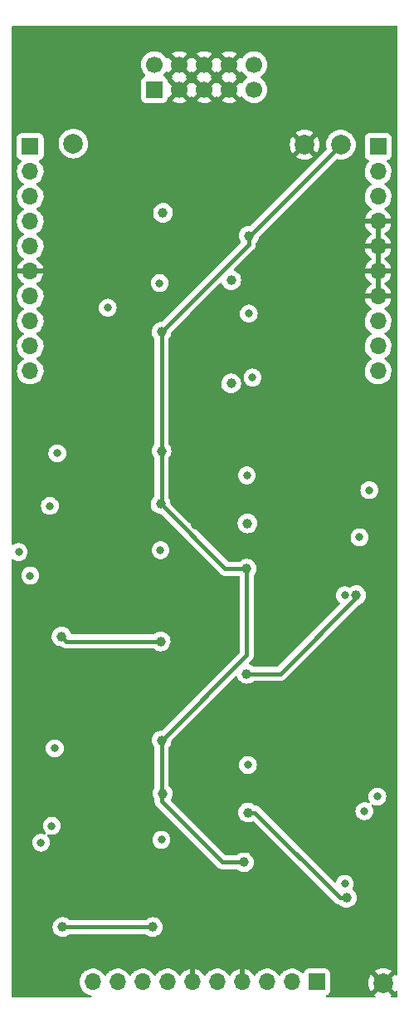
<source format=gbr>
%TF.GenerationSoftware,KiCad,Pcbnew,(6.0.11)*%
%TF.CreationDate,2023-07-06T17:16:20+01:00*%
%TF.ProjectId,Quilter_Components,5175696c-7465-4725-9f43-6f6d706f6e65,rev?*%
%TF.SameCoordinates,Original*%
%TF.FileFunction,Copper,L3,Inr*%
%TF.FilePolarity,Positive*%
%FSLAX46Y46*%
G04 Gerber Fmt 4.6, Leading zero omitted, Abs format (unit mm)*
G04 Created by KiCad (PCBNEW (6.0.11)) date 2023-07-06 17:16:20*
%MOMM*%
%LPD*%
G01*
G04 APERTURE LIST*
%TA.AperFunction,ComponentPad*%
%ADD10R,1.700000X1.700000*%
%TD*%
%TA.AperFunction,ComponentPad*%
%ADD11C,1.700000*%
%TD*%
%TA.AperFunction,ComponentPad*%
%ADD12C,2.000000*%
%TD*%
%TA.AperFunction,ComponentPad*%
%ADD13O,1.700000X1.700000*%
%TD*%
%TA.AperFunction,ViaPad*%
%ADD14C,1.000000*%
%TD*%
%TA.AperFunction,ViaPad*%
%ADD15C,0.800000*%
%TD*%
%TA.AperFunction,Conductor*%
%ADD16C,0.400000*%
%TD*%
G04 APERTURE END LIST*
D10*
%TO.N,/-12V_IN*%
%TO.C,J4*%
X65060000Y-57000000D03*
D11*
X65060000Y-54460000D03*
%TO.N,GND*%
X67600000Y-57000000D03*
X67600000Y-54460000D03*
X70140000Y-57000000D03*
X70140000Y-54460000D03*
X72680000Y-57000000D03*
X72680000Y-54460000D03*
%TO.N,/+12V_IN*%
X75220000Y-57000000D03*
X75220000Y-54460000D03*
%TD*%
D12*
%TO.N,-12V*%
%TO.C,TP2*%
X56800000Y-62500000D03*
%TD*%
%TO.N,GND*%
%TO.C,TP4*%
X80400000Y-62600000D03*
%TD*%
%TO.N,+12V*%
%TO.C,TP1*%
X84100000Y-62600000D03*
%TD*%
%TO.N,GND*%
%TO.C,TP3*%
X88400000Y-148000000D03*
%TD*%
D10*
%TO.N,/AUDIO_IN3*%
%TO.C,J3*%
X81650000Y-147900000D03*
D13*
%TO.N,/FREQ_V_OCT4*%
X79110000Y-147900000D03*
%TO.N,/FREQ_CV_DAMP4*%
X76570000Y-147900000D03*
%TO.N,GND*%
X74030000Y-147900000D03*
%TO.N,/AUDIO_IN4*%
X71490000Y-147900000D03*
%TO.N,GND*%
X68950000Y-147900000D03*
%TO.N,/FREQ_CV_DAMP1*%
X66410000Y-147900000D03*
%TO.N,/FREQ_JACK*%
X63870000Y-147900000D03*
%TO.N,/FREQ_CV_DAMP3*%
X61330000Y-147900000D03*
%TO.N,/FREQ_V_OCT3*%
X58790000Y-147900000D03*
%TD*%
D10*
%TO.N,/FREQ_POT_-5V*%
%TO.C,J1*%
X52400000Y-62800000D03*
D13*
%TO.N,/AUDIO_BUFF2*%
X52400000Y-65340000D03*
%TO.N,/AUDIO_BUFF4*%
X52400000Y-67880000D03*
%TO.N,/FREQ_POT_5V*%
X52400000Y-70420000D03*
%TO.N,/FREQ_POT*%
X52400000Y-72960000D03*
%TO.N,GND*%
X52400000Y-75500000D03*
%TO.N,/FREQ_V_OCT1*%
X52400000Y-78040000D03*
%TO.N,/Q_POT*%
X52400000Y-80580000D03*
%TO.N,/AUDIO_MIX*%
X52400000Y-83120000D03*
%TO.N,/AUDIO_IN2*%
X52400000Y-85660000D03*
%TD*%
D10*
%TO.N,+12V*%
%TO.C,J2*%
X87900000Y-62800000D03*
D13*
%TO.N,/AUDIO_BUFF1*%
X87900000Y-65340000D03*
%TO.N,/AUDIO_BUFF3*%
X87900000Y-67880000D03*
%TO.N,GND*%
X87900000Y-70420000D03*
X87900000Y-72960000D03*
X87900000Y-75500000D03*
X87900000Y-78040000D03*
%TO.N,/AUDIO_IN1*%
X87900000Y-80580000D03*
%TO.N,/FREQ_CV_DAMP2*%
X87900000Y-83120000D03*
%TO.N,/FREQ_V_OCT2*%
X87900000Y-85660000D03*
%TD*%
D14*
%TO.N,+12V*%
X74200000Y-135700000D03*
X65800000Y-123300000D03*
X65700000Y-99200000D03*
X74500000Y-105800000D03*
X65800000Y-81662502D03*
X65800000Y-93800000D03*
X74700000Y-71900000D03*
X65900000Y-128700000D03*
D15*
%TO.N,GND*%
X85500000Y-122500000D03*
X69200000Y-128300000D03*
X61500000Y-135800000D03*
X71300000Y-69200000D03*
X78900000Y-88400000D03*
X61500000Y-106300000D03*
X78900000Y-125100000D03*
X61500000Y-70200000D03*
X78900000Y-130400000D03*
X61600000Y-123300000D03*
X71700000Y-141400000D03*
X67600000Y-87600000D03*
X69100000Y-69100000D03*
X66312299Y-71687701D03*
X61500000Y-111700000D03*
X79000000Y-78000000D03*
X85600000Y-93000000D03*
X54800000Y-135300000D03*
X78900000Y-135800000D03*
X69200000Y-101400000D03*
X71200000Y-98800000D03*
X61500000Y-99200000D03*
X61600000Y-82387500D03*
X61500000Y-128700000D03*
X78800000Y-100900000D03*
X71200000Y-130900000D03*
X61500000Y-93800000D03*
X54700000Y-125700000D03*
X72800000Y-112700000D03*
X71400000Y-80000000D03*
X79200000Y-71700000D03*
X81600000Y-105800000D03*
X54800000Y-105800000D03*
X78800000Y-95600000D03*
X71200000Y-128300000D03*
X69200000Y-98800000D03*
X78800000Y-106300000D03*
X81600000Y-135300000D03*
X57200000Y-73200000D03*
X54700000Y-122500000D03*
X69200000Y-130900000D03*
X66100000Y-78700000D03*
X61600000Y-141200000D03*
X54800000Y-96200000D03*
X71200000Y-101400000D03*
X78900000Y-117900000D03*
X71300000Y-71600000D03*
D14*
%TO.N,-12V*%
X64900000Y-142300000D03*
X72900000Y-76400000D03*
X74570000Y-101170000D03*
X72899999Y-86924499D03*
X84700000Y-139300000D03*
X55600000Y-112700000D03*
X74630000Y-130630000D03*
X55700000Y-142300000D03*
X65950000Y-69550000D03*
X85675500Y-108500000D03*
X65700000Y-113200000D03*
X74500000Y-116500000D03*
D15*
%TO.N,/AUDIO_IN2*%
X52399999Y-106499999D03*
%TO.N,/FREQ_POT*%
X51225000Y-104100000D03*
X87000000Y-97800000D03*
X87821710Y-129002889D03*
X53500000Y-133700000D03*
%TO.N,/Q_POT*%
X55162299Y-94037701D03*
X84500000Y-137900000D03*
X84500000Y-108500000D03*
X54900000Y-124100000D03*
%TO.N,/FREQ_JACK*%
X54400000Y-99400000D03*
X86000000Y-102600000D03*
X86500000Y-130500000D03*
X54600000Y-132000000D03*
%TO.N,Net-(C10-Pad1)*%
X74700000Y-79800000D03*
X74510000Y-96290000D03*
%TO.N,Net-(C18-Pad1)*%
X65690000Y-103910000D03*
X65600000Y-76700000D03*
%TO.N,Net-(C26-Pad1)*%
X74610000Y-125790000D03*
X75081187Y-86324500D03*
%TO.N,Net-(C34-Pad1)*%
X60312500Y-79212500D03*
X65790000Y-133410000D03*
%TD*%
D16*
%TO.N,+12V*%
X74700000Y-72762502D02*
X74700000Y-71900000D01*
X65800000Y-129500000D02*
X72000000Y-135700000D01*
X65800000Y-99300000D02*
X72300000Y-105800000D01*
X65800000Y-93800000D02*
X65800000Y-99300000D01*
X74800000Y-71900000D02*
X74700000Y-71900000D01*
X74500000Y-105800000D02*
X74500000Y-114600000D01*
X84100000Y-62600000D02*
X74800000Y-71900000D01*
X65800000Y-93800000D02*
X65800000Y-81662502D01*
X72000000Y-135700000D02*
X74200000Y-135700000D01*
X65800000Y-81662502D02*
X74700000Y-72762502D01*
X74500000Y-114600000D02*
X65800000Y-123300000D01*
X72300000Y-105800000D02*
X74500000Y-105800000D01*
X65800000Y-123300000D02*
X65800000Y-129500000D01*
%TO.N,-12V*%
X74500000Y-116500000D02*
X77900000Y-116500000D01*
X56100000Y-113200000D02*
X55600000Y-112700000D01*
X77900000Y-116500000D02*
X85700000Y-108700000D01*
X75330000Y-130630000D02*
X74630000Y-130630000D01*
X65700000Y-113200000D02*
X56100000Y-113200000D01*
X64845000Y-142300000D02*
X55700000Y-142300000D01*
X84000000Y-139300000D02*
X75330000Y-130630000D01*
X84700000Y-139300000D02*
X84000000Y-139300000D01*
%TD*%
%TA.AperFunction,Conductor*%
%TO.N,GND*%
G36*
X89833621Y-50528502D02*
G01*
X89880114Y-50582158D01*
X89891500Y-50634500D01*
X89891500Y-147101013D01*
X89871498Y-147169134D01*
X89817842Y-147215627D01*
X89747568Y-147225731D01*
X89682988Y-147196237D01*
X89658068Y-147166849D01*
X89642567Y-147141554D01*
X89632110Y-147132093D01*
X89623334Y-147135876D01*
X88772022Y-147987188D01*
X88764408Y-148001132D01*
X88764539Y-148002965D01*
X88768790Y-148009580D01*
X89620290Y-148861080D01*
X89632670Y-148867840D01*
X89640319Y-148862114D01*
X89658068Y-148833151D01*
X89710716Y-148785520D01*
X89780757Y-148773914D01*
X89845955Y-148802018D01*
X89885608Y-148860909D01*
X89891500Y-148898987D01*
X89891500Y-149365500D01*
X89871498Y-149433621D01*
X89817842Y-149480114D01*
X89765500Y-149491500D01*
X89298987Y-149491500D01*
X89230866Y-149471498D01*
X89184373Y-149417842D01*
X89174269Y-149347568D01*
X89203763Y-149282988D01*
X89233151Y-149258068D01*
X89258446Y-149242567D01*
X89267907Y-149232110D01*
X89264124Y-149223334D01*
X88412812Y-148372022D01*
X88398868Y-148364408D01*
X88397035Y-148364539D01*
X88390420Y-148368790D01*
X87538920Y-149220290D01*
X87532160Y-149232670D01*
X87537886Y-149240319D01*
X87566849Y-149258068D01*
X87614480Y-149310716D01*
X87626086Y-149380757D01*
X87597982Y-149445955D01*
X87539091Y-149485608D01*
X87501013Y-149491500D01*
X82665821Y-149491500D01*
X82597700Y-149471498D01*
X82551207Y-149417842D01*
X82541103Y-149347568D01*
X82570597Y-149282988D01*
X82621592Y-149247518D01*
X82738295Y-149203768D01*
X82738296Y-149203767D01*
X82746705Y-149200615D01*
X82863261Y-149113261D01*
X82950615Y-148996705D01*
X83001745Y-148860316D01*
X83008500Y-148798134D01*
X83008500Y-148004930D01*
X86887725Y-148004930D01*
X86905572Y-148231699D01*
X86907115Y-148241446D01*
X86960217Y-148462627D01*
X86963266Y-148472012D01*
X87050313Y-148682163D01*
X87054795Y-148690958D01*
X87157432Y-148858445D01*
X87167890Y-148867907D01*
X87176666Y-148864124D01*
X88027978Y-148012812D01*
X88035592Y-147998868D01*
X88035461Y-147997035D01*
X88031210Y-147990420D01*
X87179710Y-147138920D01*
X87167330Y-147132160D01*
X87159680Y-147137887D01*
X87054795Y-147309042D01*
X87050313Y-147317837D01*
X86963266Y-147527988D01*
X86960217Y-147537373D01*
X86907115Y-147758554D01*
X86905572Y-147768301D01*
X86887725Y-147995070D01*
X86887725Y-148004930D01*
X83008500Y-148004930D01*
X83008500Y-147001866D01*
X83001745Y-146939684D01*
X82950615Y-146803295D01*
X82924080Y-146767890D01*
X87532093Y-146767890D01*
X87535876Y-146776666D01*
X88387188Y-147627978D01*
X88401132Y-147635592D01*
X88402965Y-147635461D01*
X88409580Y-147631210D01*
X89261080Y-146779710D01*
X89267840Y-146767330D01*
X89262113Y-146759680D01*
X89090958Y-146654795D01*
X89082163Y-146650313D01*
X88872012Y-146563266D01*
X88862627Y-146560217D01*
X88641446Y-146507115D01*
X88631699Y-146505572D01*
X88404930Y-146487725D01*
X88395070Y-146487725D01*
X88168301Y-146505572D01*
X88158554Y-146507115D01*
X87937373Y-146560217D01*
X87927988Y-146563266D01*
X87717837Y-146650313D01*
X87709042Y-146654795D01*
X87541555Y-146757432D01*
X87532093Y-146767890D01*
X82924080Y-146767890D01*
X82863261Y-146686739D01*
X82746705Y-146599385D01*
X82610316Y-146548255D01*
X82548134Y-146541500D01*
X80751866Y-146541500D01*
X80689684Y-146548255D01*
X80553295Y-146599385D01*
X80436739Y-146686739D01*
X80349385Y-146803295D01*
X80346233Y-146811703D01*
X80304919Y-146921907D01*
X80262277Y-146978671D01*
X80195716Y-147003371D01*
X80126367Y-146988163D01*
X80093743Y-146962476D01*
X80043151Y-146906875D01*
X80043142Y-146906866D01*
X80039670Y-146903051D01*
X80035619Y-146899852D01*
X80035615Y-146899848D01*
X79868414Y-146767800D01*
X79868410Y-146767798D01*
X79864359Y-146764598D01*
X79828028Y-146744542D01*
X79812136Y-146735769D01*
X79668789Y-146656638D01*
X79663920Y-146654914D01*
X79663916Y-146654912D01*
X79463087Y-146583795D01*
X79463083Y-146583794D01*
X79458212Y-146582069D01*
X79453119Y-146581162D01*
X79453116Y-146581161D01*
X79243373Y-146543800D01*
X79243367Y-146543799D01*
X79238284Y-146542894D01*
X79164452Y-146541992D01*
X79020081Y-146540228D01*
X79020079Y-146540228D01*
X79014911Y-146540165D01*
X78794091Y-146573955D01*
X78581756Y-146643357D01*
X78383607Y-146746507D01*
X78379474Y-146749610D01*
X78379471Y-146749612D01*
X78209100Y-146877530D01*
X78204965Y-146880635D01*
X78179541Y-146907240D01*
X78111280Y-146978671D01*
X78050629Y-147042138D01*
X77943201Y-147199621D01*
X77888293Y-147244621D01*
X77817768Y-147252792D01*
X77754021Y-147221538D01*
X77733324Y-147197054D01*
X77652822Y-147072617D01*
X77652820Y-147072614D01*
X77650014Y-147068277D01*
X77499670Y-146903051D01*
X77495619Y-146899852D01*
X77495615Y-146899848D01*
X77328414Y-146767800D01*
X77328410Y-146767798D01*
X77324359Y-146764598D01*
X77288028Y-146744542D01*
X77272136Y-146735769D01*
X77128789Y-146656638D01*
X77123920Y-146654914D01*
X77123916Y-146654912D01*
X76923087Y-146583795D01*
X76923083Y-146583794D01*
X76918212Y-146582069D01*
X76913119Y-146581162D01*
X76913116Y-146581161D01*
X76703373Y-146543800D01*
X76703367Y-146543799D01*
X76698284Y-146542894D01*
X76624452Y-146541992D01*
X76480081Y-146540228D01*
X76480079Y-146540228D01*
X76474911Y-146540165D01*
X76254091Y-146573955D01*
X76041756Y-146643357D01*
X75843607Y-146746507D01*
X75839474Y-146749610D01*
X75839471Y-146749612D01*
X75669100Y-146877530D01*
X75664965Y-146880635D01*
X75639541Y-146907240D01*
X75571280Y-146978671D01*
X75510629Y-147042138D01*
X75403204Y-147199618D01*
X75402898Y-147200066D01*
X75347987Y-147245069D01*
X75277462Y-147253240D01*
X75213715Y-147221986D01*
X75193018Y-147197502D01*
X75112426Y-147072926D01*
X75106136Y-147064757D01*
X74962806Y-146907240D01*
X74955273Y-146900215D01*
X74788139Y-146768222D01*
X74779552Y-146762517D01*
X74593117Y-146659599D01*
X74583705Y-146655369D01*
X74382959Y-146584280D01*
X74372988Y-146581646D01*
X74301837Y-146568972D01*
X74288540Y-146570432D01*
X74284000Y-146584989D01*
X74284000Y-148028000D01*
X74263998Y-148096121D01*
X74210342Y-148142614D01*
X74158000Y-148154000D01*
X73902000Y-148154000D01*
X73833879Y-148133998D01*
X73787386Y-148080342D01*
X73776000Y-148028000D01*
X73776000Y-146583102D01*
X73772082Y-146569758D01*
X73757806Y-146567771D01*
X73719324Y-146573660D01*
X73709288Y-146576051D01*
X73506868Y-146642212D01*
X73497359Y-146646209D01*
X73308463Y-146744542D01*
X73299738Y-146750036D01*
X73129433Y-146877905D01*
X73121726Y-146884748D01*
X72974590Y-147038717D01*
X72968109Y-147046722D01*
X72863498Y-147200074D01*
X72808587Y-147245076D01*
X72738062Y-147253247D01*
X72674315Y-147221993D01*
X72653618Y-147197509D01*
X72572822Y-147072617D01*
X72572820Y-147072614D01*
X72570014Y-147068277D01*
X72419670Y-146903051D01*
X72415619Y-146899852D01*
X72415615Y-146899848D01*
X72248414Y-146767800D01*
X72248410Y-146767798D01*
X72244359Y-146764598D01*
X72208028Y-146744542D01*
X72192136Y-146735769D01*
X72048789Y-146656638D01*
X72043920Y-146654914D01*
X72043916Y-146654912D01*
X71843087Y-146583795D01*
X71843083Y-146583794D01*
X71838212Y-146582069D01*
X71833119Y-146581162D01*
X71833116Y-146581161D01*
X71623373Y-146543800D01*
X71623367Y-146543799D01*
X71618284Y-146542894D01*
X71544452Y-146541992D01*
X71400081Y-146540228D01*
X71400079Y-146540228D01*
X71394911Y-146540165D01*
X71174091Y-146573955D01*
X70961756Y-146643357D01*
X70763607Y-146746507D01*
X70759474Y-146749610D01*
X70759471Y-146749612D01*
X70589100Y-146877530D01*
X70584965Y-146880635D01*
X70559541Y-146907240D01*
X70491280Y-146978671D01*
X70430629Y-147042138D01*
X70323204Y-147199618D01*
X70322898Y-147200066D01*
X70267987Y-147245069D01*
X70197462Y-147253240D01*
X70133715Y-147221986D01*
X70113018Y-147197502D01*
X70032426Y-147072926D01*
X70026136Y-147064757D01*
X69882806Y-146907240D01*
X69875273Y-146900215D01*
X69708139Y-146768222D01*
X69699552Y-146762517D01*
X69513117Y-146659599D01*
X69503705Y-146655369D01*
X69302959Y-146584280D01*
X69292988Y-146581646D01*
X69221837Y-146568972D01*
X69208540Y-146570432D01*
X69204000Y-146584989D01*
X69204000Y-148028000D01*
X69183998Y-148096121D01*
X69130342Y-148142614D01*
X69078000Y-148154000D01*
X68822000Y-148154000D01*
X68753879Y-148133998D01*
X68707386Y-148080342D01*
X68696000Y-148028000D01*
X68696000Y-146583102D01*
X68692082Y-146569758D01*
X68677806Y-146567771D01*
X68639324Y-146573660D01*
X68629288Y-146576051D01*
X68426868Y-146642212D01*
X68417359Y-146646209D01*
X68228463Y-146744542D01*
X68219738Y-146750036D01*
X68049433Y-146877905D01*
X68041726Y-146884748D01*
X67894590Y-147038717D01*
X67888109Y-147046722D01*
X67783498Y-147200074D01*
X67728587Y-147245076D01*
X67658062Y-147253247D01*
X67594315Y-147221993D01*
X67573618Y-147197509D01*
X67492822Y-147072617D01*
X67492820Y-147072614D01*
X67490014Y-147068277D01*
X67339670Y-146903051D01*
X67335619Y-146899852D01*
X67335615Y-146899848D01*
X67168414Y-146767800D01*
X67168410Y-146767798D01*
X67164359Y-146764598D01*
X67128028Y-146744542D01*
X67112136Y-146735769D01*
X66968789Y-146656638D01*
X66963920Y-146654914D01*
X66963916Y-146654912D01*
X66763087Y-146583795D01*
X66763083Y-146583794D01*
X66758212Y-146582069D01*
X66753119Y-146581162D01*
X66753116Y-146581161D01*
X66543373Y-146543800D01*
X66543367Y-146543799D01*
X66538284Y-146542894D01*
X66464452Y-146541992D01*
X66320081Y-146540228D01*
X66320079Y-146540228D01*
X66314911Y-146540165D01*
X66094091Y-146573955D01*
X65881756Y-146643357D01*
X65683607Y-146746507D01*
X65679474Y-146749610D01*
X65679471Y-146749612D01*
X65509100Y-146877530D01*
X65504965Y-146880635D01*
X65479541Y-146907240D01*
X65411280Y-146978671D01*
X65350629Y-147042138D01*
X65243201Y-147199621D01*
X65188293Y-147244621D01*
X65117768Y-147252792D01*
X65054021Y-147221538D01*
X65033324Y-147197054D01*
X64952822Y-147072617D01*
X64952820Y-147072614D01*
X64950014Y-147068277D01*
X64799670Y-146903051D01*
X64795619Y-146899852D01*
X64795615Y-146899848D01*
X64628414Y-146767800D01*
X64628410Y-146767798D01*
X64624359Y-146764598D01*
X64588028Y-146744542D01*
X64572136Y-146735769D01*
X64428789Y-146656638D01*
X64423920Y-146654914D01*
X64423916Y-146654912D01*
X64223087Y-146583795D01*
X64223083Y-146583794D01*
X64218212Y-146582069D01*
X64213119Y-146581162D01*
X64213116Y-146581161D01*
X64003373Y-146543800D01*
X64003367Y-146543799D01*
X63998284Y-146542894D01*
X63924452Y-146541992D01*
X63780081Y-146540228D01*
X63780079Y-146540228D01*
X63774911Y-146540165D01*
X63554091Y-146573955D01*
X63341756Y-146643357D01*
X63143607Y-146746507D01*
X63139474Y-146749610D01*
X63139471Y-146749612D01*
X62969100Y-146877530D01*
X62964965Y-146880635D01*
X62939541Y-146907240D01*
X62871280Y-146978671D01*
X62810629Y-147042138D01*
X62703201Y-147199621D01*
X62648293Y-147244621D01*
X62577768Y-147252792D01*
X62514021Y-147221538D01*
X62493324Y-147197054D01*
X62412822Y-147072617D01*
X62412820Y-147072614D01*
X62410014Y-147068277D01*
X62259670Y-146903051D01*
X62255619Y-146899852D01*
X62255615Y-146899848D01*
X62088414Y-146767800D01*
X62088410Y-146767798D01*
X62084359Y-146764598D01*
X62048028Y-146744542D01*
X62032136Y-146735769D01*
X61888789Y-146656638D01*
X61883920Y-146654914D01*
X61883916Y-146654912D01*
X61683087Y-146583795D01*
X61683083Y-146583794D01*
X61678212Y-146582069D01*
X61673119Y-146581162D01*
X61673116Y-146581161D01*
X61463373Y-146543800D01*
X61463367Y-146543799D01*
X61458284Y-146542894D01*
X61384452Y-146541992D01*
X61240081Y-146540228D01*
X61240079Y-146540228D01*
X61234911Y-146540165D01*
X61014091Y-146573955D01*
X60801756Y-146643357D01*
X60603607Y-146746507D01*
X60599474Y-146749610D01*
X60599471Y-146749612D01*
X60429100Y-146877530D01*
X60424965Y-146880635D01*
X60399541Y-146907240D01*
X60331280Y-146978671D01*
X60270629Y-147042138D01*
X60163201Y-147199621D01*
X60108293Y-147244621D01*
X60037768Y-147252792D01*
X59974021Y-147221538D01*
X59953324Y-147197054D01*
X59872822Y-147072617D01*
X59872820Y-147072614D01*
X59870014Y-147068277D01*
X59719670Y-146903051D01*
X59715619Y-146899852D01*
X59715615Y-146899848D01*
X59548414Y-146767800D01*
X59548410Y-146767798D01*
X59544359Y-146764598D01*
X59508028Y-146744542D01*
X59492136Y-146735769D01*
X59348789Y-146656638D01*
X59343920Y-146654914D01*
X59343916Y-146654912D01*
X59143087Y-146583795D01*
X59143083Y-146583794D01*
X59138212Y-146582069D01*
X59133119Y-146581162D01*
X59133116Y-146581161D01*
X58923373Y-146543800D01*
X58923367Y-146543799D01*
X58918284Y-146542894D01*
X58844452Y-146541992D01*
X58700081Y-146540228D01*
X58700079Y-146540228D01*
X58694911Y-146540165D01*
X58474091Y-146573955D01*
X58261756Y-146643357D01*
X58063607Y-146746507D01*
X58059474Y-146749610D01*
X58059471Y-146749612D01*
X57889100Y-146877530D01*
X57884965Y-146880635D01*
X57859541Y-146907240D01*
X57791280Y-146978671D01*
X57730629Y-147042138D01*
X57604743Y-147226680D01*
X57510688Y-147429305D01*
X57450989Y-147644570D01*
X57427251Y-147866695D01*
X57427548Y-147871848D01*
X57427548Y-147871851D01*
X57435676Y-148012812D01*
X57440110Y-148089715D01*
X57441247Y-148094761D01*
X57441248Y-148094767D01*
X57452031Y-148142614D01*
X57489222Y-148307639D01*
X57573266Y-148514616D01*
X57610685Y-148575678D01*
X57687291Y-148700688D01*
X57689987Y-148705088D01*
X57836250Y-148873938D01*
X58008126Y-149016632D01*
X58201000Y-149129338D01*
X58409692Y-149209030D01*
X58414760Y-149210061D01*
X58414763Y-149210062D01*
X58571891Y-149242030D01*
X58634656Y-149275211D01*
X58669518Y-149337059D01*
X58665409Y-149407937D01*
X58623632Y-149465341D01*
X58557453Y-149491046D01*
X58546770Y-149491500D01*
X50634500Y-149491500D01*
X50566379Y-149471498D01*
X50519886Y-149417842D01*
X50508500Y-149365500D01*
X50508500Y-142285851D01*
X54686719Y-142285851D01*
X54703268Y-142482934D01*
X54757783Y-142673050D01*
X54848187Y-142848956D01*
X54971035Y-143003953D01*
X55121650Y-143132136D01*
X55294294Y-143228624D01*
X55482392Y-143289740D01*
X55678777Y-143313158D01*
X55684912Y-143312686D01*
X55684914Y-143312686D01*
X55869830Y-143298457D01*
X55869834Y-143298456D01*
X55875972Y-143297984D01*
X56066463Y-143244798D01*
X56071967Y-143242018D01*
X56071969Y-143242017D01*
X56237495Y-143158404D01*
X56237497Y-143158403D01*
X56242996Y-143155625D01*
X56397119Y-143035211D01*
X56463113Y-143009033D01*
X56474692Y-143008500D01*
X64130019Y-143008500D01*
X64198140Y-143028502D01*
X64211682Y-143038546D01*
X64321650Y-143132136D01*
X64494294Y-143228624D01*
X64682392Y-143289740D01*
X64878777Y-143313158D01*
X64884912Y-143312686D01*
X64884914Y-143312686D01*
X65069830Y-143298457D01*
X65069834Y-143298456D01*
X65075972Y-143297984D01*
X65266463Y-143244798D01*
X65271967Y-143242018D01*
X65271969Y-143242017D01*
X65437495Y-143158404D01*
X65437497Y-143158403D01*
X65442996Y-143155625D01*
X65574146Y-143053160D01*
X65593991Y-143037655D01*
X65598847Y-143033861D01*
X65728078Y-142884145D01*
X65825769Y-142712179D01*
X65888197Y-142524513D01*
X65912985Y-142328295D01*
X65913380Y-142300000D01*
X65894080Y-142103167D01*
X65836916Y-141913831D01*
X65744066Y-141739204D01*
X65673709Y-141652938D01*
X65622960Y-141590713D01*
X65622957Y-141590710D01*
X65619065Y-141585938D01*
X65612724Y-141580692D01*
X65471425Y-141463799D01*
X65471421Y-141463797D01*
X65466675Y-141459870D01*
X65292701Y-141365802D01*
X65103768Y-141307318D01*
X65097643Y-141306674D01*
X65097642Y-141306674D01*
X64913204Y-141287289D01*
X64913202Y-141287289D01*
X64907075Y-141286645D01*
X64824576Y-141294153D01*
X64716251Y-141304011D01*
X64716248Y-141304012D01*
X64710112Y-141304570D01*
X64704206Y-141306308D01*
X64704202Y-141306309D01*
X64599076Y-141337249D01*
X64520381Y-141360410D01*
X64514923Y-141363263D01*
X64514919Y-141363265D01*
X64424147Y-141410720D01*
X64345110Y-141452040D01*
X64206236Y-141563698D01*
X64140616Y-141590793D01*
X64127286Y-141591500D01*
X56471151Y-141591500D01*
X56403030Y-141571498D01*
X56390836Y-141562585D01*
X56271425Y-141463799D01*
X56271421Y-141463797D01*
X56266675Y-141459870D01*
X56092701Y-141365802D01*
X55903768Y-141307318D01*
X55897643Y-141306674D01*
X55897642Y-141306674D01*
X55713204Y-141287289D01*
X55713202Y-141287289D01*
X55707075Y-141286645D01*
X55624576Y-141294153D01*
X55516251Y-141304011D01*
X55516248Y-141304012D01*
X55510112Y-141304570D01*
X55504206Y-141306308D01*
X55504202Y-141306309D01*
X55399076Y-141337249D01*
X55320381Y-141360410D01*
X55314923Y-141363263D01*
X55314919Y-141363265D01*
X55224147Y-141410720D01*
X55145110Y-141452040D01*
X54990975Y-141575968D01*
X54863846Y-141727474D01*
X54860879Y-141732872D01*
X54860875Y-141732877D01*
X54857397Y-141739204D01*
X54768567Y-141900787D01*
X54766706Y-141906654D01*
X54766705Y-141906656D01*
X54710627Y-142083436D01*
X54708765Y-142089306D01*
X54686719Y-142285851D01*
X50508500Y-142285851D01*
X50508500Y-133700000D01*
X52586496Y-133700000D01*
X52606458Y-133889928D01*
X52665473Y-134071556D01*
X52668776Y-134077278D01*
X52668777Y-134077279D01*
X52675467Y-134088866D01*
X52760960Y-134236944D01*
X52888747Y-134378866D01*
X53043248Y-134491118D01*
X53049276Y-134493802D01*
X53049278Y-134493803D01*
X53211681Y-134566109D01*
X53217712Y-134568794D01*
X53311113Y-134588647D01*
X53398056Y-134607128D01*
X53398061Y-134607128D01*
X53404513Y-134608500D01*
X53595487Y-134608500D01*
X53601939Y-134607128D01*
X53601944Y-134607128D01*
X53688887Y-134588647D01*
X53782288Y-134568794D01*
X53788319Y-134566109D01*
X53950722Y-134493803D01*
X53950724Y-134493802D01*
X53956752Y-134491118D01*
X54111253Y-134378866D01*
X54239040Y-134236944D01*
X54324533Y-134088866D01*
X54331223Y-134077279D01*
X54331224Y-134077278D01*
X54334527Y-134071556D01*
X54393542Y-133889928D01*
X54413504Y-133700000D01*
X54393542Y-133510072D01*
X54361026Y-133410000D01*
X64876496Y-133410000D01*
X64896458Y-133599928D01*
X64955473Y-133781556D01*
X65050960Y-133946944D01*
X65178747Y-134088866D01*
X65333248Y-134201118D01*
X65339276Y-134203802D01*
X65339278Y-134203803D01*
X65501681Y-134276109D01*
X65507712Y-134278794D01*
X65601113Y-134298647D01*
X65688056Y-134317128D01*
X65688061Y-134317128D01*
X65694513Y-134318500D01*
X65885487Y-134318500D01*
X65891939Y-134317128D01*
X65891944Y-134317128D01*
X65978887Y-134298647D01*
X66072288Y-134278794D01*
X66078319Y-134276109D01*
X66240722Y-134203803D01*
X66240724Y-134203802D01*
X66246752Y-134201118D01*
X66401253Y-134088866D01*
X66529040Y-133946944D01*
X66624527Y-133781556D01*
X66683542Y-133599928D01*
X66703504Y-133410000D01*
X66683542Y-133220072D01*
X66624527Y-133038444D01*
X66617369Y-133026045D01*
X66549724Y-132908882D01*
X66529040Y-132873056D01*
X66513984Y-132856334D01*
X66405675Y-132736045D01*
X66405674Y-132736044D01*
X66401253Y-132731134D01*
X66246752Y-132618882D01*
X66240724Y-132616198D01*
X66240722Y-132616197D01*
X66078319Y-132543891D01*
X66078318Y-132543891D01*
X66072288Y-132541206D01*
X65978888Y-132521353D01*
X65891944Y-132502872D01*
X65891939Y-132502872D01*
X65885487Y-132501500D01*
X65694513Y-132501500D01*
X65688061Y-132502872D01*
X65688056Y-132502872D01*
X65601112Y-132521353D01*
X65507712Y-132541206D01*
X65501682Y-132543891D01*
X65501681Y-132543891D01*
X65339278Y-132616197D01*
X65339276Y-132616198D01*
X65333248Y-132618882D01*
X65178747Y-132731134D01*
X65174326Y-132736044D01*
X65174325Y-132736045D01*
X65066017Y-132856334D01*
X65050960Y-132873056D01*
X65030276Y-132908882D01*
X64962632Y-133026045D01*
X64955473Y-133038444D01*
X64896458Y-133220072D01*
X64876496Y-133410000D01*
X54361026Y-133410000D01*
X54334527Y-133328444D01*
X54239040Y-133163056D01*
X54140803Y-133053952D01*
X54110086Y-132989945D01*
X54118851Y-132919492D01*
X54164314Y-132864961D01*
X54232042Y-132843666D01*
X54285690Y-132854537D01*
X54311677Y-132866108D01*
X54311685Y-132866111D01*
X54317712Y-132868794D01*
X54411113Y-132888647D01*
X54498056Y-132907128D01*
X54498061Y-132907128D01*
X54504513Y-132908500D01*
X54695487Y-132908500D01*
X54701939Y-132907128D01*
X54701944Y-132907128D01*
X54788887Y-132888647D01*
X54882288Y-132868794D01*
X54938727Y-132843666D01*
X55050722Y-132793803D01*
X55050724Y-132793802D01*
X55056752Y-132791118D01*
X55071356Y-132780508D01*
X55132553Y-132736045D01*
X55211253Y-132678866D01*
X55265263Y-132618882D01*
X55334621Y-132541852D01*
X55334622Y-132541851D01*
X55339040Y-132536944D01*
X55434527Y-132371556D01*
X55493542Y-132189928D01*
X55513504Y-132000000D01*
X55493542Y-131810072D01*
X55434527Y-131628444D01*
X55428403Y-131617836D01*
X55342341Y-131468774D01*
X55339040Y-131463056D01*
X55226393Y-131337948D01*
X55215675Y-131326045D01*
X55215674Y-131326044D01*
X55211253Y-131321134D01*
X55056752Y-131208882D01*
X55050724Y-131206198D01*
X55050722Y-131206197D01*
X54888319Y-131133891D01*
X54888318Y-131133891D01*
X54882288Y-131131206D01*
X54788888Y-131111353D01*
X54701944Y-131092872D01*
X54701939Y-131092872D01*
X54695487Y-131091500D01*
X54504513Y-131091500D01*
X54498061Y-131092872D01*
X54498056Y-131092872D01*
X54411112Y-131111353D01*
X54317712Y-131131206D01*
X54311682Y-131133891D01*
X54311681Y-131133891D01*
X54149278Y-131206197D01*
X54149276Y-131206198D01*
X54143248Y-131208882D01*
X53988747Y-131321134D01*
X53984326Y-131326044D01*
X53984325Y-131326045D01*
X53973608Y-131337948D01*
X53860960Y-131463056D01*
X53857659Y-131468774D01*
X53771598Y-131617836D01*
X53765473Y-131628444D01*
X53706458Y-131810072D01*
X53686496Y-132000000D01*
X53706458Y-132189928D01*
X53765473Y-132371556D01*
X53860960Y-132536944D01*
X53938232Y-132622763D01*
X53959197Y-132646047D01*
X53989914Y-132710055D01*
X53981149Y-132780508D01*
X53935686Y-132835039D01*
X53867958Y-132856334D01*
X53814310Y-132845463D01*
X53788323Y-132833892D01*
X53788315Y-132833889D01*
X53782288Y-132831206D01*
X53688887Y-132811353D01*
X53601944Y-132792872D01*
X53601939Y-132792872D01*
X53595487Y-132791500D01*
X53404513Y-132791500D01*
X53398061Y-132792872D01*
X53398056Y-132792872D01*
X53311113Y-132811353D01*
X53217712Y-132831206D01*
X53211682Y-132833891D01*
X53211681Y-132833891D01*
X53049278Y-132906197D01*
X53049276Y-132906198D01*
X53043248Y-132908882D01*
X53037907Y-132912762D01*
X53037906Y-132912763D01*
X52987843Y-132949136D01*
X52888747Y-133021134D01*
X52760960Y-133163056D01*
X52665473Y-133328444D01*
X52606458Y-133510072D01*
X52586496Y-133700000D01*
X50508500Y-133700000D01*
X50508500Y-124100000D01*
X53986496Y-124100000D01*
X54006458Y-124289928D01*
X54065473Y-124471556D01*
X54160960Y-124636944D01*
X54288747Y-124778866D01*
X54443248Y-124891118D01*
X54449276Y-124893802D01*
X54449278Y-124893803D01*
X54611681Y-124966109D01*
X54617712Y-124968794D01*
X54711112Y-124988647D01*
X54798056Y-125007128D01*
X54798061Y-125007128D01*
X54804513Y-125008500D01*
X54995487Y-125008500D01*
X55001939Y-125007128D01*
X55001944Y-125007128D01*
X55088888Y-124988647D01*
X55182288Y-124968794D01*
X55188319Y-124966109D01*
X55350722Y-124893803D01*
X55350724Y-124893802D01*
X55356752Y-124891118D01*
X55511253Y-124778866D01*
X55639040Y-124636944D01*
X55734527Y-124471556D01*
X55793542Y-124289928D01*
X55813504Y-124100000D01*
X55793542Y-123910072D01*
X55734527Y-123728444D01*
X55725137Y-123712179D01*
X55642341Y-123568774D01*
X55639040Y-123563056D01*
X55511253Y-123421134D01*
X55356752Y-123308882D01*
X55350724Y-123306198D01*
X55350722Y-123306197D01*
X55188319Y-123233891D01*
X55188318Y-123233891D01*
X55182288Y-123231206D01*
X55088887Y-123211353D01*
X55001944Y-123192872D01*
X55001939Y-123192872D01*
X54995487Y-123191500D01*
X54804513Y-123191500D01*
X54798061Y-123192872D01*
X54798056Y-123192872D01*
X54711113Y-123211353D01*
X54617712Y-123231206D01*
X54611682Y-123233891D01*
X54611681Y-123233891D01*
X54449278Y-123306197D01*
X54449276Y-123306198D01*
X54443248Y-123308882D01*
X54288747Y-123421134D01*
X54160960Y-123563056D01*
X54157659Y-123568774D01*
X54074864Y-123712179D01*
X54065473Y-123728444D01*
X54006458Y-123910072D01*
X53986496Y-124100000D01*
X50508500Y-124100000D01*
X50508500Y-112685851D01*
X54586719Y-112685851D01*
X54603268Y-112882934D01*
X54657783Y-113073050D01*
X54660602Y-113078535D01*
X54737569Y-113228295D01*
X54748187Y-113248956D01*
X54871035Y-113403953D01*
X55021650Y-113532136D01*
X55194294Y-113628624D01*
X55382392Y-113689740D01*
X55561460Y-113711093D01*
X55570299Y-113712147D01*
X55627827Y-113734172D01*
X55674725Y-113767132D01*
X55679993Y-113771045D01*
X55730282Y-113810477D01*
X55737204Y-113813602D01*
X55739452Y-113814964D01*
X55754185Y-113823368D01*
X55756524Y-113824622D01*
X55762739Y-113828990D01*
X55769815Y-113831749D01*
X55769819Y-113831751D01*
X55822269Y-113852200D01*
X55828334Y-113854749D01*
X55886573Y-113881045D01*
X55894038Y-113882429D01*
X55896582Y-113883226D01*
X55912848Y-113887859D01*
X55915428Y-113888521D01*
X55922509Y-113891282D01*
X55930042Y-113892274D01*
X55930043Y-113892274D01*
X55962699Y-113896573D01*
X55985857Y-113899622D01*
X55992355Y-113900650D01*
X56055187Y-113912296D01*
X56062767Y-113911859D01*
X56062768Y-113911859D01*
X56117393Y-113908709D01*
X56124647Y-113908500D01*
X64930019Y-113908500D01*
X64998140Y-113928502D01*
X65011682Y-113938546D01*
X65121650Y-114032136D01*
X65294294Y-114128624D01*
X65482392Y-114189740D01*
X65678777Y-114213158D01*
X65684912Y-114212686D01*
X65684914Y-114212686D01*
X65869830Y-114198457D01*
X65869834Y-114198456D01*
X65875972Y-114197984D01*
X66066463Y-114144798D01*
X66071967Y-114142018D01*
X66071969Y-114142017D01*
X66237495Y-114058404D01*
X66237497Y-114058403D01*
X66242996Y-114055625D01*
X66374146Y-113953160D01*
X66393991Y-113937655D01*
X66398847Y-113933861D01*
X66528078Y-113784145D01*
X66625769Y-113612179D01*
X66688197Y-113424513D01*
X66712985Y-113228295D01*
X66713380Y-113200000D01*
X66694080Y-113003167D01*
X66636916Y-112813831D01*
X66544066Y-112639204D01*
X66473709Y-112552938D01*
X66422960Y-112490713D01*
X66422957Y-112490710D01*
X66419065Y-112485938D01*
X66414316Y-112482009D01*
X66271425Y-112363799D01*
X66271421Y-112363797D01*
X66266675Y-112359870D01*
X66092701Y-112265802D01*
X65903768Y-112207318D01*
X65897643Y-112206674D01*
X65897642Y-112206674D01*
X65713204Y-112187289D01*
X65713202Y-112187289D01*
X65707075Y-112186645D01*
X65624576Y-112194153D01*
X65516251Y-112204011D01*
X65516248Y-112204012D01*
X65510112Y-112204570D01*
X65504206Y-112206308D01*
X65504202Y-112206309D01*
X65399076Y-112237249D01*
X65320381Y-112260410D01*
X65314923Y-112263263D01*
X65314919Y-112263265D01*
X65253467Y-112295392D01*
X65145110Y-112352040D01*
X65006236Y-112463698D01*
X64940616Y-112490793D01*
X64927286Y-112491500D01*
X56684133Y-112491500D01*
X56616012Y-112471498D01*
X56569519Y-112417842D01*
X56563511Y-112401918D01*
X56548452Y-112352040D01*
X56536916Y-112313831D01*
X56444066Y-112139204D01*
X56373709Y-112052938D01*
X56322960Y-111990713D01*
X56322957Y-111990710D01*
X56319065Y-111985938D01*
X56312724Y-111980692D01*
X56171425Y-111863799D01*
X56171421Y-111863797D01*
X56166675Y-111859870D01*
X55992701Y-111765802D01*
X55803768Y-111707318D01*
X55797643Y-111706674D01*
X55797642Y-111706674D01*
X55613204Y-111687289D01*
X55613202Y-111687289D01*
X55607075Y-111686645D01*
X55524576Y-111694153D01*
X55416251Y-111704011D01*
X55416248Y-111704012D01*
X55410112Y-111704570D01*
X55404206Y-111706308D01*
X55404202Y-111706309D01*
X55299076Y-111737249D01*
X55220381Y-111760410D01*
X55214923Y-111763263D01*
X55214919Y-111763265D01*
X55124147Y-111810720D01*
X55045110Y-111852040D01*
X54890975Y-111975968D01*
X54763846Y-112127474D01*
X54760879Y-112132872D01*
X54760875Y-112132877D01*
X54718950Y-112209140D01*
X54668567Y-112300787D01*
X54666706Y-112306654D01*
X54666705Y-112306656D01*
X54650754Y-112356939D01*
X54608765Y-112489306D01*
X54586719Y-112685851D01*
X50508500Y-112685851D01*
X50508500Y-106499999D01*
X51486495Y-106499999D01*
X51506457Y-106689927D01*
X51565472Y-106871555D01*
X51660959Y-107036943D01*
X51788746Y-107178865D01*
X51943247Y-107291117D01*
X51949275Y-107293801D01*
X51949277Y-107293802D01*
X52111680Y-107366108D01*
X52117711Y-107368793D01*
X52211112Y-107388646D01*
X52298055Y-107407127D01*
X52298060Y-107407127D01*
X52304512Y-107408499D01*
X52495486Y-107408499D01*
X52501938Y-107407127D01*
X52501943Y-107407127D01*
X52588886Y-107388646D01*
X52682287Y-107368793D01*
X52688318Y-107366108D01*
X52850721Y-107293802D01*
X52850723Y-107293801D01*
X52856751Y-107291117D01*
X53011252Y-107178865D01*
X53139039Y-107036943D01*
X53234526Y-106871555D01*
X53293541Y-106689927D01*
X53313503Y-106499999D01*
X53303602Y-106405793D01*
X53294231Y-106316634D01*
X53294231Y-106316632D01*
X53293541Y-106310071D01*
X53234526Y-106128443D01*
X53139039Y-105963055D01*
X53011252Y-105821133D01*
X52856751Y-105708881D01*
X52850723Y-105706197D01*
X52850721Y-105706196D01*
X52688318Y-105633890D01*
X52688317Y-105633890D01*
X52682287Y-105631205D01*
X52588886Y-105611352D01*
X52501943Y-105592871D01*
X52501938Y-105592871D01*
X52495486Y-105591499D01*
X52304512Y-105591499D01*
X52298060Y-105592871D01*
X52298055Y-105592871D01*
X52211112Y-105611352D01*
X52117711Y-105631205D01*
X52111681Y-105633890D01*
X52111680Y-105633890D01*
X51949277Y-105706196D01*
X51949275Y-105706197D01*
X51943247Y-105708881D01*
X51788746Y-105821133D01*
X51660959Y-105963055D01*
X51565472Y-106128443D01*
X51506457Y-106310071D01*
X51505767Y-106316632D01*
X51505767Y-106316634D01*
X51496396Y-106405793D01*
X51486495Y-106499999D01*
X50508500Y-106499999D01*
X50508500Y-104949689D01*
X50528502Y-104881568D01*
X50582158Y-104835075D01*
X50652432Y-104824971D01*
X50708561Y-104847753D01*
X50762906Y-104887237D01*
X50768248Y-104891118D01*
X50774276Y-104893802D01*
X50774278Y-104893803D01*
X50913747Y-104955898D01*
X50942712Y-104968794D01*
X51036112Y-104988647D01*
X51123056Y-105007128D01*
X51123061Y-105007128D01*
X51129513Y-105008500D01*
X51320487Y-105008500D01*
X51326939Y-105007128D01*
X51326944Y-105007128D01*
X51413888Y-104988647D01*
X51507288Y-104968794D01*
X51536253Y-104955898D01*
X51675722Y-104893803D01*
X51675724Y-104893802D01*
X51681752Y-104891118D01*
X51694897Y-104881568D01*
X51772795Y-104824971D01*
X51836253Y-104778866D01*
X51964040Y-104636944D01*
X52059527Y-104471556D01*
X52118542Y-104289928D01*
X52120083Y-104275271D01*
X52137814Y-104106565D01*
X52138504Y-104100000D01*
X52118542Y-103910072D01*
X52118519Y-103910000D01*
X64776496Y-103910000D01*
X64796458Y-104099928D01*
X64855473Y-104281556D01*
X64858776Y-104287278D01*
X64858777Y-104287279D01*
X64863931Y-104296206D01*
X64950960Y-104446944D01*
X65078747Y-104588866D01*
X65233248Y-104701118D01*
X65239276Y-104703802D01*
X65239278Y-104703803D01*
X65396843Y-104773955D01*
X65407712Y-104778794D01*
X65501113Y-104798647D01*
X65588056Y-104817128D01*
X65588061Y-104817128D01*
X65594513Y-104818500D01*
X65785487Y-104818500D01*
X65791939Y-104817128D01*
X65791944Y-104817128D01*
X65878887Y-104798647D01*
X65972288Y-104778794D01*
X65983157Y-104773955D01*
X66140722Y-104703803D01*
X66140724Y-104703802D01*
X66146752Y-104701118D01*
X66301253Y-104588866D01*
X66429040Y-104446944D01*
X66516069Y-104296206D01*
X66521223Y-104287279D01*
X66521224Y-104287278D01*
X66524527Y-104281556D01*
X66583542Y-104099928D01*
X66603504Y-103910000D01*
X66602814Y-103903435D01*
X66584232Y-103726635D01*
X66584232Y-103726633D01*
X66583542Y-103720072D01*
X66524527Y-103538444D01*
X66429040Y-103373056D01*
X66301253Y-103231134D01*
X66146752Y-103118882D01*
X66140724Y-103116198D01*
X66140722Y-103116197D01*
X65978319Y-103043891D01*
X65978318Y-103043891D01*
X65972288Y-103041206D01*
X65878888Y-103021353D01*
X65791944Y-103002872D01*
X65791939Y-103002872D01*
X65785487Y-103001500D01*
X65594513Y-103001500D01*
X65588061Y-103002872D01*
X65588056Y-103002872D01*
X65501112Y-103021353D01*
X65407712Y-103041206D01*
X65401682Y-103043891D01*
X65401681Y-103043891D01*
X65239278Y-103116197D01*
X65239276Y-103116198D01*
X65233248Y-103118882D01*
X65078747Y-103231134D01*
X64950960Y-103373056D01*
X64855473Y-103538444D01*
X64796458Y-103720072D01*
X64795768Y-103726633D01*
X64795768Y-103726635D01*
X64777186Y-103903435D01*
X64776496Y-103910000D01*
X52118519Y-103910000D01*
X52059527Y-103728444D01*
X52054694Y-103720072D01*
X51967341Y-103568774D01*
X51964040Y-103563056D01*
X51836253Y-103421134D01*
X51681752Y-103308882D01*
X51675724Y-103306198D01*
X51675722Y-103306197D01*
X51513319Y-103233891D01*
X51513318Y-103233891D01*
X51507288Y-103231206D01*
X51413888Y-103211353D01*
X51326944Y-103192872D01*
X51326939Y-103192872D01*
X51320487Y-103191500D01*
X51129513Y-103191500D01*
X51123061Y-103192872D01*
X51123056Y-103192872D01*
X51036112Y-103211353D01*
X50942712Y-103231206D01*
X50936682Y-103233891D01*
X50936681Y-103233891D01*
X50774278Y-103306197D01*
X50774276Y-103306198D01*
X50768248Y-103308882D01*
X50762907Y-103312762D01*
X50762906Y-103312763D01*
X50708561Y-103352247D01*
X50641693Y-103376106D01*
X50572541Y-103360025D01*
X50523061Y-103309111D01*
X50508500Y-103250311D01*
X50508500Y-99400000D01*
X53486496Y-99400000D01*
X53487186Y-99406565D01*
X53505261Y-99578535D01*
X53506458Y-99589928D01*
X53565473Y-99771556D01*
X53660960Y-99936944D01*
X53788747Y-100078866D01*
X53887843Y-100150864D01*
X53923368Y-100176674D01*
X53943248Y-100191118D01*
X53949276Y-100193802D01*
X53949278Y-100193803D01*
X54111681Y-100266109D01*
X54117712Y-100268794D01*
X54211112Y-100288647D01*
X54298056Y-100307128D01*
X54298061Y-100307128D01*
X54304513Y-100308500D01*
X54495487Y-100308500D01*
X54501939Y-100307128D01*
X54501944Y-100307128D01*
X54588888Y-100288647D01*
X54682288Y-100268794D01*
X54688319Y-100266109D01*
X54850722Y-100193803D01*
X54850724Y-100193802D01*
X54856752Y-100191118D01*
X54876633Y-100176674D01*
X54912157Y-100150864D01*
X55011253Y-100078866D01*
X55139040Y-99936944D01*
X55234527Y-99771556D01*
X55293542Y-99589928D01*
X55294740Y-99578535D01*
X55312814Y-99406565D01*
X55313504Y-99400000D01*
X55293542Y-99210072D01*
X55285672Y-99185851D01*
X64686719Y-99185851D01*
X64703268Y-99382934D01*
X64757783Y-99573050D01*
X64848187Y-99748956D01*
X64971035Y-99903953D01*
X65121650Y-100032136D01*
X65294294Y-100128624D01*
X65482392Y-100189740D01*
X65659355Y-100210842D01*
X65672253Y-100212380D01*
X65737526Y-100240308D01*
X65746429Y-100248399D01*
X68771984Y-103273955D01*
X71778557Y-106280528D01*
X71784411Y-106286793D01*
X71822439Y-106330385D01*
X71874729Y-106367136D01*
X71879971Y-106371028D01*
X71930282Y-106410476D01*
X71937201Y-106413600D01*
X71939493Y-106414988D01*
X71954165Y-106423357D01*
X71956525Y-106424622D01*
X71962739Y-106428990D01*
X71969818Y-106431750D01*
X71969820Y-106431751D01*
X72022275Y-106452202D01*
X72028344Y-106454753D01*
X72086573Y-106481045D01*
X72094046Y-106482430D01*
X72096612Y-106483234D01*
X72112835Y-106487855D01*
X72115427Y-106488520D01*
X72122509Y-106491282D01*
X72130044Y-106492274D01*
X72185861Y-106499622D01*
X72192377Y-106500654D01*
X72196494Y-106501417D01*
X72255186Y-106512295D01*
X72262766Y-106511858D01*
X72262767Y-106511858D01*
X72317380Y-106508709D01*
X72324633Y-106508500D01*
X73665500Y-106508500D01*
X73733621Y-106528502D01*
X73780114Y-106582158D01*
X73791500Y-106634500D01*
X73791500Y-114254340D01*
X73771498Y-114322461D01*
X73754595Y-114343435D01*
X65844069Y-122253961D01*
X65781757Y-122287987D01*
X65766394Y-122290347D01*
X65616251Y-122304011D01*
X65616248Y-122304012D01*
X65610112Y-122304570D01*
X65604206Y-122306308D01*
X65604202Y-122306309D01*
X65499076Y-122337249D01*
X65420381Y-122360410D01*
X65414923Y-122363263D01*
X65414919Y-122363265D01*
X65324147Y-122410720D01*
X65245110Y-122452040D01*
X65090975Y-122575968D01*
X64963846Y-122727474D01*
X64960879Y-122732872D01*
X64960875Y-122732877D01*
X64882095Y-122876180D01*
X64868567Y-122900787D01*
X64808765Y-123089306D01*
X64786719Y-123285851D01*
X64788653Y-123308882D01*
X64798079Y-123421134D01*
X64803268Y-123482934D01*
X64857783Y-123673050D01*
X64948187Y-123848956D01*
X65057763Y-123987207D01*
X65064246Y-123995387D01*
X65090883Y-124061197D01*
X65091500Y-124073651D01*
X65091500Y-128049147D01*
X65069464Y-128120334D01*
X65067809Y-128122751D01*
X65063846Y-128127474D01*
X64968567Y-128300787D01*
X64966706Y-128306654D01*
X64966705Y-128306656D01*
X64914362Y-128471663D01*
X64908765Y-128489306D01*
X64886719Y-128685851D01*
X64903268Y-128882934D01*
X64904967Y-128888858D01*
X64937665Y-129002889D01*
X64957783Y-129073050D01*
X65048187Y-129248956D01*
X65052015Y-129253785D01*
X65052017Y-129253789D01*
X65064246Y-129269219D01*
X65090883Y-129335029D01*
X65091500Y-129347482D01*
X65091500Y-129471088D01*
X65091208Y-129479658D01*
X65087275Y-129537352D01*
X65088580Y-129544829D01*
X65088580Y-129544830D01*
X65098261Y-129600299D01*
X65099223Y-129606821D01*
X65106898Y-129670242D01*
X65109581Y-129677343D01*
X65110222Y-129679952D01*
X65114685Y-129696262D01*
X65115450Y-129698798D01*
X65116757Y-129706284D01*
X65119811Y-129713241D01*
X65142442Y-129764795D01*
X65144933Y-129770899D01*
X65167513Y-129830656D01*
X65171817Y-129836919D01*
X65173054Y-129839285D01*
X65181299Y-129854097D01*
X65182632Y-129856351D01*
X65185685Y-129863305D01*
X65222048Y-129910692D01*
X65224579Y-129913991D01*
X65228459Y-129919332D01*
X65260339Y-129965720D01*
X65260344Y-129965725D01*
X65264643Y-129971981D01*
X65270313Y-129977032D01*
X65270314Y-129977034D01*
X65311170Y-130013435D01*
X65316446Y-130018416D01*
X71478557Y-136180528D01*
X71484411Y-136186793D01*
X71522439Y-136230385D01*
X71574729Y-136267136D01*
X71579971Y-136271028D01*
X71630282Y-136310476D01*
X71637201Y-136313600D01*
X71639493Y-136314988D01*
X71654165Y-136323357D01*
X71656525Y-136324622D01*
X71662739Y-136328990D01*
X71669818Y-136331750D01*
X71669820Y-136331751D01*
X71722275Y-136352202D01*
X71728344Y-136354753D01*
X71786573Y-136381045D01*
X71794046Y-136382430D01*
X71796612Y-136383234D01*
X71812835Y-136387855D01*
X71815427Y-136388520D01*
X71822509Y-136391282D01*
X71830044Y-136392274D01*
X71885861Y-136399622D01*
X71892377Y-136400654D01*
X71930770Y-136407770D01*
X71955186Y-136412295D01*
X71962766Y-136411858D01*
X71962767Y-136411858D01*
X72017380Y-136408709D01*
X72024633Y-136408500D01*
X73430019Y-136408500D01*
X73498140Y-136428502D01*
X73511682Y-136438546D01*
X73621650Y-136532136D01*
X73794294Y-136628624D01*
X73982392Y-136689740D01*
X74178777Y-136713158D01*
X74184912Y-136712686D01*
X74184914Y-136712686D01*
X74369830Y-136698457D01*
X74369834Y-136698456D01*
X74375972Y-136697984D01*
X74566463Y-136644798D01*
X74571967Y-136642018D01*
X74571969Y-136642017D01*
X74737495Y-136558404D01*
X74737497Y-136558403D01*
X74742996Y-136555625D01*
X74874146Y-136453160D01*
X74893991Y-136437655D01*
X74898847Y-136433861D01*
X75028078Y-136284145D01*
X75125769Y-136112179D01*
X75188197Y-135924513D01*
X75212985Y-135728295D01*
X75213380Y-135700000D01*
X75194080Y-135503167D01*
X75136916Y-135313831D01*
X75044066Y-135139204D01*
X74973709Y-135052938D01*
X74922960Y-134990713D01*
X74922957Y-134990710D01*
X74919065Y-134985938D01*
X74914316Y-134982009D01*
X74771425Y-134863799D01*
X74771421Y-134863797D01*
X74766675Y-134859870D01*
X74592701Y-134765802D01*
X74403768Y-134707318D01*
X74397643Y-134706674D01*
X74397642Y-134706674D01*
X74213204Y-134687289D01*
X74213202Y-134687289D01*
X74207075Y-134686645D01*
X74124576Y-134694153D01*
X74016251Y-134704011D01*
X74016248Y-134704012D01*
X74010112Y-134704570D01*
X74004206Y-134706308D01*
X74004202Y-134706309D01*
X73899076Y-134737249D01*
X73820381Y-134760410D01*
X73814923Y-134763263D01*
X73814919Y-134763265D01*
X73724147Y-134810720D01*
X73645110Y-134852040D01*
X73506236Y-134963698D01*
X73440616Y-134990793D01*
X73427286Y-134991500D01*
X72345660Y-134991500D01*
X72277539Y-134971498D01*
X72256565Y-134954595D01*
X67917821Y-130615851D01*
X73616719Y-130615851D01*
X73633268Y-130812934D01*
X73687783Y-131003050D01*
X73690602Y-131008535D01*
X73755027Y-131133891D01*
X73778187Y-131178956D01*
X73901035Y-131333953D01*
X73905728Y-131337947D01*
X73905729Y-131337948D01*
X73987016Y-131407128D01*
X74051650Y-131462136D01*
X74224294Y-131558624D01*
X74412392Y-131619740D01*
X74608777Y-131643158D01*
X74614912Y-131642686D01*
X74614914Y-131642686D01*
X74799830Y-131628457D01*
X74799834Y-131628456D01*
X74805972Y-131627984D01*
X74996463Y-131574798D01*
X75098668Y-131523171D01*
X75168488Y-131510311D01*
X75234180Y-131537240D01*
X75244572Y-131546542D01*
X83478550Y-139780520D01*
X83484404Y-139786785D01*
X83522439Y-139830385D01*
X83528657Y-139834755D01*
X83574697Y-139867112D01*
X83579993Y-139871045D01*
X83630282Y-139910477D01*
X83637204Y-139913602D01*
X83639452Y-139914964D01*
X83654185Y-139923368D01*
X83656524Y-139924622D01*
X83662739Y-139928990D01*
X83669815Y-139931749D01*
X83669819Y-139931751D01*
X83722274Y-139952202D01*
X83728352Y-139954757D01*
X83786574Y-139981045D01*
X83794045Y-139982429D01*
X83796599Y-139983230D01*
X83812878Y-139987867D01*
X83815433Y-139988523D01*
X83822509Y-139991282D01*
X83850962Y-139995028D01*
X83885851Y-139999621D01*
X83892367Y-140000653D01*
X83954899Y-140012243D01*
X84013600Y-140040179D01*
X84121650Y-140132136D01*
X84294294Y-140228624D01*
X84482392Y-140289740D01*
X84678777Y-140313158D01*
X84684912Y-140312686D01*
X84684914Y-140312686D01*
X84869830Y-140298457D01*
X84869834Y-140298456D01*
X84875972Y-140297984D01*
X85066463Y-140244798D01*
X85071967Y-140242018D01*
X85071969Y-140242017D01*
X85237495Y-140158404D01*
X85237497Y-140158403D01*
X85242996Y-140155625D01*
X85398847Y-140033861D01*
X85528078Y-139884145D01*
X85625769Y-139712179D01*
X85688197Y-139524513D01*
X85712985Y-139328295D01*
X85713380Y-139300000D01*
X85694080Y-139103167D01*
X85636916Y-138913831D01*
X85544066Y-138739204D01*
X85473709Y-138652938D01*
X85422960Y-138590713D01*
X85422957Y-138590710D01*
X85419065Y-138585938D01*
X85321057Y-138504859D01*
X85281320Y-138446026D01*
X85279697Y-138375048D01*
X85292254Y-138344775D01*
X85331223Y-138277279D01*
X85331224Y-138277278D01*
X85334527Y-138271556D01*
X85393542Y-138089928D01*
X85413504Y-137900000D01*
X85396204Y-137735396D01*
X85394232Y-137716635D01*
X85394232Y-137716633D01*
X85393542Y-137710072D01*
X85334527Y-137528444D01*
X85239040Y-137363056D01*
X85111253Y-137221134D01*
X84956752Y-137108882D01*
X84950724Y-137106198D01*
X84950722Y-137106197D01*
X84788319Y-137033891D01*
X84788318Y-137033891D01*
X84782288Y-137031206D01*
X84688887Y-137011353D01*
X84601944Y-136992872D01*
X84601939Y-136992872D01*
X84595487Y-136991500D01*
X84404513Y-136991500D01*
X84398061Y-136992872D01*
X84398056Y-136992872D01*
X84311113Y-137011353D01*
X84217712Y-137031206D01*
X84211682Y-137033891D01*
X84211681Y-137033891D01*
X84049278Y-137106197D01*
X84049276Y-137106198D01*
X84043248Y-137108882D01*
X83888747Y-137221134D01*
X83760960Y-137363056D01*
X83665473Y-137528444D01*
X83663432Y-137534726D01*
X83622318Y-137661261D01*
X83582244Y-137719866D01*
X83516848Y-137747503D01*
X83446891Y-137735396D01*
X83413390Y-137711419D01*
X76201970Y-130500000D01*
X85586496Y-130500000D01*
X85587186Y-130506565D01*
X85598029Y-130609726D01*
X85606458Y-130689928D01*
X85665473Y-130871556D01*
X85760960Y-131036944D01*
X85888747Y-131178866D01*
X86043248Y-131291118D01*
X86049276Y-131293802D01*
X86049278Y-131293803D01*
X86128609Y-131329123D01*
X86217712Y-131368794D01*
X86311112Y-131388647D01*
X86398056Y-131407128D01*
X86398061Y-131407128D01*
X86404513Y-131408500D01*
X86595487Y-131408500D01*
X86601939Y-131407128D01*
X86601944Y-131407128D01*
X86688888Y-131388647D01*
X86782288Y-131368794D01*
X86871391Y-131329123D01*
X86950722Y-131293803D01*
X86950724Y-131293802D01*
X86956752Y-131291118D01*
X87111253Y-131178866D01*
X87239040Y-131036944D01*
X87334527Y-130871556D01*
X87393542Y-130689928D01*
X87401972Y-130609726D01*
X87412814Y-130506565D01*
X87413504Y-130500000D01*
X87393542Y-130310072D01*
X87334527Y-130128444D01*
X87257998Y-129995892D01*
X87241260Y-129926898D01*
X87264480Y-129859806D01*
X87320287Y-129815919D01*
X87390962Y-129809170D01*
X87418365Y-129817786D01*
X87533387Y-129868997D01*
X87533395Y-129869000D01*
X87539422Y-129871683D01*
X87631326Y-129891218D01*
X87719766Y-129910017D01*
X87719771Y-129910017D01*
X87726223Y-129911389D01*
X87917197Y-129911389D01*
X87923649Y-129910017D01*
X87923654Y-129910017D01*
X88012094Y-129891218D01*
X88103998Y-129871683D01*
X88110031Y-129868997D01*
X88272432Y-129796692D01*
X88272434Y-129796691D01*
X88278462Y-129794007D01*
X88310261Y-129770904D01*
X88395626Y-129708882D01*
X88432963Y-129681755D01*
X88443329Y-129670242D01*
X88556331Y-129544741D01*
X88556332Y-129544740D01*
X88560750Y-129539833D01*
X88656237Y-129374445D01*
X88715252Y-129192817D01*
X88724343Y-129106326D01*
X88734524Y-129009454D01*
X88735214Y-129002889D01*
X88727592Y-128930365D01*
X88715942Y-128819524D01*
X88715942Y-128819522D01*
X88715252Y-128812961D01*
X88656237Y-128631333D01*
X88560750Y-128465945D01*
X88432963Y-128324023D01*
X88278462Y-128211771D01*
X88272434Y-128209087D01*
X88272432Y-128209086D01*
X88110029Y-128136780D01*
X88110028Y-128136780D01*
X88103998Y-128134095D01*
X88010598Y-128114242D01*
X87923654Y-128095761D01*
X87923649Y-128095761D01*
X87917197Y-128094389D01*
X87726223Y-128094389D01*
X87719771Y-128095761D01*
X87719766Y-128095761D01*
X87632822Y-128114242D01*
X87539422Y-128134095D01*
X87533392Y-128136780D01*
X87533391Y-128136780D01*
X87370988Y-128209086D01*
X87370986Y-128209087D01*
X87364958Y-128211771D01*
X87210457Y-128324023D01*
X87082670Y-128465945D01*
X86987183Y-128631333D01*
X86928168Y-128812961D01*
X86927478Y-128819522D01*
X86927478Y-128819524D01*
X86915828Y-128930365D01*
X86908206Y-129002889D01*
X86908896Y-129009454D01*
X86919078Y-129106326D01*
X86928168Y-129192817D01*
X86987183Y-129374445D01*
X86990486Y-129380167D01*
X86990487Y-129380168D01*
X87063712Y-129506996D01*
X87080450Y-129575991D01*
X87057230Y-129643083D01*
X87001423Y-129686970D01*
X86930748Y-129693719D01*
X86903345Y-129685103D01*
X86788323Y-129633892D01*
X86788315Y-129633889D01*
X86782288Y-129631206D01*
X86688887Y-129611353D01*
X86601944Y-129592872D01*
X86601939Y-129592872D01*
X86595487Y-129591500D01*
X86404513Y-129591500D01*
X86398061Y-129592872D01*
X86398056Y-129592872D01*
X86311113Y-129611353D01*
X86217712Y-129631206D01*
X86211682Y-129633891D01*
X86211681Y-129633891D01*
X86049278Y-129706197D01*
X86049276Y-129706198D01*
X86043248Y-129708882D01*
X85888747Y-129821134D01*
X85884326Y-129826044D01*
X85884325Y-129826045D01*
X85773657Y-129948955D01*
X85760960Y-129963056D01*
X85665473Y-130128444D01*
X85606458Y-130310072D01*
X85586496Y-130500000D01*
X76201970Y-130500000D01*
X75851450Y-130149480D01*
X75845596Y-130143215D01*
X75827718Y-130122721D01*
X75807561Y-130099615D01*
X75755280Y-130062871D01*
X75749986Y-130058939D01*
X75705693Y-130024209D01*
X75699718Y-130019524D01*
X75692802Y-130016401D01*
X75690516Y-130015017D01*
X75675835Y-130006643D01*
X75673475Y-130005378D01*
X75667261Y-130001010D01*
X75660182Y-129998250D01*
X75660180Y-129998249D01*
X75607725Y-129977798D01*
X75601656Y-129975247D01*
X75543427Y-129948955D01*
X75535960Y-129947571D01*
X75533405Y-129946770D01*
X75517152Y-129942141D01*
X75514572Y-129941478D01*
X75507491Y-129938718D01*
X75499960Y-129937727D01*
X75499958Y-129937726D01*
X75470339Y-129933827D01*
X75444139Y-129930378D01*
X75437647Y-129929350D01*
X75382039Y-129919043D01*
X75376536Y-129918023D01*
X75319184Y-129891218D01*
X75201425Y-129793799D01*
X75201421Y-129793797D01*
X75196675Y-129789870D01*
X75022701Y-129695802D01*
X74833768Y-129637318D01*
X74827643Y-129636674D01*
X74827642Y-129636674D01*
X74643204Y-129617289D01*
X74643202Y-129617289D01*
X74637075Y-129616645D01*
X74554576Y-129624153D01*
X74446251Y-129634011D01*
X74446248Y-129634012D01*
X74440112Y-129634570D01*
X74434206Y-129636308D01*
X74434202Y-129636309D01*
X74344526Y-129662702D01*
X74250381Y-129690410D01*
X74244923Y-129693263D01*
X74244919Y-129693265D01*
X74154147Y-129740720D01*
X74075110Y-129782040D01*
X73920975Y-129905968D01*
X73793846Y-130057474D01*
X73790879Y-130062872D01*
X73790875Y-130062877D01*
X73712095Y-130206180D01*
X73698567Y-130230787D01*
X73638765Y-130419306D01*
X73616719Y-130615851D01*
X67917821Y-130615851D01*
X66743951Y-129441981D01*
X66709925Y-129379669D01*
X66714990Y-129308854D01*
X66727960Y-129284281D01*
X66728078Y-129284145D01*
X66825769Y-129112179D01*
X66888197Y-128924513D01*
X66912985Y-128728295D01*
X66913380Y-128700000D01*
X66894080Y-128503167D01*
X66884569Y-128471663D01*
X66839993Y-128324023D01*
X66836916Y-128313831D01*
X66744066Y-128139204D01*
X66670617Y-128049147D01*
X66622960Y-127990713D01*
X66622957Y-127990710D01*
X66619065Y-127985938D01*
X66554185Y-127932265D01*
X66514447Y-127873431D01*
X66508500Y-127835180D01*
X66508500Y-125790000D01*
X73696496Y-125790000D01*
X73716458Y-125979928D01*
X73775473Y-126161556D01*
X73870960Y-126326944D01*
X73998747Y-126468866D01*
X74153248Y-126581118D01*
X74159276Y-126583802D01*
X74159278Y-126583803D01*
X74321681Y-126656109D01*
X74327712Y-126658794D01*
X74421112Y-126678647D01*
X74508056Y-126697128D01*
X74508061Y-126697128D01*
X74514513Y-126698500D01*
X74705487Y-126698500D01*
X74711939Y-126697128D01*
X74711944Y-126697128D01*
X74798888Y-126678647D01*
X74892288Y-126658794D01*
X74898319Y-126656109D01*
X75060722Y-126583803D01*
X75060724Y-126583802D01*
X75066752Y-126581118D01*
X75221253Y-126468866D01*
X75349040Y-126326944D01*
X75444527Y-126161556D01*
X75503542Y-125979928D01*
X75523504Y-125790000D01*
X75503542Y-125600072D01*
X75444527Y-125418444D01*
X75349040Y-125253056D01*
X75221253Y-125111134D01*
X75066752Y-124998882D01*
X75060724Y-124996198D01*
X75060722Y-124996197D01*
X74898319Y-124923891D01*
X74898318Y-124923891D01*
X74892288Y-124921206D01*
X74798887Y-124901353D01*
X74711944Y-124882872D01*
X74711939Y-124882872D01*
X74705487Y-124881500D01*
X74514513Y-124881500D01*
X74508061Y-124882872D01*
X74508056Y-124882872D01*
X74421113Y-124901353D01*
X74327712Y-124921206D01*
X74321682Y-124923891D01*
X74321681Y-124923891D01*
X74159278Y-124996197D01*
X74159276Y-124996198D01*
X74153248Y-124998882D01*
X73998747Y-125111134D01*
X73870960Y-125253056D01*
X73775473Y-125418444D01*
X73716458Y-125600072D01*
X73696496Y-125790000D01*
X66508500Y-125790000D01*
X66508500Y-124069538D01*
X66528502Y-124001417D01*
X66539118Y-123987207D01*
X66624054Y-123888807D01*
X66624055Y-123888806D01*
X66628078Y-123884145D01*
X66725769Y-123712179D01*
X66788197Y-123524513D01*
X66812985Y-123328295D01*
X66814221Y-123328451D01*
X66837140Y-123266685D01*
X66849040Y-123252930D01*
X73333244Y-116768726D01*
X73395556Y-116734700D01*
X73466371Y-116739765D01*
X73523207Y-116782312D01*
X73543457Y-116823091D01*
X73557783Y-116873050D01*
X73560602Y-116878535D01*
X73615896Y-116986124D01*
X73648187Y-117048956D01*
X73771035Y-117203953D01*
X73921650Y-117332136D01*
X74094294Y-117428624D01*
X74282392Y-117489740D01*
X74478777Y-117513158D01*
X74484912Y-117512686D01*
X74484914Y-117512686D01*
X74669830Y-117498457D01*
X74669834Y-117498456D01*
X74675972Y-117497984D01*
X74866463Y-117444798D01*
X74871967Y-117442018D01*
X74871969Y-117442017D01*
X75037495Y-117358404D01*
X75037497Y-117358403D01*
X75042996Y-117355625D01*
X75197119Y-117235211D01*
X75263113Y-117209033D01*
X75274692Y-117208500D01*
X77871088Y-117208500D01*
X77879658Y-117208792D01*
X77929776Y-117212209D01*
X77929780Y-117212209D01*
X77937352Y-117212725D01*
X77944829Y-117211420D01*
X77944830Y-117211420D01*
X77971308Y-117206799D01*
X78000303Y-117201738D01*
X78006821Y-117200777D01*
X78070242Y-117193102D01*
X78077343Y-117190419D01*
X78079952Y-117189778D01*
X78096262Y-117185315D01*
X78098798Y-117184550D01*
X78106284Y-117183243D01*
X78164800Y-117157556D01*
X78170904Y-117155065D01*
X78223548Y-117135173D01*
X78223549Y-117135172D01*
X78230656Y-117132487D01*
X78236919Y-117128183D01*
X78239285Y-117126946D01*
X78254097Y-117118701D01*
X78256351Y-117117368D01*
X78263305Y-117114315D01*
X78314002Y-117075413D01*
X78319332Y-117071541D01*
X78365720Y-117039661D01*
X78365725Y-117039656D01*
X78371981Y-117035357D01*
X78413436Y-116988829D01*
X78418416Y-116983554D01*
X85900953Y-109501017D01*
X85956165Y-109468753D01*
X86036028Y-109446455D01*
X86036027Y-109446455D01*
X86041963Y-109444798D01*
X86047463Y-109442020D01*
X86212995Y-109358404D01*
X86212997Y-109358403D01*
X86218496Y-109355625D01*
X86374347Y-109233861D01*
X86503578Y-109084145D01*
X86601269Y-108912179D01*
X86663697Y-108724513D01*
X86688485Y-108528295D01*
X86688880Y-108500000D01*
X86669580Y-108303167D01*
X86612416Y-108113831D01*
X86519566Y-107939204D01*
X86427276Y-107826045D01*
X86398460Y-107790713D01*
X86398457Y-107790710D01*
X86394565Y-107785938D01*
X86389816Y-107782009D01*
X86246925Y-107663799D01*
X86246921Y-107663797D01*
X86242175Y-107659870D01*
X86068201Y-107565802D01*
X85879268Y-107507318D01*
X85873143Y-107506674D01*
X85873142Y-107506674D01*
X85688704Y-107487289D01*
X85688702Y-107487289D01*
X85682575Y-107486645D01*
X85600076Y-107494153D01*
X85491751Y-107504011D01*
X85491748Y-107504012D01*
X85485612Y-107504570D01*
X85479706Y-107506308D01*
X85479702Y-107506309D01*
X85374576Y-107537249D01*
X85295881Y-107560410D01*
X85290423Y-107563263D01*
X85290419Y-107563265D01*
X85233787Y-107592872D01*
X85120610Y-107652040D01*
X85115811Y-107655898D01*
X85115804Y-107655903D01*
X85076650Y-107687384D01*
X85011028Y-107714481D01*
X84946449Y-107704295D01*
X84788319Y-107633891D01*
X84788318Y-107633891D01*
X84782288Y-107631206D01*
X84688887Y-107611353D01*
X84601944Y-107592872D01*
X84601939Y-107592872D01*
X84595487Y-107591500D01*
X84404513Y-107591500D01*
X84398061Y-107592872D01*
X84398056Y-107592872D01*
X84311113Y-107611353D01*
X84217712Y-107631206D01*
X84211682Y-107633891D01*
X84211681Y-107633891D01*
X84049278Y-107706197D01*
X84049276Y-107706198D01*
X84043248Y-107708882D01*
X84037907Y-107712762D01*
X84037906Y-107712763D01*
X83994310Y-107744438D01*
X83888747Y-107821134D01*
X83760960Y-107963056D01*
X83665473Y-108128444D01*
X83606458Y-108310072D01*
X83586496Y-108500000D01*
X83587186Y-108506565D01*
X83589100Y-108524771D01*
X83606458Y-108689928D01*
X83665473Y-108871556D01*
X83668776Y-108877278D01*
X83668777Y-108877279D01*
X83688927Y-108912179D01*
X83760960Y-109036944D01*
X83888747Y-109178866D01*
X83894087Y-109182746D01*
X83894095Y-109182753D01*
X83960770Y-109231194D01*
X84004125Y-109287416D01*
X84010201Y-109358152D01*
X83975805Y-109422225D01*
X77643435Y-115754595D01*
X77581123Y-115788621D01*
X77554340Y-115791500D01*
X75271151Y-115791500D01*
X75203030Y-115771498D01*
X75190836Y-115762585D01*
X75071425Y-115663799D01*
X75071421Y-115663797D01*
X75066675Y-115659870D01*
X74892701Y-115565802D01*
X74819976Y-115543290D01*
X74760816Y-115504039D01*
X74732269Y-115439035D01*
X74743398Y-115368916D01*
X74768140Y-115333830D01*
X74980520Y-115121450D01*
X74986785Y-115115596D01*
X74987238Y-115115201D01*
X75030385Y-115077561D01*
X75067129Y-115025280D01*
X75071061Y-115019986D01*
X75105791Y-114975693D01*
X75110476Y-114969718D01*
X75113599Y-114962802D01*
X75114983Y-114960516D01*
X75123357Y-114945835D01*
X75124622Y-114943475D01*
X75128990Y-114937261D01*
X75152203Y-114877723D01*
X75154759Y-114871642D01*
X75177918Y-114820352D01*
X75181045Y-114813427D01*
X75182429Y-114805960D01*
X75183230Y-114803405D01*
X75187859Y-114787152D01*
X75188522Y-114784572D01*
X75191282Y-114777491D01*
X75199622Y-114714139D01*
X75200653Y-114707632D01*
X75210912Y-114652280D01*
X75212296Y-114644814D01*
X75208709Y-114582608D01*
X75208500Y-114575354D01*
X75208500Y-106569538D01*
X75228502Y-106501417D01*
X75239118Y-106487207D01*
X75324054Y-106388807D01*
X75324055Y-106388806D01*
X75328078Y-106384145D01*
X75335520Y-106371046D01*
X75422722Y-106217542D01*
X75425769Y-106212179D01*
X75488197Y-106024513D01*
X75512985Y-105828295D01*
X75513380Y-105800000D01*
X75494080Y-105603167D01*
X75490972Y-105592871D01*
X75438697Y-105419731D01*
X75436916Y-105413831D01*
X75344066Y-105239204D01*
X75273709Y-105152938D01*
X75222960Y-105090713D01*
X75222957Y-105090710D01*
X75219065Y-105085938D01*
X75214316Y-105082009D01*
X75071425Y-104963799D01*
X75071421Y-104963797D01*
X75066675Y-104959870D01*
X74892701Y-104865802D01*
X74703768Y-104807318D01*
X74697643Y-104806674D01*
X74697642Y-104806674D01*
X74513204Y-104787289D01*
X74513202Y-104787289D01*
X74507075Y-104786645D01*
X74424576Y-104794153D01*
X74316251Y-104804011D01*
X74316248Y-104804012D01*
X74310112Y-104804570D01*
X74304206Y-104806308D01*
X74304202Y-104806309D01*
X74240794Y-104824971D01*
X74120381Y-104860410D01*
X74114923Y-104863263D01*
X74114919Y-104863265D01*
X74069066Y-104887237D01*
X73945110Y-104952040D01*
X73806236Y-105063698D01*
X73740616Y-105090793D01*
X73727286Y-105091500D01*
X72645660Y-105091500D01*
X72577539Y-105071498D01*
X72556565Y-105054595D01*
X70101970Y-102600000D01*
X85086496Y-102600000D01*
X85106458Y-102789928D01*
X85165473Y-102971556D01*
X85260960Y-103136944D01*
X85388747Y-103278866D01*
X85543248Y-103391118D01*
X85549276Y-103393802D01*
X85549278Y-103393803D01*
X85711681Y-103466109D01*
X85717712Y-103468794D01*
X85811113Y-103488647D01*
X85898056Y-103507128D01*
X85898061Y-103507128D01*
X85904513Y-103508500D01*
X86095487Y-103508500D01*
X86101939Y-103507128D01*
X86101944Y-103507128D01*
X86188887Y-103488647D01*
X86282288Y-103468794D01*
X86288319Y-103466109D01*
X86450722Y-103393803D01*
X86450724Y-103393802D01*
X86456752Y-103391118D01*
X86611253Y-103278866D01*
X86739040Y-103136944D01*
X86834527Y-102971556D01*
X86893542Y-102789928D01*
X86913504Y-102600000D01*
X86893542Y-102410072D01*
X86834527Y-102228444D01*
X86739040Y-102063056D01*
X86684188Y-102002136D01*
X86615675Y-101926045D01*
X86615674Y-101926044D01*
X86611253Y-101921134D01*
X86456752Y-101808882D01*
X86450724Y-101806198D01*
X86450722Y-101806197D01*
X86288319Y-101733891D01*
X86288318Y-101733891D01*
X86282288Y-101731206D01*
X86188887Y-101711353D01*
X86101944Y-101692872D01*
X86101939Y-101692872D01*
X86095487Y-101691500D01*
X85904513Y-101691500D01*
X85898061Y-101692872D01*
X85898056Y-101692872D01*
X85811113Y-101711353D01*
X85717712Y-101731206D01*
X85711682Y-101733891D01*
X85711681Y-101733891D01*
X85549278Y-101806197D01*
X85549276Y-101806198D01*
X85543248Y-101808882D01*
X85388747Y-101921134D01*
X85384326Y-101926044D01*
X85384325Y-101926045D01*
X85315813Y-102002136D01*
X85260960Y-102063056D01*
X85165473Y-102228444D01*
X85106458Y-102410072D01*
X85086496Y-102600000D01*
X70101970Y-102600000D01*
X68657821Y-101155851D01*
X73556719Y-101155851D01*
X73573268Y-101352934D01*
X73627783Y-101543050D01*
X73630602Y-101548535D01*
X73704782Y-101692872D01*
X73718187Y-101718956D01*
X73841035Y-101873953D01*
X73991650Y-102002136D01*
X74164294Y-102098624D01*
X74352392Y-102159740D01*
X74548777Y-102183158D01*
X74554912Y-102182686D01*
X74554914Y-102182686D01*
X74739830Y-102168457D01*
X74739834Y-102168456D01*
X74745972Y-102167984D01*
X74936463Y-102114798D01*
X74941967Y-102112018D01*
X74941969Y-102112017D01*
X75107495Y-102028404D01*
X75107497Y-102028403D01*
X75112996Y-102025625D01*
X75268847Y-101903861D01*
X75398078Y-101754145D01*
X75495769Y-101582179D01*
X75558197Y-101394513D01*
X75582985Y-101198295D01*
X75583380Y-101170000D01*
X75564080Y-100973167D01*
X75506916Y-100783831D01*
X75414066Y-100609204D01*
X75343709Y-100522938D01*
X75292960Y-100460713D01*
X75292957Y-100460710D01*
X75289065Y-100455938D01*
X75282724Y-100450692D01*
X75141425Y-100333799D01*
X75141421Y-100333797D01*
X75136675Y-100329870D01*
X74962701Y-100235802D01*
X74773768Y-100177318D01*
X74767643Y-100176674D01*
X74767642Y-100176674D01*
X74583204Y-100157289D01*
X74583202Y-100157289D01*
X74577075Y-100156645D01*
X74494576Y-100164153D01*
X74386251Y-100174011D01*
X74386248Y-100174012D01*
X74380112Y-100174570D01*
X74374206Y-100176308D01*
X74374202Y-100176309D01*
X74269076Y-100207249D01*
X74190381Y-100230410D01*
X74184923Y-100233263D01*
X74184919Y-100233265D01*
X74114335Y-100270166D01*
X74015110Y-100322040D01*
X73860975Y-100445968D01*
X73733846Y-100597474D01*
X73730879Y-100602872D01*
X73730875Y-100602877D01*
X73727397Y-100609204D01*
X73638567Y-100770787D01*
X73636706Y-100776654D01*
X73636705Y-100776656D01*
X73580627Y-100953436D01*
X73578765Y-100959306D01*
X73556719Y-101155851D01*
X68657821Y-101155851D01*
X66746522Y-99244552D01*
X66712496Y-99182240D01*
X66710218Y-99167753D01*
X66694080Y-99003167D01*
X66636916Y-98813831D01*
X66544066Y-98639204D01*
X66536857Y-98630365D01*
X66509303Y-98564934D01*
X66508500Y-98550729D01*
X66508500Y-97800000D01*
X86086496Y-97800000D01*
X86106458Y-97989928D01*
X86165473Y-98171556D01*
X86260960Y-98336944D01*
X86388747Y-98478866D01*
X86543248Y-98591118D01*
X86549276Y-98593802D01*
X86549278Y-98593803D01*
X86640524Y-98634428D01*
X86717712Y-98668794D01*
X86811112Y-98688647D01*
X86898056Y-98707128D01*
X86898061Y-98707128D01*
X86904513Y-98708500D01*
X87095487Y-98708500D01*
X87101939Y-98707128D01*
X87101944Y-98707128D01*
X87188887Y-98688647D01*
X87282288Y-98668794D01*
X87359476Y-98634428D01*
X87450722Y-98593803D01*
X87450724Y-98593802D01*
X87456752Y-98591118D01*
X87611253Y-98478866D01*
X87739040Y-98336944D01*
X87834527Y-98171556D01*
X87893542Y-97989928D01*
X87913504Y-97800000D01*
X87893542Y-97610072D01*
X87834527Y-97428444D01*
X87739040Y-97263056D01*
X87611253Y-97121134D01*
X87456752Y-97008882D01*
X87450724Y-97006198D01*
X87450722Y-97006197D01*
X87288319Y-96933891D01*
X87288318Y-96933891D01*
X87282288Y-96931206D01*
X87188887Y-96911353D01*
X87101944Y-96892872D01*
X87101939Y-96892872D01*
X87095487Y-96891500D01*
X86904513Y-96891500D01*
X86898061Y-96892872D01*
X86898056Y-96892872D01*
X86811112Y-96911353D01*
X86717712Y-96931206D01*
X86711682Y-96933891D01*
X86711681Y-96933891D01*
X86549278Y-97006197D01*
X86549276Y-97006198D01*
X86543248Y-97008882D01*
X86388747Y-97121134D01*
X86260960Y-97263056D01*
X86165473Y-97428444D01*
X86106458Y-97610072D01*
X86086496Y-97800000D01*
X66508500Y-97800000D01*
X66508500Y-96290000D01*
X73596496Y-96290000D01*
X73616458Y-96479928D01*
X73675473Y-96661556D01*
X73770960Y-96826944D01*
X73898747Y-96968866D01*
X74053248Y-97081118D01*
X74059276Y-97083802D01*
X74059278Y-97083803D01*
X74154156Y-97126045D01*
X74227712Y-97158794D01*
X74321113Y-97178647D01*
X74408056Y-97197128D01*
X74408061Y-97197128D01*
X74414513Y-97198500D01*
X74605487Y-97198500D01*
X74611939Y-97197128D01*
X74611944Y-97197128D01*
X74698887Y-97178647D01*
X74792288Y-97158794D01*
X74865844Y-97126045D01*
X74960722Y-97083803D01*
X74960724Y-97083802D01*
X74966752Y-97081118D01*
X75121253Y-96968866D01*
X75249040Y-96826944D01*
X75344527Y-96661556D01*
X75403542Y-96479928D01*
X75423504Y-96290000D01*
X75403542Y-96100072D01*
X75344527Y-95918444D01*
X75249040Y-95753056D01*
X75121253Y-95611134D01*
X74966752Y-95498882D01*
X74960724Y-95496198D01*
X74960722Y-95496197D01*
X74798319Y-95423891D01*
X74798318Y-95423891D01*
X74792288Y-95421206D01*
X74698888Y-95401353D01*
X74611944Y-95382872D01*
X74611939Y-95382872D01*
X74605487Y-95381500D01*
X74414513Y-95381500D01*
X74408061Y-95382872D01*
X74408056Y-95382872D01*
X74321112Y-95401353D01*
X74227712Y-95421206D01*
X74221682Y-95423891D01*
X74221681Y-95423891D01*
X74059278Y-95496197D01*
X74059276Y-95496198D01*
X74053248Y-95498882D01*
X73898747Y-95611134D01*
X73770960Y-95753056D01*
X73675473Y-95918444D01*
X73616458Y-96100072D01*
X73596496Y-96290000D01*
X66508500Y-96290000D01*
X66508500Y-94569538D01*
X66528502Y-94501417D01*
X66539118Y-94487207D01*
X66624054Y-94388807D01*
X66624055Y-94388806D01*
X66628078Y-94384145D01*
X66725769Y-94212179D01*
X66788197Y-94024513D01*
X66812985Y-93828295D01*
X66813380Y-93800000D01*
X66794080Y-93603167D01*
X66736916Y-93413831D01*
X66644066Y-93239204D01*
X66536857Y-93107753D01*
X66509303Y-93042321D01*
X66508500Y-93028117D01*
X66508500Y-86910350D01*
X71886718Y-86910350D01*
X71887234Y-86916494D01*
X71896057Y-87021564D01*
X71903267Y-87107433D01*
X71957782Y-87297549D01*
X72048186Y-87473455D01*
X72171034Y-87628452D01*
X72321649Y-87756635D01*
X72494293Y-87853123D01*
X72682391Y-87914239D01*
X72878776Y-87937657D01*
X72884911Y-87937185D01*
X72884913Y-87937185D01*
X73069829Y-87922956D01*
X73069833Y-87922955D01*
X73075971Y-87922483D01*
X73266462Y-87869297D01*
X73271966Y-87866517D01*
X73271968Y-87866516D01*
X73437494Y-87782903D01*
X73437496Y-87782902D01*
X73442995Y-87780124D01*
X73598846Y-87658360D01*
X73728077Y-87508644D01*
X73825768Y-87336678D01*
X73888196Y-87149012D01*
X73912984Y-86952794D01*
X73913379Y-86924499D01*
X73894079Y-86727666D01*
X73886986Y-86704171D01*
X73838696Y-86544230D01*
X73836915Y-86538330D01*
X73744065Y-86363703D01*
X73712092Y-86324500D01*
X74167683Y-86324500D01*
X74187645Y-86514428D01*
X74246660Y-86696056D01*
X74249963Y-86701778D01*
X74249964Y-86701779D01*
X74283873Y-86760510D01*
X74342147Y-86861444D01*
X74346565Y-86866351D01*
X74346566Y-86866352D01*
X74439018Y-86969030D01*
X74469934Y-87003366D01*
X74624435Y-87115618D01*
X74630463Y-87118302D01*
X74630465Y-87118303D01*
X74712583Y-87154864D01*
X74798899Y-87193294D01*
X74892299Y-87213147D01*
X74979243Y-87231628D01*
X74979248Y-87231628D01*
X74985700Y-87233000D01*
X75176674Y-87233000D01*
X75183126Y-87231628D01*
X75183131Y-87231628D01*
X75270075Y-87213147D01*
X75363475Y-87193294D01*
X75449791Y-87154864D01*
X75531909Y-87118303D01*
X75531911Y-87118302D01*
X75537939Y-87115618D01*
X75692440Y-87003366D01*
X75723356Y-86969030D01*
X75815808Y-86866352D01*
X75815809Y-86866351D01*
X75820227Y-86861444D01*
X75878501Y-86760510D01*
X75912410Y-86701779D01*
X75912411Y-86701778D01*
X75915714Y-86696056D01*
X75974729Y-86514428D01*
X75994691Y-86324500D01*
X75974729Y-86134572D01*
X75915714Y-85952944D01*
X75903145Y-85931173D01*
X75859031Y-85854767D01*
X75820227Y-85787556D01*
X75692440Y-85645634D01*
X75666373Y-85626695D01*
X86537251Y-85626695D01*
X86537548Y-85631848D01*
X86537548Y-85631851D01*
X86543011Y-85726590D01*
X86550110Y-85849715D01*
X86551247Y-85854761D01*
X86551248Y-85854767D01*
X86568613Y-85931817D01*
X86599222Y-86067639D01*
X86683266Y-86274616D01*
X86799987Y-86465088D01*
X86946250Y-86633938D01*
X87118126Y-86776632D01*
X87311000Y-86889338D01*
X87519692Y-86969030D01*
X87524760Y-86970061D01*
X87524763Y-86970062D01*
X87632017Y-86991883D01*
X87738597Y-87013567D01*
X87743772Y-87013757D01*
X87743774Y-87013757D01*
X87956673Y-87021564D01*
X87956677Y-87021564D01*
X87961837Y-87021753D01*
X87966957Y-87021097D01*
X87966959Y-87021097D01*
X88178288Y-86994025D01*
X88178289Y-86994025D01*
X88183416Y-86993368D01*
X88188366Y-86991883D01*
X88392429Y-86930661D01*
X88392434Y-86930659D01*
X88397384Y-86929174D01*
X88597994Y-86830896D01*
X88779860Y-86701173D01*
X88938096Y-86543489D01*
X88945712Y-86532891D01*
X89065435Y-86366277D01*
X89068453Y-86362077D01*
X89070777Y-86357376D01*
X89165136Y-86166453D01*
X89165137Y-86166451D01*
X89167430Y-86161811D01*
X89219539Y-85990301D01*
X89230865Y-85953023D01*
X89230865Y-85953021D01*
X89232370Y-85948069D01*
X89261529Y-85726590D01*
X89263156Y-85660000D01*
X89244852Y-85437361D01*
X89190431Y-85220702D01*
X89101354Y-85015840D01*
X88980014Y-84828277D01*
X88829670Y-84663051D01*
X88825619Y-84659852D01*
X88825615Y-84659848D01*
X88658414Y-84527800D01*
X88658410Y-84527798D01*
X88654359Y-84524598D01*
X88613053Y-84501796D01*
X88563084Y-84451364D01*
X88548312Y-84381921D01*
X88573428Y-84315516D01*
X88600780Y-84288909D01*
X88644603Y-84257650D01*
X88779860Y-84161173D01*
X88938096Y-84003489D01*
X88997594Y-83920689D01*
X89065435Y-83826277D01*
X89068453Y-83822077D01*
X89167430Y-83621811D01*
X89232370Y-83408069D01*
X89261529Y-83186590D01*
X89263156Y-83120000D01*
X89244852Y-82897361D01*
X89190431Y-82680702D01*
X89101354Y-82475840D01*
X88980014Y-82288277D01*
X88829670Y-82123051D01*
X88825619Y-82119852D01*
X88825615Y-82119848D01*
X88658414Y-81987800D01*
X88658410Y-81987798D01*
X88654359Y-81984598D01*
X88613053Y-81961796D01*
X88563084Y-81911364D01*
X88548312Y-81841921D01*
X88573428Y-81775516D01*
X88600780Y-81748909D01*
X88644603Y-81717650D01*
X88779860Y-81621173D01*
X88938096Y-81463489D01*
X88997594Y-81380689D01*
X89065435Y-81286277D01*
X89068453Y-81282077D01*
X89160725Y-81095379D01*
X89165136Y-81086453D01*
X89165137Y-81086451D01*
X89167430Y-81081811D01*
X89209545Y-80943194D01*
X89230865Y-80873023D01*
X89230865Y-80873021D01*
X89232370Y-80868069D01*
X89261529Y-80646590D01*
X89262819Y-80593803D01*
X89263074Y-80583365D01*
X89263074Y-80583361D01*
X89263156Y-80580000D01*
X89244852Y-80357361D01*
X89190431Y-80140702D01*
X89101354Y-79935840D01*
X88980014Y-79748277D01*
X88829670Y-79583051D01*
X88825619Y-79579852D01*
X88825615Y-79579848D01*
X88658414Y-79447800D01*
X88658410Y-79447798D01*
X88654359Y-79444598D01*
X88612569Y-79421529D01*
X88562598Y-79371097D01*
X88547826Y-79301654D01*
X88572942Y-79235248D01*
X88600294Y-79208641D01*
X88775328Y-79083792D01*
X88783200Y-79077139D01*
X88934052Y-78926812D01*
X88940730Y-78918965D01*
X89065003Y-78746020D01*
X89070313Y-78737183D01*
X89164670Y-78546267D01*
X89168469Y-78536672D01*
X89230377Y-78332910D01*
X89232555Y-78322837D01*
X89233986Y-78311962D01*
X89231775Y-78297778D01*
X89218617Y-78294000D01*
X86583225Y-78294000D01*
X86569694Y-78297973D01*
X86568257Y-78307966D01*
X86598565Y-78442446D01*
X86601645Y-78452275D01*
X86681770Y-78649603D01*
X86686413Y-78658794D01*
X86797694Y-78840388D01*
X86803777Y-78848699D01*
X86943213Y-79009667D01*
X86950580Y-79016883D01*
X87114434Y-79152916D01*
X87122881Y-79158831D01*
X87191969Y-79199203D01*
X87240693Y-79250842D01*
X87253764Y-79320625D01*
X87227033Y-79386396D01*
X87186584Y-79419752D01*
X87173607Y-79426507D01*
X87169474Y-79429610D01*
X87169471Y-79429612D01*
X87145247Y-79447800D01*
X86994965Y-79560635D01*
X86840629Y-79722138D01*
X86714743Y-79906680D01*
X86699003Y-79940590D01*
X86634937Y-80078609D01*
X86620688Y-80109305D01*
X86560989Y-80324570D01*
X86537251Y-80546695D01*
X86537548Y-80551848D01*
X86537548Y-80551851D01*
X86544192Y-80667072D01*
X86550110Y-80769715D01*
X86551247Y-80774761D01*
X86551248Y-80774767D01*
X86559569Y-80811689D01*
X86599222Y-80987639D01*
X86683266Y-81194616D01*
X86799987Y-81385088D01*
X86946250Y-81553938D01*
X87118126Y-81696632D01*
X87188595Y-81737811D01*
X87191445Y-81739476D01*
X87240169Y-81791114D01*
X87253240Y-81860897D01*
X87226509Y-81926669D01*
X87186055Y-81960027D01*
X87173607Y-81966507D01*
X87169474Y-81969610D01*
X87169471Y-81969612D01*
X86999100Y-82097530D01*
X86994965Y-82100635D01*
X86991393Y-82104373D01*
X86855433Y-82246647D01*
X86840629Y-82262138D01*
X86714743Y-82446680D01*
X86620688Y-82649305D01*
X86560989Y-82864570D01*
X86537251Y-83086695D01*
X86537548Y-83091848D01*
X86537548Y-83091851D01*
X86543011Y-83186590D01*
X86550110Y-83309715D01*
X86551247Y-83314761D01*
X86551248Y-83314767D01*
X86571119Y-83402939D01*
X86599222Y-83527639D01*
X86683266Y-83734616D01*
X86799987Y-83925088D01*
X86946250Y-84093938D01*
X87118126Y-84236632D01*
X87188595Y-84277811D01*
X87191445Y-84279476D01*
X87240169Y-84331114D01*
X87253240Y-84400897D01*
X87226509Y-84466669D01*
X87186055Y-84500027D01*
X87173607Y-84506507D01*
X87169474Y-84509610D01*
X87169471Y-84509612D01*
X87145247Y-84527800D01*
X86994965Y-84640635D01*
X86840629Y-84802138D01*
X86714743Y-84986680D01*
X86620688Y-85189305D01*
X86560989Y-85404570D01*
X86560440Y-85409707D01*
X86559621Y-85417372D01*
X86537251Y-85626695D01*
X75666373Y-85626695D01*
X75537939Y-85533382D01*
X75531911Y-85530698D01*
X75531909Y-85530697D01*
X75369506Y-85458391D01*
X75369505Y-85458391D01*
X75363475Y-85455706D01*
X75253557Y-85432342D01*
X75183131Y-85417372D01*
X75183126Y-85417372D01*
X75176674Y-85416000D01*
X74985700Y-85416000D01*
X74979248Y-85417372D01*
X74979243Y-85417372D01*
X74908817Y-85432342D01*
X74798899Y-85455706D01*
X74792869Y-85458391D01*
X74792868Y-85458391D01*
X74630465Y-85530697D01*
X74630463Y-85530698D01*
X74624435Y-85533382D01*
X74469934Y-85645634D01*
X74342147Y-85787556D01*
X74303343Y-85854767D01*
X74259230Y-85931173D01*
X74246660Y-85952944D01*
X74187645Y-86134572D01*
X74167683Y-86324500D01*
X73712092Y-86324500D01*
X73667503Y-86269829D01*
X73622959Y-86215212D01*
X73622956Y-86215209D01*
X73619064Y-86210437D01*
X73612723Y-86205191D01*
X73471424Y-86088298D01*
X73471420Y-86088296D01*
X73466674Y-86084369D01*
X73292700Y-85990301D01*
X73103767Y-85931817D01*
X73097642Y-85931173D01*
X73097641Y-85931173D01*
X72913203Y-85911788D01*
X72913201Y-85911788D01*
X72907074Y-85911144D01*
X72824575Y-85918652D01*
X72716250Y-85928510D01*
X72716247Y-85928511D01*
X72710111Y-85929069D01*
X72704205Y-85930807D01*
X72704201Y-85930808D01*
X72599075Y-85961748D01*
X72520380Y-85984909D01*
X72514922Y-85987762D01*
X72514918Y-85987764D01*
X72424146Y-86035219D01*
X72345109Y-86076539D01*
X72190974Y-86200467D01*
X72063845Y-86351973D01*
X72060878Y-86357371D01*
X72060874Y-86357376D01*
X72058290Y-86362077D01*
X71968566Y-86525286D01*
X71966705Y-86531153D01*
X71966704Y-86531155D01*
X71961634Y-86547137D01*
X71908764Y-86713805D01*
X71886718Y-86910350D01*
X66508500Y-86910350D01*
X66508500Y-82432040D01*
X66528502Y-82363919D01*
X66539118Y-82349709D01*
X66624054Y-82251309D01*
X66624055Y-82251308D01*
X66628078Y-82246647D01*
X66725769Y-82074681D01*
X66788197Y-81887015D01*
X66812985Y-81690797D01*
X66814221Y-81690953D01*
X66837140Y-81629187D01*
X66849040Y-81615432D01*
X68664472Y-79800000D01*
X73786496Y-79800000D01*
X73806458Y-79989928D01*
X73865473Y-80171556D01*
X73960960Y-80336944D01*
X73965378Y-80341851D01*
X73965379Y-80341852D01*
X74084325Y-80473955D01*
X74088747Y-80478866D01*
X74243248Y-80591118D01*
X74249276Y-80593802D01*
X74249278Y-80593803D01*
X74411681Y-80666109D01*
X74417712Y-80668794D01*
X74511112Y-80688647D01*
X74598056Y-80707128D01*
X74598061Y-80707128D01*
X74604513Y-80708500D01*
X74795487Y-80708500D01*
X74801939Y-80707128D01*
X74801944Y-80707128D01*
X74888888Y-80688647D01*
X74982288Y-80668794D01*
X74988319Y-80666109D01*
X75150722Y-80593803D01*
X75150724Y-80593802D01*
X75156752Y-80591118D01*
X75311253Y-80478866D01*
X75315675Y-80473955D01*
X75434621Y-80341852D01*
X75434622Y-80341851D01*
X75439040Y-80336944D01*
X75534527Y-80171556D01*
X75593542Y-79989928D01*
X75613504Y-79800000D01*
X75605770Y-79726411D01*
X75594232Y-79616635D01*
X75594232Y-79616633D01*
X75593542Y-79610072D01*
X75534527Y-79428444D01*
X75530690Y-79421797D01*
X75473855Y-79323357D01*
X75439040Y-79263056D01*
X75430846Y-79253955D01*
X75315675Y-79126045D01*
X75315674Y-79126044D01*
X75311253Y-79121134D01*
X75168256Y-79017240D01*
X75162094Y-79012763D01*
X75162093Y-79012762D01*
X75156752Y-79008882D01*
X75150724Y-79006198D01*
X75150722Y-79006197D01*
X74988319Y-78933891D01*
X74988318Y-78933891D01*
X74982288Y-78931206D01*
X74888888Y-78911353D01*
X74801944Y-78892872D01*
X74801939Y-78892872D01*
X74795487Y-78891500D01*
X74604513Y-78891500D01*
X74598061Y-78892872D01*
X74598056Y-78892872D01*
X74511112Y-78911353D01*
X74417712Y-78931206D01*
X74411682Y-78933891D01*
X74411681Y-78933891D01*
X74249278Y-79006197D01*
X74249276Y-79006198D01*
X74243248Y-79008882D01*
X74237907Y-79012762D01*
X74237906Y-79012763D01*
X74231744Y-79017240D01*
X74088747Y-79121134D01*
X74084326Y-79126044D01*
X74084325Y-79126045D01*
X73969155Y-79253955D01*
X73960960Y-79263056D01*
X73926145Y-79323357D01*
X73869311Y-79421797D01*
X73865473Y-79428444D01*
X73806458Y-79610072D01*
X73805768Y-79616633D01*
X73805768Y-79616635D01*
X73794230Y-79726411D01*
X73786496Y-79800000D01*
X68664472Y-79800000D01*
X70690289Y-77774183D01*
X86564389Y-77774183D01*
X86565912Y-77782607D01*
X86578292Y-77786000D01*
X87627885Y-77786000D01*
X87643124Y-77781525D01*
X87644329Y-77780135D01*
X87646000Y-77772452D01*
X87646000Y-77767885D01*
X88154000Y-77767885D01*
X88158475Y-77783124D01*
X88159865Y-77784329D01*
X88167548Y-77786000D01*
X89218344Y-77786000D01*
X89231875Y-77782027D01*
X89233180Y-77772947D01*
X89191214Y-77605875D01*
X89187894Y-77596124D01*
X89102972Y-77400814D01*
X89098105Y-77391739D01*
X88982426Y-77212926D01*
X88976136Y-77204757D01*
X88832806Y-77047240D01*
X88825273Y-77040215D01*
X88658139Y-76908222D01*
X88649552Y-76902517D01*
X88612116Y-76881851D01*
X88562146Y-76831419D01*
X88547374Y-76761976D01*
X88572490Y-76695571D01*
X88599842Y-76668964D01*
X88775327Y-76543792D01*
X88783200Y-76537139D01*
X88934052Y-76386812D01*
X88940730Y-76378965D01*
X89065003Y-76206020D01*
X89070313Y-76197183D01*
X89164670Y-76006267D01*
X89168469Y-75996672D01*
X89230377Y-75792910D01*
X89232555Y-75782837D01*
X89233986Y-75771962D01*
X89231775Y-75757778D01*
X89218617Y-75754000D01*
X88172115Y-75754000D01*
X88156876Y-75758475D01*
X88155671Y-75759865D01*
X88154000Y-75767548D01*
X88154000Y-77767885D01*
X87646000Y-77767885D01*
X87646000Y-75772115D01*
X87641525Y-75756876D01*
X87640135Y-75755671D01*
X87632452Y-75754000D01*
X86583225Y-75754000D01*
X86569694Y-75757973D01*
X86568257Y-75767966D01*
X86598565Y-75902446D01*
X86601645Y-75912275D01*
X86681770Y-76109603D01*
X86686413Y-76118794D01*
X86797694Y-76300388D01*
X86803777Y-76308699D01*
X86943213Y-76469667D01*
X86950580Y-76476883D01*
X87114434Y-76612916D01*
X87122881Y-76618831D01*
X87192479Y-76659501D01*
X87241203Y-76711140D01*
X87254274Y-76780923D01*
X87227543Y-76846694D01*
X87187087Y-76880053D01*
X87178462Y-76884542D01*
X87169738Y-76890036D01*
X86999433Y-77017905D01*
X86991726Y-77024748D01*
X86844590Y-77178717D01*
X86838104Y-77186727D01*
X86718098Y-77362649D01*
X86713000Y-77371623D01*
X86623338Y-77564783D01*
X86619775Y-77574470D01*
X86564389Y-77774183D01*
X70690289Y-77774183D01*
X71747172Y-76717300D01*
X71809484Y-76683274D01*
X71880299Y-76688339D01*
X71937135Y-76730886D01*
X71952536Y-76761903D01*
X71953816Y-76761396D01*
X71956083Y-76767122D01*
X71957783Y-76773050D01*
X71960602Y-76778535D01*
X72027036Y-76907800D01*
X72048187Y-76948956D01*
X72171035Y-77103953D01*
X72175728Y-77107947D01*
X72175729Y-77107948D01*
X72293616Y-77208277D01*
X72321650Y-77232136D01*
X72494294Y-77328624D01*
X72682392Y-77389740D01*
X72878777Y-77413158D01*
X72884912Y-77412686D01*
X72884914Y-77412686D01*
X73069830Y-77398457D01*
X73069834Y-77398456D01*
X73075972Y-77397984D01*
X73266463Y-77344798D01*
X73271967Y-77342018D01*
X73271969Y-77342017D01*
X73437495Y-77258404D01*
X73437497Y-77258403D01*
X73442996Y-77255625D01*
X73598847Y-77133861D01*
X73728078Y-76984145D01*
X73825769Y-76812179D01*
X73888197Y-76624513D01*
X73912985Y-76428295D01*
X73913380Y-76400000D01*
X73894080Y-76203167D01*
X73892274Y-76197183D01*
X73865831Y-76109603D01*
X73836916Y-76013831D01*
X73744066Y-75839204D01*
X73673709Y-75752938D01*
X73622960Y-75690713D01*
X73622957Y-75690710D01*
X73619065Y-75685938D01*
X73614316Y-75682009D01*
X73471425Y-75563799D01*
X73471421Y-75563797D01*
X73466675Y-75559870D01*
X73292701Y-75465802D01*
X73267703Y-75458064D01*
X73208544Y-75418812D01*
X73179997Y-75353808D01*
X73191126Y-75283689D01*
X73215868Y-75248604D01*
X73230289Y-75234183D01*
X86564389Y-75234183D01*
X86565912Y-75242607D01*
X86578292Y-75246000D01*
X87627885Y-75246000D01*
X87643124Y-75241525D01*
X87644329Y-75240135D01*
X87646000Y-75232452D01*
X87646000Y-75227885D01*
X88154000Y-75227885D01*
X88158475Y-75243124D01*
X88159865Y-75244329D01*
X88167548Y-75246000D01*
X89218344Y-75246000D01*
X89231875Y-75242027D01*
X89233180Y-75232947D01*
X89191214Y-75065875D01*
X89187894Y-75056124D01*
X89102972Y-74860814D01*
X89098105Y-74851739D01*
X88982426Y-74672926D01*
X88976136Y-74664757D01*
X88832806Y-74507240D01*
X88825273Y-74500215D01*
X88658139Y-74368222D01*
X88649552Y-74362517D01*
X88612116Y-74341851D01*
X88562146Y-74291419D01*
X88547374Y-74221976D01*
X88572490Y-74155571D01*
X88599842Y-74128964D01*
X88775327Y-74003792D01*
X88783200Y-73997139D01*
X88934052Y-73846812D01*
X88940730Y-73838965D01*
X89065003Y-73666020D01*
X89070313Y-73657183D01*
X89164670Y-73466267D01*
X89168469Y-73456672D01*
X89230377Y-73252910D01*
X89232555Y-73242837D01*
X89233986Y-73231962D01*
X89231775Y-73217778D01*
X89218617Y-73214000D01*
X88172115Y-73214000D01*
X88156876Y-73218475D01*
X88155671Y-73219865D01*
X88154000Y-73227548D01*
X88154000Y-75227885D01*
X87646000Y-75227885D01*
X87646000Y-73232115D01*
X87641525Y-73216876D01*
X87640135Y-73215671D01*
X87632452Y-73214000D01*
X86583225Y-73214000D01*
X86569694Y-73217973D01*
X86568257Y-73227966D01*
X86598565Y-73362446D01*
X86601645Y-73372275D01*
X86681770Y-73569603D01*
X86686413Y-73578794D01*
X86797694Y-73760388D01*
X86803777Y-73768699D01*
X86943213Y-73929667D01*
X86950580Y-73936883D01*
X87114434Y-74072916D01*
X87122881Y-74078831D01*
X87192479Y-74119501D01*
X87241203Y-74171140D01*
X87254274Y-74240923D01*
X87227543Y-74306694D01*
X87187087Y-74340053D01*
X87178462Y-74344542D01*
X87169738Y-74350036D01*
X86999433Y-74477905D01*
X86991726Y-74484748D01*
X86844590Y-74638717D01*
X86838104Y-74646727D01*
X86718098Y-74822649D01*
X86713000Y-74831623D01*
X86623338Y-75024783D01*
X86619775Y-75034470D01*
X86564389Y-75234183D01*
X73230289Y-75234183D01*
X75180520Y-73283952D01*
X75186785Y-73278098D01*
X75215658Y-73252910D01*
X75230385Y-73240063D01*
X75267114Y-73187802D01*
X75271046Y-73182507D01*
X75310477Y-73132220D01*
X75313602Y-73125298D01*
X75314964Y-73123050D01*
X75323368Y-73108317D01*
X75324622Y-73105978D01*
X75328990Y-73099763D01*
X75331749Y-73092687D01*
X75331751Y-73092683D01*
X75352200Y-73040233D01*
X75354749Y-73034168D01*
X75381045Y-72975929D01*
X75382429Y-72968464D01*
X75383226Y-72965920D01*
X75387859Y-72949654D01*
X75388521Y-72947074D01*
X75391282Y-72939993D01*
X75393709Y-72921562D01*
X75399621Y-72876649D01*
X75400653Y-72870131D01*
X75410912Y-72814780D01*
X75412296Y-72807315D01*
X75408709Y-72745104D01*
X75408500Y-72737851D01*
X75408500Y-72694183D01*
X86564389Y-72694183D01*
X86565912Y-72702607D01*
X86578292Y-72706000D01*
X87627885Y-72706000D01*
X87643124Y-72701525D01*
X87644329Y-72700135D01*
X87646000Y-72692452D01*
X87646000Y-72687885D01*
X88154000Y-72687885D01*
X88158475Y-72703124D01*
X88159865Y-72704329D01*
X88167548Y-72706000D01*
X89218344Y-72706000D01*
X89231875Y-72702027D01*
X89233180Y-72692947D01*
X89191214Y-72525875D01*
X89187894Y-72516124D01*
X89102972Y-72320814D01*
X89098105Y-72311739D01*
X88982426Y-72132926D01*
X88976136Y-72124757D01*
X88832806Y-71967240D01*
X88825273Y-71960215D01*
X88658139Y-71828222D01*
X88649552Y-71822517D01*
X88612116Y-71801851D01*
X88562146Y-71751419D01*
X88547374Y-71681976D01*
X88572490Y-71615571D01*
X88599842Y-71588964D01*
X88775327Y-71463792D01*
X88783200Y-71457139D01*
X88934052Y-71306812D01*
X88940730Y-71298965D01*
X89065003Y-71126020D01*
X89070313Y-71117183D01*
X89164670Y-70926267D01*
X89168469Y-70916672D01*
X89230377Y-70712910D01*
X89232555Y-70702837D01*
X89233986Y-70691962D01*
X89231775Y-70677778D01*
X89218617Y-70674000D01*
X88172115Y-70674000D01*
X88156876Y-70678475D01*
X88155671Y-70679865D01*
X88154000Y-70687548D01*
X88154000Y-72687885D01*
X87646000Y-72687885D01*
X87646000Y-70692115D01*
X87641525Y-70676876D01*
X87640135Y-70675671D01*
X87632452Y-70674000D01*
X86583225Y-70674000D01*
X86569694Y-70677973D01*
X86568257Y-70687966D01*
X86598565Y-70822446D01*
X86601645Y-70832275D01*
X86681770Y-71029603D01*
X86686413Y-71038794D01*
X86797694Y-71220388D01*
X86803777Y-71228699D01*
X86943213Y-71389667D01*
X86950580Y-71396883D01*
X87114434Y-71532916D01*
X87122881Y-71538831D01*
X87192479Y-71579501D01*
X87241203Y-71631140D01*
X87254274Y-71700923D01*
X87227543Y-71766694D01*
X87187087Y-71800053D01*
X87178462Y-71804542D01*
X87169738Y-71810036D01*
X86999433Y-71937905D01*
X86991726Y-71944748D01*
X86844590Y-72098717D01*
X86838104Y-72106727D01*
X86718098Y-72282649D01*
X86713000Y-72291623D01*
X86623338Y-72484783D01*
X86619775Y-72494470D01*
X86564389Y-72694183D01*
X75408500Y-72694183D01*
X75408500Y-72669538D01*
X75428502Y-72601417D01*
X75439118Y-72587207D01*
X75524054Y-72488807D01*
X75524055Y-72488806D01*
X75528078Y-72484145D01*
X75625769Y-72312179D01*
X75688197Y-72124513D01*
X75688969Y-72118400D01*
X75688971Y-72118392D01*
X75698804Y-72040558D01*
X75727186Y-71975481D01*
X75734715Y-71967255D01*
X79855276Y-67846695D01*
X86537251Y-67846695D01*
X86537548Y-67851848D01*
X86537548Y-67851851D01*
X86543011Y-67946590D01*
X86550110Y-68069715D01*
X86551247Y-68074761D01*
X86551248Y-68074767D01*
X86571119Y-68162939D01*
X86599222Y-68287639D01*
X86683266Y-68494616D01*
X86799987Y-68685088D01*
X86946250Y-68853938D01*
X87118126Y-68996632D01*
X87191445Y-69039476D01*
X87191955Y-69039774D01*
X87240679Y-69091412D01*
X87253750Y-69161195D01*
X87227019Y-69226967D01*
X87186562Y-69260327D01*
X87178457Y-69264546D01*
X87169738Y-69270036D01*
X86999433Y-69397905D01*
X86991726Y-69404748D01*
X86844590Y-69558717D01*
X86838104Y-69566727D01*
X86718098Y-69742649D01*
X86713000Y-69751623D01*
X86623338Y-69944783D01*
X86619775Y-69954470D01*
X86564389Y-70154183D01*
X86565912Y-70162607D01*
X86578292Y-70166000D01*
X89218344Y-70166000D01*
X89231875Y-70162027D01*
X89233180Y-70152947D01*
X89191214Y-69985875D01*
X89187894Y-69976124D01*
X89102972Y-69780814D01*
X89098105Y-69771739D01*
X88982426Y-69592926D01*
X88976136Y-69584757D01*
X88832806Y-69427240D01*
X88825273Y-69420215D01*
X88658139Y-69288222D01*
X88649556Y-69282520D01*
X88612602Y-69262120D01*
X88562631Y-69211687D01*
X88547859Y-69142245D01*
X88572975Y-69075839D01*
X88600327Y-69049232D01*
X88623797Y-69032491D01*
X88779860Y-68921173D01*
X88938096Y-68763489D01*
X88984302Y-68699187D01*
X89065435Y-68586277D01*
X89068453Y-68582077D01*
X89081189Y-68556309D01*
X89165136Y-68386453D01*
X89165137Y-68386451D01*
X89167430Y-68381811D01*
X89232370Y-68168069D01*
X89261529Y-67946590D01*
X89263156Y-67880000D01*
X89244852Y-67657361D01*
X89190431Y-67440702D01*
X89101354Y-67235840D01*
X88980014Y-67048277D01*
X88829670Y-66883051D01*
X88825619Y-66879852D01*
X88825615Y-66879848D01*
X88658414Y-66747800D01*
X88658410Y-66747798D01*
X88654359Y-66744598D01*
X88613053Y-66721796D01*
X88563084Y-66671364D01*
X88548312Y-66601921D01*
X88573428Y-66535516D01*
X88600780Y-66508909D01*
X88644603Y-66477650D01*
X88779860Y-66381173D01*
X88938096Y-66223489D01*
X88997594Y-66140689D01*
X89065435Y-66046277D01*
X89068453Y-66042077D01*
X89167430Y-65841811D01*
X89232370Y-65628069D01*
X89261529Y-65406590D01*
X89263156Y-65340000D01*
X89244852Y-65117361D01*
X89190431Y-64900702D01*
X89101354Y-64695840D01*
X88980014Y-64508277D01*
X88976532Y-64504450D01*
X88832798Y-64346488D01*
X88801746Y-64282642D01*
X88810141Y-64212143D01*
X88855317Y-64157375D01*
X88881761Y-64143706D01*
X88988297Y-64103767D01*
X88996705Y-64100615D01*
X89113261Y-64013261D01*
X89200615Y-63896705D01*
X89251745Y-63760316D01*
X89258500Y-63698134D01*
X89258500Y-61901866D01*
X89251745Y-61839684D01*
X89200615Y-61703295D01*
X89113261Y-61586739D01*
X88996705Y-61499385D01*
X88860316Y-61448255D01*
X88798134Y-61441500D01*
X87001866Y-61441500D01*
X86939684Y-61448255D01*
X86803295Y-61499385D01*
X86686739Y-61586739D01*
X86599385Y-61703295D01*
X86548255Y-61839684D01*
X86541500Y-61901866D01*
X86541500Y-63698134D01*
X86548255Y-63760316D01*
X86599385Y-63896705D01*
X86686739Y-64013261D01*
X86803295Y-64100615D01*
X86811704Y-64103767D01*
X86811705Y-64103768D01*
X86920451Y-64144535D01*
X86977216Y-64187176D01*
X87001916Y-64253738D01*
X86986709Y-64323087D01*
X86967316Y-64349568D01*
X86840629Y-64482138D01*
X86714743Y-64666680D01*
X86620688Y-64869305D01*
X86560989Y-65084570D01*
X86537251Y-65306695D01*
X86537548Y-65311848D01*
X86537548Y-65311851D01*
X86543011Y-65406590D01*
X86550110Y-65529715D01*
X86551247Y-65534761D01*
X86551248Y-65534767D01*
X86571119Y-65622939D01*
X86599222Y-65747639D01*
X86683266Y-65954616D01*
X86799987Y-66145088D01*
X86946250Y-66313938D01*
X87118126Y-66456632D01*
X87188595Y-66497811D01*
X87191445Y-66499476D01*
X87240169Y-66551114D01*
X87253240Y-66620897D01*
X87226509Y-66686669D01*
X87186055Y-66720027D01*
X87173607Y-66726507D01*
X87169474Y-66729610D01*
X87169471Y-66729612D01*
X87145247Y-66747800D01*
X86994965Y-66860635D01*
X86840629Y-67022138D01*
X86714743Y-67206680D01*
X86620688Y-67409305D01*
X86560989Y-67624570D01*
X86537251Y-67846695D01*
X79855276Y-67846695D01*
X83607073Y-64094898D01*
X83669385Y-64060872D01*
X83725580Y-64061474D01*
X83863289Y-64094535D01*
X84100000Y-64113165D01*
X84336711Y-64094535D01*
X84341518Y-64093381D01*
X84341524Y-64093380D01*
X84487391Y-64058360D01*
X84567594Y-64039105D01*
X84572167Y-64037211D01*
X84782389Y-63950135D01*
X84782393Y-63950133D01*
X84786963Y-63948240D01*
X84859334Y-63903891D01*
X84985202Y-63826759D01*
X84985208Y-63826755D01*
X84989416Y-63824176D01*
X85169969Y-63669969D01*
X85324176Y-63489416D01*
X85326755Y-63485208D01*
X85326759Y-63485202D01*
X85445654Y-63291183D01*
X85448240Y-63286963D01*
X85450229Y-63282163D01*
X85537211Y-63072167D01*
X85537212Y-63072165D01*
X85539105Y-63067594D01*
X85594535Y-62836711D01*
X85613165Y-62600000D01*
X85594535Y-62363289D01*
X85539105Y-62132406D01*
X85495790Y-62027833D01*
X85450135Y-61917611D01*
X85450133Y-61917607D01*
X85448240Y-61913037D01*
X85384374Y-61808817D01*
X85326759Y-61714798D01*
X85326755Y-61714792D01*
X85324176Y-61710584D01*
X85169969Y-61530031D01*
X84989416Y-61375824D01*
X84985208Y-61373245D01*
X84985202Y-61373241D01*
X84791183Y-61254346D01*
X84786963Y-61251760D01*
X84782393Y-61249867D01*
X84782389Y-61249865D01*
X84572167Y-61162789D01*
X84572165Y-61162788D01*
X84567594Y-61160895D01*
X84487391Y-61141640D01*
X84341524Y-61106620D01*
X84341518Y-61106619D01*
X84336711Y-61105465D01*
X84100000Y-61086835D01*
X83863289Y-61105465D01*
X83858482Y-61106619D01*
X83858476Y-61106620D01*
X83712609Y-61141640D01*
X83632406Y-61160895D01*
X83627835Y-61162788D01*
X83627833Y-61162789D01*
X83417611Y-61249865D01*
X83417607Y-61249867D01*
X83413037Y-61251760D01*
X83408817Y-61254346D01*
X83214798Y-61373241D01*
X83214792Y-61373245D01*
X83210584Y-61375824D01*
X83030031Y-61530031D01*
X82875824Y-61710584D01*
X82873245Y-61714792D01*
X82873241Y-61714798D01*
X82815626Y-61808817D01*
X82751760Y-61913037D01*
X82749867Y-61917607D01*
X82749865Y-61917611D01*
X82704210Y-62027833D01*
X82660895Y-62132406D01*
X82605465Y-62363289D01*
X82586835Y-62600000D01*
X82605465Y-62836711D01*
X82637951Y-62972022D01*
X82638526Y-62974419D01*
X82634979Y-63045327D01*
X82605102Y-63092928D01*
X74843961Y-70854069D01*
X74781649Y-70888095D01*
X74741696Y-70890284D01*
X74707075Y-70886645D01*
X74624576Y-70894153D01*
X74516251Y-70904011D01*
X74516248Y-70904012D01*
X74510112Y-70904570D01*
X74504206Y-70906308D01*
X74504202Y-70906309D01*
X74399076Y-70937249D01*
X74320381Y-70960410D01*
X74314923Y-70963263D01*
X74314919Y-70963265D01*
X74224147Y-71010720D01*
X74145110Y-71052040D01*
X73990975Y-71175968D01*
X73863846Y-71327474D01*
X73860879Y-71332872D01*
X73860875Y-71332877D01*
X73792348Y-71457529D01*
X73768567Y-71500787D01*
X73766706Y-71506654D01*
X73766705Y-71506656D01*
X73732173Y-71615516D01*
X73708765Y-71689306D01*
X73686719Y-71885851D01*
X73687235Y-71891995D01*
X73699710Y-72040558D01*
X73703268Y-72082934D01*
X73757783Y-72273050D01*
X73848187Y-72448956D01*
X73852021Y-72453793D01*
X73855352Y-72458962D01*
X73853859Y-72459924D01*
X73877338Y-72517952D01*
X73864157Y-72587714D01*
X73841048Y-72619484D01*
X65844069Y-80616463D01*
X65781757Y-80650489D01*
X65766394Y-80652849D01*
X65616251Y-80666513D01*
X65616248Y-80666514D01*
X65610112Y-80667072D01*
X65604206Y-80668810D01*
X65604202Y-80668811D01*
X65499076Y-80699751D01*
X65420381Y-80722912D01*
X65414923Y-80725765D01*
X65414919Y-80725767D01*
X65340741Y-80764547D01*
X65245110Y-80814542D01*
X65090975Y-80938470D01*
X64963846Y-81089976D01*
X64960879Y-81095374D01*
X64960875Y-81095379D01*
X64906320Y-81194616D01*
X64868567Y-81263289D01*
X64866706Y-81269156D01*
X64866705Y-81269158D01*
X64862607Y-81282077D01*
X64808765Y-81451808D01*
X64786719Y-81648353D01*
X64787235Y-81654497D01*
X64798707Y-81791114D01*
X64803268Y-81845436D01*
X64808407Y-81863357D01*
X64837985Y-81966507D01*
X64857783Y-82035552D01*
X64948187Y-82211458D01*
X65057763Y-82349709D01*
X65064246Y-82357889D01*
X65090883Y-82423699D01*
X65091500Y-82436153D01*
X65091500Y-93029483D01*
X65071498Y-93097604D01*
X65062021Y-93110473D01*
X64963846Y-93227474D01*
X64960879Y-93232872D01*
X64960875Y-93232877D01*
X64951207Y-93250464D01*
X64868567Y-93400787D01*
X64866706Y-93406654D01*
X64866705Y-93406656D01*
X64835041Y-93506475D01*
X64808765Y-93589306D01*
X64786719Y-93785851D01*
X64803268Y-93982934D01*
X64857783Y-94173050D01*
X64948187Y-94348956D01*
X65057763Y-94487207D01*
X65064246Y-94495387D01*
X65090883Y-94561197D01*
X65091500Y-94573651D01*
X65091500Y-98334774D01*
X65071498Y-98402895D01*
X65044453Y-98432970D01*
X64995783Y-98472102D01*
X64990975Y-98475968D01*
X64863846Y-98627474D01*
X64860879Y-98632872D01*
X64860875Y-98632877D01*
X64857397Y-98639204D01*
X64768567Y-98800787D01*
X64766706Y-98806654D01*
X64766705Y-98806656D01*
X64750371Y-98858148D01*
X64708765Y-98989306D01*
X64686719Y-99185851D01*
X55285672Y-99185851D01*
X55234527Y-99028444D01*
X55215464Y-98995425D01*
X55142341Y-98868774D01*
X55139040Y-98863056D01*
X55089821Y-98808392D01*
X55015675Y-98726045D01*
X55015674Y-98726044D01*
X55011253Y-98721134D01*
X54905975Y-98644645D01*
X54862094Y-98612763D01*
X54862093Y-98612762D01*
X54856752Y-98608882D01*
X54850724Y-98606198D01*
X54850722Y-98606197D01*
X54688319Y-98533891D01*
X54688318Y-98533891D01*
X54682288Y-98531206D01*
X54588887Y-98511353D01*
X54501944Y-98492872D01*
X54501939Y-98492872D01*
X54495487Y-98491500D01*
X54304513Y-98491500D01*
X54298061Y-98492872D01*
X54298056Y-98492872D01*
X54211113Y-98511353D01*
X54117712Y-98531206D01*
X54111682Y-98533891D01*
X54111681Y-98533891D01*
X53949278Y-98606197D01*
X53949276Y-98606198D01*
X53943248Y-98608882D01*
X53937907Y-98612762D01*
X53937906Y-98612763D01*
X53894025Y-98644645D01*
X53788747Y-98721134D01*
X53784326Y-98726044D01*
X53784325Y-98726045D01*
X53710180Y-98808392D01*
X53660960Y-98863056D01*
X53657659Y-98868774D01*
X53584537Y-98995425D01*
X53565473Y-99028444D01*
X53506458Y-99210072D01*
X53486496Y-99400000D01*
X50508500Y-99400000D01*
X50508500Y-94037701D01*
X54248795Y-94037701D01*
X54249485Y-94044266D01*
X54263021Y-94173050D01*
X54268757Y-94227629D01*
X54327772Y-94409257D01*
X54423259Y-94574645D01*
X54551046Y-94716567D01*
X54705547Y-94828819D01*
X54711575Y-94831503D01*
X54711577Y-94831504D01*
X54873980Y-94903810D01*
X54880011Y-94906495D01*
X54973411Y-94926348D01*
X55060355Y-94944829D01*
X55060360Y-94944829D01*
X55066812Y-94946201D01*
X55257786Y-94946201D01*
X55264238Y-94944829D01*
X55264243Y-94944829D01*
X55351187Y-94926348D01*
X55444587Y-94906495D01*
X55450618Y-94903810D01*
X55613021Y-94831504D01*
X55613023Y-94831503D01*
X55619051Y-94828819D01*
X55773552Y-94716567D01*
X55901339Y-94574645D01*
X55996826Y-94409257D01*
X56055841Y-94227629D01*
X56061578Y-94173050D01*
X56075113Y-94044266D01*
X56075803Y-94037701D01*
X56073774Y-94018393D01*
X56056531Y-93854336D01*
X56056531Y-93854334D01*
X56055841Y-93847773D01*
X55996826Y-93666145D01*
X55901339Y-93500757D01*
X55773552Y-93358835D01*
X55619051Y-93246583D01*
X55613023Y-93243899D01*
X55613021Y-93243898D01*
X55450618Y-93171592D01*
X55450617Y-93171592D01*
X55444587Y-93168907D01*
X55351187Y-93149054D01*
X55264243Y-93130573D01*
X55264238Y-93130573D01*
X55257786Y-93129201D01*
X55066812Y-93129201D01*
X55060360Y-93130573D01*
X55060355Y-93130573D01*
X54973411Y-93149054D01*
X54880011Y-93168907D01*
X54873981Y-93171592D01*
X54873980Y-93171592D01*
X54711577Y-93243898D01*
X54711575Y-93243899D01*
X54705547Y-93246583D01*
X54551046Y-93358835D01*
X54423259Y-93500757D01*
X54327772Y-93666145D01*
X54268757Y-93847773D01*
X54268067Y-93854334D01*
X54268067Y-93854336D01*
X54250824Y-94018393D01*
X54248795Y-94037701D01*
X50508500Y-94037701D01*
X50508500Y-85626695D01*
X51037251Y-85626695D01*
X51037548Y-85631848D01*
X51037548Y-85631851D01*
X51043011Y-85726590D01*
X51050110Y-85849715D01*
X51051247Y-85854761D01*
X51051248Y-85854767D01*
X51068613Y-85931817D01*
X51099222Y-86067639D01*
X51183266Y-86274616D01*
X51299987Y-86465088D01*
X51446250Y-86633938D01*
X51618126Y-86776632D01*
X51811000Y-86889338D01*
X52019692Y-86969030D01*
X52024760Y-86970061D01*
X52024763Y-86970062D01*
X52132017Y-86991883D01*
X52238597Y-87013567D01*
X52243772Y-87013757D01*
X52243774Y-87013757D01*
X52456673Y-87021564D01*
X52456677Y-87021564D01*
X52461837Y-87021753D01*
X52466957Y-87021097D01*
X52466959Y-87021097D01*
X52678288Y-86994025D01*
X52678289Y-86994025D01*
X52683416Y-86993368D01*
X52688366Y-86991883D01*
X52892429Y-86930661D01*
X52892434Y-86930659D01*
X52897384Y-86929174D01*
X53097994Y-86830896D01*
X53279860Y-86701173D01*
X53438096Y-86543489D01*
X53445712Y-86532891D01*
X53565435Y-86366277D01*
X53568453Y-86362077D01*
X53570777Y-86357376D01*
X53665136Y-86166453D01*
X53665137Y-86166451D01*
X53667430Y-86161811D01*
X53719539Y-85990301D01*
X53730865Y-85953023D01*
X53730865Y-85953021D01*
X53732370Y-85948069D01*
X53761529Y-85726590D01*
X53763156Y-85660000D01*
X53744852Y-85437361D01*
X53690431Y-85220702D01*
X53601354Y-85015840D01*
X53480014Y-84828277D01*
X53329670Y-84663051D01*
X53325619Y-84659852D01*
X53325615Y-84659848D01*
X53158414Y-84527800D01*
X53158410Y-84527798D01*
X53154359Y-84524598D01*
X53113053Y-84501796D01*
X53063084Y-84451364D01*
X53048312Y-84381921D01*
X53073428Y-84315516D01*
X53100780Y-84288909D01*
X53144603Y-84257650D01*
X53279860Y-84161173D01*
X53438096Y-84003489D01*
X53497594Y-83920689D01*
X53565435Y-83826277D01*
X53568453Y-83822077D01*
X53667430Y-83621811D01*
X53732370Y-83408069D01*
X53761529Y-83186590D01*
X53763156Y-83120000D01*
X53744852Y-82897361D01*
X53690431Y-82680702D01*
X53601354Y-82475840D01*
X53480014Y-82288277D01*
X53329670Y-82123051D01*
X53325619Y-82119852D01*
X53325615Y-82119848D01*
X53158414Y-81987800D01*
X53158410Y-81987798D01*
X53154359Y-81984598D01*
X53113053Y-81961796D01*
X53063084Y-81911364D01*
X53048312Y-81841921D01*
X53073428Y-81775516D01*
X53100780Y-81748909D01*
X53144603Y-81717650D01*
X53279860Y-81621173D01*
X53438096Y-81463489D01*
X53497594Y-81380689D01*
X53565435Y-81286277D01*
X53568453Y-81282077D01*
X53660725Y-81095379D01*
X53665136Y-81086453D01*
X53665137Y-81086451D01*
X53667430Y-81081811D01*
X53709545Y-80943194D01*
X53730865Y-80873023D01*
X53730865Y-80873021D01*
X53732370Y-80868069D01*
X53761529Y-80646590D01*
X53762819Y-80593803D01*
X53763074Y-80583365D01*
X53763074Y-80583361D01*
X53763156Y-80580000D01*
X53744852Y-80357361D01*
X53690431Y-80140702D01*
X53601354Y-79935840D01*
X53480014Y-79748277D01*
X53329670Y-79583051D01*
X53325619Y-79579852D01*
X53325615Y-79579848D01*
X53158414Y-79447800D01*
X53158410Y-79447798D01*
X53154359Y-79444598D01*
X53113053Y-79421796D01*
X53063084Y-79371364D01*
X53048312Y-79301921D01*
X53073428Y-79235516D01*
X53097088Y-79212500D01*
X59398996Y-79212500D01*
X59399686Y-79219065D01*
X59417302Y-79386669D01*
X59418958Y-79402428D01*
X59477973Y-79584056D01*
X59481276Y-79589778D01*
X59481277Y-79589779D01*
X59515186Y-79648510D01*
X59573460Y-79749444D01*
X59577878Y-79754351D01*
X59577879Y-79754352D01*
X59618981Y-79800000D01*
X59701247Y-79891366D01*
X59855748Y-80003618D01*
X59861776Y-80006302D01*
X59861778Y-80006303D01*
X60024181Y-80078609D01*
X60030212Y-80081294D01*
X60123612Y-80101147D01*
X60210556Y-80119628D01*
X60210561Y-80119628D01*
X60217013Y-80121000D01*
X60407987Y-80121000D01*
X60414439Y-80119628D01*
X60414444Y-80119628D01*
X60501388Y-80101147D01*
X60594788Y-80081294D01*
X60600819Y-80078609D01*
X60763222Y-80006303D01*
X60763224Y-80006302D01*
X60769252Y-80003618D01*
X60923753Y-79891366D01*
X61006019Y-79800000D01*
X61047121Y-79754352D01*
X61047122Y-79754351D01*
X61051540Y-79749444D01*
X61109814Y-79648510D01*
X61143723Y-79589779D01*
X61143724Y-79589778D01*
X61147027Y-79584056D01*
X61206042Y-79402428D01*
X61207699Y-79386669D01*
X61225314Y-79219065D01*
X61226004Y-79212500D01*
X61212516Y-79084171D01*
X61206732Y-79029135D01*
X61206732Y-79029133D01*
X61206042Y-79022572D01*
X61147027Y-78840944D01*
X61051540Y-78675556D01*
X61036448Y-78658794D01*
X60928175Y-78538545D01*
X60928174Y-78538544D01*
X60923753Y-78533634D01*
X60805392Y-78447639D01*
X60774594Y-78425263D01*
X60774593Y-78425262D01*
X60769252Y-78421382D01*
X60763224Y-78418698D01*
X60763222Y-78418697D01*
X60600819Y-78346391D01*
X60600818Y-78346391D01*
X60594788Y-78343706D01*
X60501387Y-78323853D01*
X60414444Y-78305372D01*
X60414439Y-78305372D01*
X60407987Y-78304000D01*
X60217013Y-78304000D01*
X60210561Y-78305372D01*
X60210556Y-78305372D01*
X60123613Y-78323853D01*
X60030212Y-78343706D01*
X60024182Y-78346391D01*
X60024181Y-78346391D01*
X59861778Y-78418697D01*
X59861776Y-78418698D01*
X59855748Y-78421382D01*
X59850407Y-78425262D01*
X59850406Y-78425263D01*
X59819608Y-78447639D01*
X59701247Y-78533634D01*
X59696826Y-78538544D01*
X59696825Y-78538545D01*
X59588553Y-78658794D01*
X59573460Y-78675556D01*
X59477973Y-78840944D01*
X59418958Y-79022572D01*
X59418268Y-79029133D01*
X59418268Y-79029135D01*
X59412484Y-79084171D01*
X59398996Y-79212500D01*
X53097088Y-79212500D01*
X53100780Y-79208909D01*
X53144603Y-79177650D01*
X53279860Y-79081173D01*
X53348510Y-79012763D01*
X53361209Y-79000107D01*
X53438096Y-78923489D01*
X53460097Y-78892872D01*
X53565435Y-78746277D01*
X53568453Y-78742077D01*
X53667430Y-78541811D01*
X53732370Y-78328069D01*
X53761529Y-78106590D01*
X53763156Y-78040000D01*
X53744852Y-77817361D01*
X53690431Y-77600702D01*
X53601354Y-77395840D01*
X53495449Y-77232136D01*
X53482822Y-77212617D01*
X53482820Y-77212614D01*
X53480014Y-77208277D01*
X53329670Y-77043051D01*
X53325619Y-77039852D01*
X53325615Y-77039848D01*
X53158414Y-76907800D01*
X53158410Y-76907798D01*
X53154359Y-76904598D01*
X53112569Y-76881529D01*
X53062598Y-76831097D01*
X53047826Y-76761654D01*
X53071145Y-76700000D01*
X64686496Y-76700000D01*
X64687186Y-76706565D01*
X64705389Y-76879754D01*
X64706458Y-76889928D01*
X64765473Y-77071556D01*
X64860960Y-77236944D01*
X64865378Y-77241851D01*
X64865379Y-77241852D01*
X64940802Y-77325618D01*
X64988747Y-77378866D01*
X65143248Y-77491118D01*
X65149276Y-77493802D01*
X65149278Y-77493803D01*
X65308703Y-77564783D01*
X65317712Y-77568794D01*
X65411112Y-77588647D01*
X65498056Y-77607128D01*
X65498061Y-77607128D01*
X65504513Y-77608500D01*
X65695487Y-77608500D01*
X65701939Y-77607128D01*
X65701944Y-77607128D01*
X65788888Y-77588647D01*
X65882288Y-77568794D01*
X65891297Y-77564783D01*
X66050722Y-77493803D01*
X66050724Y-77493802D01*
X66056752Y-77491118D01*
X66211253Y-77378866D01*
X66259198Y-77325618D01*
X66334621Y-77241852D01*
X66334622Y-77241851D01*
X66339040Y-77236944D01*
X66434527Y-77071556D01*
X66493542Y-76889928D01*
X66494612Y-76879754D01*
X66512814Y-76706565D01*
X66513504Y-76700000D01*
X66493542Y-76510072D01*
X66434527Y-76328444D01*
X66339040Y-76163056D01*
X66299187Y-76118794D01*
X66215675Y-76026045D01*
X66215674Y-76026044D01*
X66211253Y-76021134D01*
X66056752Y-75908882D01*
X66050724Y-75906198D01*
X66050722Y-75906197D01*
X65888319Y-75833891D01*
X65888318Y-75833891D01*
X65882288Y-75831206D01*
X65788887Y-75811353D01*
X65701944Y-75792872D01*
X65701939Y-75792872D01*
X65695487Y-75791500D01*
X65504513Y-75791500D01*
X65498061Y-75792872D01*
X65498056Y-75792872D01*
X65411113Y-75811353D01*
X65317712Y-75831206D01*
X65311682Y-75833891D01*
X65311681Y-75833891D01*
X65149278Y-75906197D01*
X65149276Y-75906198D01*
X65143248Y-75908882D01*
X64988747Y-76021134D01*
X64984326Y-76026044D01*
X64984325Y-76026045D01*
X64900814Y-76118794D01*
X64860960Y-76163056D01*
X64765473Y-76328444D01*
X64706458Y-76510072D01*
X64686496Y-76700000D01*
X53071145Y-76700000D01*
X53072942Y-76695248D01*
X53100294Y-76668641D01*
X53275328Y-76543792D01*
X53283200Y-76537139D01*
X53434052Y-76386812D01*
X53440730Y-76378965D01*
X53565003Y-76206020D01*
X53570313Y-76197183D01*
X53664670Y-76006267D01*
X53668469Y-75996672D01*
X53730377Y-75792910D01*
X53732555Y-75782837D01*
X53733986Y-75771962D01*
X53731775Y-75757778D01*
X53718617Y-75754000D01*
X51083225Y-75754000D01*
X51069694Y-75757973D01*
X51068257Y-75767966D01*
X51098565Y-75902446D01*
X51101645Y-75912275D01*
X51181770Y-76109603D01*
X51186413Y-76118794D01*
X51297694Y-76300388D01*
X51303777Y-76308699D01*
X51443213Y-76469667D01*
X51450580Y-76476883D01*
X51614434Y-76612916D01*
X51622881Y-76618831D01*
X51691969Y-76659203D01*
X51740693Y-76710842D01*
X51753764Y-76780625D01*
X51727033Y-76846396D01*
X51686584Y-76879752D01*
X51673607Y-76886507D01*
X51669474Y-76889610D01*
X51669471Y-76889612D01*
X51550705Y-76978784D01*
X51494965Y-77020635D01*
X51340629Y-77182138D01*
X51337715Y-77186410D01*
X51337714Y-77186411D01*
X51307143Y-77231226D01*
X51214743Y-77366680D01*
X51200982Y-77396326D01*
X51158783Y-77487237D01*
X51120688Y-77569305D01*
X51060989Y-77784570D01*
X51037251Y-78006695D01*
X51037548Y-78011848D01*
X51037548Y-78011851D01*
X51043011Y-78106590D01*
X51050110Y-78229715D01*
X51051247Y-78234761D01*
X51051248Y-78234767D01*
X51064597Y-78294000D01*
X51099222Y-78447639D01*
X51183266Y-78654616D01*
X51196098Y-78675556D01*
X51293941Y-78835221D01*
X51299987Y-78845088D01*
X51446250Y-79013938D01*
X51618126Y-79156632D01*
X51688595Y-79197811D01*
X51691445Y-79199476D01*
X51740169Y-79251114D01*
X51753240Y-79320897D01*
X51726509Y-79386669D01*
X51686055Y-79420027D01*
X51673607Y-79426507D01*
X51669474Y-79429610D01*
X51669471Y-79429612D01*
X51645247Y-79447800D01*
X51494965Y-79560635D01*
X51340629Y-79722138D01*
X51214743Y-79906680D01*
X51199003Y-79940590D01*
X51134937Y-80078609D01*
X51120688Y-80109305D01*
X51060989Y-80324570D01*
X51037251Y-80546695D01*
X51037548Y-80551848D01*
X51037548Y-80551851D01*
X51044192Y-80667072D01*
X51050110Y-80769715D01*
X51051247Y-80774761D01*
X51051248Y-80774767D01*
X51059569Y-80811689D01*
X51099222Y-80987639D01*
X51183266Y-81194616D01*
X51299987Y-81385088D01*
X51446250Y-81553938D01*
X51618126Y-81696632D01*
X51688595Y-81737811D01*
X51691445Y-81739476D01*
X51740169Y-81791114D01*
X51753240Y-81860897D01*
X51726509Y-81926669D01*
X51686055Y-81960027D01*
X51673607Y-81966507D01*
X51669474Y-81969610D01*
X51669471Y-81969612D01*
X51499100Y-82097530D01*
X51494965Y-82100635D01*
X51491393Y-82104373D01*
X51355433Y-82246647D01*
X51340629Y-82262138D01*
X51214743Y-82446680D01*
X51120688Y-82649305D01*
X51060989Y-82864570D01*
X51037251Y-83086695D01*
X51037548Y-83091848D01*
X51037548Y-83091851D01*
X51043011Y-83186590D01*
X51050110Y-83309715D01*
X51051247Y-83314761D01*
X51051248Y-83314767D01*
X51071119Y-83402939D01*
X51099222Y-83527639D01*
X51183266Y-83734616D01*
X51299987Y-83925088D01*
X51446250Y-84093938D01*
X51618126Y-84236632D01*
X51688595Y-84277811D01*
X51691445Y-84279476D01*
X51740169Y-84331114D01*
X51753240Y-84400897D01*
X51726509Y-84466669D01*
X51686055Y-84500027D01*
X51673607Y-84506507D01*
X51669474Y-84509610D01*
X51669471Y-84509612D01*
X51645247Y-84527800D01*
X51494965Y-84640635D01*
X51340629Y-84802138D01*
X51214743Y-84986680D01*
X51120688Y-85189305D01*
X51060989Y-85404570D01*
X51060440Y-85409707D01*
X51059621Y-85417372D01*
X51037251Y-85626695D01*
X50508500Y-85626695D01*
X50508500Y-72926695D01*
X51037251Y-72926695D01*
X51037548Y-72931848D01*
X51037548Y-72931851D01*
X51049101Y-73132220D01*
X51050110Y-73149715D01*
X51051247Y-73154761D01*
X51051248Y-73154767D01*
X51072275Y-73248069D01*
X51099222Y-73367639D01*
X51183266Y-73574616D01*
X51299987Y-73765088D01*
X51446250Y-73933938D01*
X51618126Y-74076632D01*
X51691488Y-74119501D01*
X51691955Y-74119774D01*
X51740679Y-74171412D01*
X51753750Y-74241195D01*
X51727019Y-74306967D01*
X51686562Y-74340327D01*
X51678457Y-74344546D01*
X51669738Y-74350036D01*
X51499433Y-74477905D01*
X51491726Y-74484748D01*
X51344590Y-74638717D01*
X51338104Y-74646727D01*
X51218098Y-74822649D01*
X51213000Y-74831623D01*
X51123338Y-75024783D01*
X51119775Y-75034470D01*
X51064389Y-75234183D01*
X51065912Y-75242607D01*
X51078292Y-75246000D01*
X53718344Y-75246000D01*
X53731875Y-75242027D01*
X53733180Y-75232947D01*
X53691214Y-75065875D01*
X53687894Y-75056124D01*
X53602972Y-74860814D01*
X53598105Y-74851739D01*
X53482426Y-74672926D01*
X53476136Y-74664757D01*
X53332806Y-74507240D01*
X53325273Y-74500215D01*
X53158139Y-74368222D01*
X53149556Y-74362520D01*
X53112602Y-74342120D01*
X53062631Y-74291687D01*
X53047859Y-74222245D01*
X53072975Y-74155839D01*
X53100327Y-74129232D01*
X53123797Y-74112491D01*
X53279860Y-74001173D01*
X53438096Y-73843489D01*
X53497594Y-73760689D01*
X53565435Y-73666277D01*
X53568453Y-73662077D01*
X53667430Y-73461811D01*
X53722393Y-73280907D01*
X53730865Y-73253023D01*
X53730865Y-73253021D01*
X53732370Y-73248069D01*
X53761529Y-73026590D01*
X53762767Y-72975929D01*
X53763074Y-72963365D01*
X53763074Y-72963361D01*
X53763156Y-72960000D01*
X53744852Y-72737361D01*
X53690431Y-72520702D01*
X53601354Y-72315840D01*
X53480014Y-72128277D01*
X53329670Y-71963051D01*
X53325619Y-71959852D01*
X53325615Y-71959848D01*
X53158414Y-71827800D01*
X53158410Y-71827798D01*
X53154359Y-71824598D01*
X53113053Y-71801796D01*
X53063084Y-71751364D01*
X53048312Y-71681921D01*
X53073428Y-71615516D01*
X53100780Y-71588909D01*
X53144603Y-71557650D01*
X53279860Y-71461173D01*
X53438096Y-71303489D01*
X53497594Y-71220689D01*
X53565435Y-71126277D01*
X53568453Y-71122077D01*
X53604478Y-71049187D01*
X53665136Y-70926453D01*
X53665137Y-70926451D01*
X53667430Y-70921811D01*
X53732370Y-70708069D01*
X53761529Y-70486590D01*
X53763156Y-70420000D01*
X53744852Y-70197361D01*
X53690431Y-69980702D01*
X53601354Y-69775840D01*
X53480014Y-69588277D01*
X53432310Y-69535851D01*
X64936719Y-69535851D01*
X64953268Y-69732934D01*
X65007783Y-69923050D01*
X65098187Y-70098956D01*
X65221035Y-70253953D01*
X65371650Y-70382136D01*
X65544294Y-70478624D01*
X65732392Y-70539740D01*
X65928777Y-70563158D01*
X65934912Y-70562686D01*
X65934914Y-70562686D01*
X66119830Y-70548457D01*
X66119834Y-70548456D01*
X66125972Y-70547984D01*
X66316463Y-70494798D01*
X66321967Y-70492018D01*
X66321969Y-70492017D01*
X66487495Y-70408404D01*
X66487497Y-70408403D01*
X66492996Y-70405625D01*
X66648847Y-70283861D01*
X66778078Y-70134145D01*
X66875769Y-69962179D01*
X66938197Y-69774513D01*
X66962985Y-69578295D01*
X66963380Y-69550000D01*
X66944080Y-69353167D01*
X66886916Y-69163831D01*
X66794066Y-68989204D01*
X66686439Y-68857240D01*
X66672960Y-68840713D01*
X66672957Y-68840710D01*
X66669065Y-68835938D01*
X66662724Y-68830692D01*
X66521425Y-68713799D01*
X66521421Y-68713797D01*
X66516675Y-68709870D01*
X66342701Y-68615802D01*
X66153768Y-68557318D01*
X66147643Y-68556674D01*
X66147642Y-68556674D01*
X65963204Y-68537289D01*
X65963202Y-68537289D01*
X65957075Y-68536645D01*
X65874576Y-68544153D01*
X65766251Y-68554011D01*
X65766248Y-68554012D01*
X65760112Y-68554570D01*
X65754206Y-68556308D01*
X65754202Y-68556309D01*
X65682412Y-68577438D01*
X65570381Y-68610410D01*
X65564923Y-68613263D01*
X65564919Y-68613265D01*
X65474147Y-68660720D01*
X65395110Y-68702040D01*
X65240975Y-68825968D01*
X65113846Y-68977474D01*
X65110879Y-68982872D01*
X65110875Y-68982877D01*
X65051372Y-69091114D01*
X65018567Y-69150787D01*
X65016706Y-69156654D01*
X65016705Y-69156656D01*
X64976779Y-69282520D01*
X64958765Y-69339306D01*
X64936719Y-69535851D01*
X53432310Y-69535851D01*
X53329670Y-69423051D01*
X53325619Y-69419852D01*
X53325615Y-69419848D01*
X53158414Y-69287800D01*
X53158410Y-69287798D01*
X53154359Y-69284598D01*
X53113053Y-69261796D01*
X53063084Y-69211364D01*
X53048312Y-69141921D01*
X53073428Y-69075516D01*
X53100780Y-69048909D01*
X53144603Y-69017650D01*
X53279860Y-68921173D01*
X53438096Y-68763489D01*
X53484302Y-68699187D01*
X53565435Y-68586277D01*
X53568453Y-68582077D01*
X53581189Y-68556309D01*
X53665136Y-68386453D01*
X53665137Y-68386451D01*
X53667430Y-68381811D01*
X53732370Y-68168069D01*
X53761529Y-67946590D01*
X53763156Y-67880000D01*
X53744852Y-67657361D01*
X53690431Y-67440702D01*
X53601354Y-67235840D01*
X53480014Y-67048277D01*
X53329670Y-66883051D01*
X53325619Y-66879852D01*
X53325615Y-66879848D01*
X53158414Y-66747800D01*
X53158410Y-66747798D01*
X53154359Y-66744598D01*
X53113053Y-66721796D01*
X53063084Y-66671364D01*
X53048312Y-66601921D01*
X53073428Y-66535516D01*
X53100780Y-66508909D01*
X53144603Y-66477650D01*
X53279860Y-66381173D01*
X53438096Y-66223489D01*
X53497594Y-66140689D01*
X53565435Y-66046277D01*
X53568453Y-66042077D01*
X53667430Y-65841811D01*
X53732370Y-65628069D01*
X53761529Y-65406590D01*
X53763156Y-65340000D01*
X53744852Y-65117361D01*
X53690431Y-64900702D01*
X53601354Y-64695840D01*
X53480014Y-64508277D01*
X53476532Y-64504450D01*
X53332798Y-64346488D01*
X53301746Y-64282642D01*
X53310141Y-64212143D01*
X53355317Y-64157375D01*
X53381761Y-64143706D01*
X53488297Y-64103767D01*
X53496705Y-64100615D01*
X53613261Y-64013261D01*
X53700615Y-63896705D01*
X53751745Y-63760316D01*
X53758500Y-63698134D01*
X53758500Y-62500000D01*
X55286835Y-62500000D01*
X55305465Y-62736711D01*
X55306619Y-62741518D01*
X55306620Y-62741524D01*
X55330628Y-62841524D01*
X55360895Y-62967594D01*
X55362788Y-62972165D01*
X55362789Y-62972167D01*
X55412810Y-63092928D01*
X55451760Y-63186963D01*
X55454346Y-63191183D01*
X55573241Y-63385202D01*
X55573245Y-63385208D01*
X55575824Y-63389416D01*
X55730031Y-63569969D01*
X55910584Y-63724176D01*
X55914792Y-63726755D01*
X55914798Y-63726759D01*
X56067427Y-63820290D01*
X56113037Y-63848240D01*
X56117607Y-63850133D01*
X56117611Y-63850135D01*
X56247391Y-63903891D01*
X56332406Y-63939105D01*
X56412609Y-63958360D01*
X56558476Y-63993380D01*
X56558482Y-63993381D01*
X56563289Y-63994535D01*
X56800000Y-64013165D01*
X57036711Y-63994535D01*
X57041518Y-63993381D01*
X57041524Y-63993380D01*
X57187391Y-63958360D01*
X57267594Y-63939105D01*
X57352609Y-63903891D01*
X57482389Y-63850135D01*
X57482393Y-63850133D01*
X57486963Y-63848240D01*
X57512371Y-63832670D01*
X79532160Y-63832670D01*
X79537887Y-63840320D01*
X79709042Y-63945205D01*
X79717837Y-63949687D01*
X79927988Y-64036734D01*
X79937373Y-64039783D01*
X80158554Y-64092885D01*
X80168301Y-64094428D01*
X80395070Y-64112275D01*
X80404930Y-64112275D01*
X80631699Y-64094428D01*
X80641446Y-64092885D01*
X80862627Y-64039783D01*
X80872012Y-64036734D01*
X81082163Y-63949687D01*
X81090958Y-63945205D01*
X81258445Y-63842568D01*
X81267907Y-63832110D01*
X81264124Y-63823334D01*
X80412812Y-62972022D01*
X80398868Y-62964408D01*
X80397035Y-62964539D01*
X80390420Y-62968790D01*
X79538920Y-63820290D01*
X79532160Y-63832670D01*
X57512371Y-63832670D01*
X57532573Y-63820290D01*
X57685202Y-63726759D01*
X57685208Y-63726755D01*
X57689416Y-63724176D01*
X57869969Y-63569969D01*
X58024176Y-63389416D01*
X58026755Y-63385208D01*
X58026759Y-63385202D01*
X58145654Y-63191183D01*
X58148240Y-63186963D01*
X58187191Y-63092928D01*
X58237211Y-62972167D01*
X58237212Y-62972165D01*
X58239105Y-62967594D01*
X58269372Y-62841524D01*
X58293380Y-62741524D01*
X58293381Y-62741518D01*
X58294535Y-62736711D01*
X58304907Y-62604930D01*
X78887725Y-62604930D01*
X78905572Y-62831699D01*
X78907115Y-62841446D01*
X78960217Y-63062627D01*
X78963266Y-63072012D01*
X79050313Y-63282163D01*
X79054795Y-63290958D01*
X79157432Y-63458445D01*
X79167890Y-63467907D01*
X79176666Y-63464124D01*
X80027978Y-62612812D01*
X80034356Y-62601132D01*
X80764408Y-62601132D01*
X80764539Y-62602965D01*
X80768790Y-62609580D01*
X81620290Y-63461080D01*
X81632670Y-63467840D01*
X81640320Y-63462113D01*
X81745205Y-63290958D01*
X81749687Y-63282163D01*
X81836734Y-63072012D01*
X81839783Y-63062627D01*
X81892885Y-62841446D01*
X81894428Y-62831699D01*
X81912275Y-62604930D01*
X81912275Y-62595070D01*
X81894428Y-62368301D01*
X81892885Y-62358554D01*
X81839783Y-62137373D01*
X81836734Y-62127988D01*
X81749687Y-61917837D01*
X81745205Y-61909042D01*
X81642568Y-61741555D01*
X81632110Y-61732093D01*
X81623334Y-61735876D01*
X80772022Y-62587188D01*
X80764408Y-62601132D01*
X80034356Y-62601132D01*
X80035592Y-62598868D01*
X80035461Y-62597035D01*
X80031210Y-62590420D01*
X79179710Y-61738920D01*
X79167330Y-61732160D01*
X79159680Y-61737887D01*
X79054795Y-61909042D01*
X79050313Y-61917837D01*
X78963266Y-62127988D01*
X78960217Y-62137373D01*
X78907115Y-62358554D01*
X78905572Y-62368301D01*
X78887725Y-62595070D01*
X78887725Y-62604930D01*
X58304907Y-62604930D01*
X58313165Y-62500000D01*
X58294535Y-62263289D01*
X58287855Y-62235461D01*
X58240260Y-62037218D01*
X58239105Y-62032406D01*
X58237211Y-62027833D01*
X58150135Y-61817611D01*
X58150133Y-61817607D01*
X58148240Y-61813037D01*
X58102188Y-61737887D01*
X58026759Y-61614798D01*
X58026755Y-61614792D01*
X58024176Y-61610584D01*
X57880080Y-61441869D01*
X57873177Y-61433787D01*
X57869969Y-61430031D01*
X57797211Y-61367890D01*
X79532093Y-61367890D01*
X79535876Y-61376666D01*
X80387188Y-62227978D01*
X80401132Y-62235592D01*
X80402965Y-62235461D01*
X80409580Y-62231210D01*
X81261080Y-61379710D01*
X81267840Y-61367330D01*
X81262113Y-61359680D01*
X81090958Y-61254795D01*
X81082163Y-61250313D01*
X80872012Y-61163266D01*
X80862627Y-61160217D01*
X80641446Y-61107115D01*
X80631699Y-61105572D01*
X80404930Y-61087725D01*
X80395070Y-61087725D01*
X80168301Y-61105572D01*
X80158554Y-61107115D01*
X79937373Y-61160217D01*
X79927988Y-61163266D01*
X79717837Y-61250313D01*
X79709042Y-61254795D01*
X79541555Y-61357432D01*
X79532093Y-61367890D01*
X57797211Y-61367890D01*
X57689416Y-61275824D01*
X57685208Y-61273245D01*
X57685202Y-61273241D01*
X57491183Y-61154346D01*
X57486963Y-61151760D01*
X57482393Y-61149867D01*
X57482389Y-61149865D01*
X57272167Y-61062789D01*
X57272165Y-61062788D01*
X57267594Y-61060895D01*
X57187391Y-61041640D01*
X57041524Y-61006620D01*
X57041518Y-61006619D01*
X57036711Y-61005465D01*
X56800000Y-60986835D01*
X56563289Y-61005465D01*
X56558482Y-61006619D01*
X56558476Y-61006620D01*
X56412609Y-61041640D01*
X56332406Y-61060895D01*
X56327835Y-61062788D01*
X56327833Y-61062789D01*
X56117611Y-61149865D01*
X56117607Y-61149867D01*
X56113037Y-61151760D01*
X56108817Y-61154346D01*
X55914798Y-61273241D01*
X55914792Y-61273245D01*
X55910584Y-61275824D01*
X55730031Y-61430031D01*
X55726823Y-61433787D01*
X55719920Y-61441869D01*
X55575824Y-61610584D01*
X55573245Y-61614792D01*
X55573241Y-61614798D01*
X55497812Y-61737887D01*
X55451760Y-61813037D01*
X55449867Y-61817607D01*
X55449865Y-61817611D01*
X55362789Y-62027833D01*
X55360895Y-62032406D01*
X55359740Y-62037218D01*
X55312146Y-62235461D01*
X55305465Y-62263289D01*
X55286835Y-62500000D01*
X53758500Y-62500000D01*
X53758500Y-61901866D01*
X53751745Y-61839684D01*
X53700615Y-61703295D01*
X53613261Y-61586739D01*
X53496705Y-61499385D01*
X53360316Y-61448255D01*
X53298134Y-61441500D01*
X51501866Y-61441500D01*
X51439684Y-61448255D01*
X51303295Y-61499385D01*
X51186739Y-61586739D01*
X51099385Y-61703295D01*
X51048255Y-61839684D01*
X51041500Y-61901866D01*
X51041500Y-63698134D01*
X51048255Y-63760316D01*
X51099385Y-63896705D01*
X51186739Y-64013261D01*
X51303295Y-64100615D01*
X51311704Y-64103767D01*
X51311705Y-64103768D01*
X51420451Y-64144535D01*
X51477216Y-64187176D01*
X51501916Y-64253738D01*
X51486709Y-64323087D01*
X51467316Y-64349568D01*
X51340629Y-64482138D01*
X51214743Y-64666680D01*
X51120688Y-64869305D01*
X51060989Y-65084570D01*
X51037251Y-65306695D01*
X51037548Y-65311848D01*
X51037548Y-65311851D01*
X51043011Y-65406590D01*
X51050110Y-65529715D01*
X51051247Y-65534761D01*
X51051248Y-65534767D01*
X51071119Y-65622939D01*
X51099222Y-65747639D01*
X51183266Y-65954616D01*
X51299987Y-66145088D01*
X51446250Y-66313938D01*
X51618126Y-66456632D01*
X51688595Y-66497811D01*
X51691445Y-66499476D01*
X51740169Y-66551114D01*
X51753240Y-66620897D01*
X51726509Y-66686669D01*
X51686055Y-66720027D01*
X51673607Y-66726507D01*
X51669474Y-66729610D01*
X51669471Y-66729612D01*
X51645247Y-66747800D01*
X51494965Y-66860635D01*
X51340629Y-67022138D01*
X51214743Y-67206680D01*
X51120688Y-67409305D01*
X51060989Y-67624570D01*
X51037251Y-67846695D01*
X51037548Y-67851848D01*
X51037548Y-67851851D01*
X51043011Y-67946590D01*
X51050110Y-68069715D01*
X51051247Y-68074761D01*
X51051248Y-68074767D01*
X51071119Y-68162939D01*
X51099222Y-68287639D01*
X51183266Y-68494616D01*
X51299987Y-68685088D01*
X51446250Y-68853938D01*
X51618126Y-68996632D01*
X51688595Y-69037811D01*
X51691445Y-69039476D01*
X51740169Y-69091114D01*
X51753240Y-69160897D01*
X51726509Y-69226669D01*
X51686055Y-69260027D01*
X51673607Y-69266507D01*
X51669474Y-69269610D01*
X51669471Y-69269612D01*
X51499100Y-69397530D01*
X51494965Y-69400635D01*
X51340629Y-69562138D01*
X51337715Y-69566410D01*
X51337714Y-69566411D01*
X51332011Y-69574771D01*
X51214743Y-69746680D01*
X51120688Y-69949305D01*
X51060989Y-70164570D01*
X51037251Y-70386695D01*
X51037548Y-70391848D01*
X51037548Y-70391851D01*
X51047398Y-70562686D01*
X51050110Y-70609715D01*
X51051247Y-70614761D01*
X51051248Y-70614767D01*
X51065449Y-70677778D01*
X51099222Y-70827639D01*
X51183266Y-71034616D01*
X51299987Y-71225088D01*
X51446250Y-71393938D01*
X51618126Y-71536632D01*
X51688595Y-71577811D01*
X51691445Y-71579476D01*
X51740169Y-71631114D01*
X51753240Y-71700897D01*
X51726509Y-71766669D01*
X51686055Y-71800027D01*
X51673607Y-71806507D01*
X51669474Y-71809610D01*
X51669471Y-71809612D01*
X51559747Y-71891995D01*
X51494965Y-71940635D01*
X51340629Y-72102138D01*
X51337715Y-72106410D01*
X51337714Y-72106411D01*
X51329541Y-72118392D01*
X51214743Y-72286680D01*
X51199003Y-72320590D01*
X51134773Y-72458962D01*
X51120688Y-72489305D01*
X51060989Y-72704570D01*
X51037251Y-72926695D01*
X50508500Y-72926695D01*
X50508500Y-54426695D01*
X63697251Y-54426695D01*
X63697548Y-54431848D01*
X63697548Y-54431851D01*
X63703011Y-54526590D01*
X63710110Y-54649715D01*
X63711247Y-54654761D01*
X63711248Y-54654767D01*
X63731119Y-54742939D01*
X63759222Y-54867639D01*
X63843266Y-55074616D01*
X63880072Y-55134678D01*
X63957288Y-55260683D01*
X63959987Y-55265088D01*
X64106250Y-55433938D01*
X64110230Y-55437242D01*
X64114981Y-55441187D01*
X64154616Y-55500090D01*
X64156113Y-55571071D01*
X64118997Y-55631593D01*
X64078725Y-55656112D01*
X64038641Y-55671139D01*
X63963295Y-55699385D01*
X63846739Y-55786739D01*
X63759385Y-55903295D01*
X63708255Y-56039684D01*
X63701500Y-56101866D01*
X63701500Y-57898134D01*
X63708255Y-57960316D01*
X63759385Y-58096705D01*
X63846739Y-58213261D01*
X63963295Y-58300615D01*
X64099684Y-58351745D01*
X64161866Y-58358500D01*
X65958134Y-58358500D01*
X66020316Y-58351745D01*
X66156705Y-58300615D01*
X66273261Y-58213261D01*
X66339519Y-58124853D01*
X66839977Y-58124853D01*
X66845258Y-58131907D01*
X67006756Y-58226279D01*
X67016042Y-58230729D01*
X67215001Y-58306703D01*
X67224899Y-58309579D01*
X67433595Y-58352038D01*
X67443823Y-58353257D01*
X67656650Y-58361062D01*
X67666936Y-58360595D01*
X67878185Y-58333534D01*
X67888262Y-58331392D01*
X68092255Y-58270191D01*
X68101842Y-58266433D01*
X68293098Y-58172738D01*
X68301944Y-58167465D01*
X68349247Y-58133723D01*
X68356211Y-58124853D01*
X69379977Y-58124853D01*
X69385258Y-58131907D01*
X69546756Y-58226279D01*
X69556042Y-58230729D01*
X69755001Y-58306703D01*
X69764899Y-58309579D01*
X69973595Y-58352038D01*
X69983823Y-58353257D01*
X70196650Y-58361062D01*
X70206936Y-58360595D01*
X70418185Y-58333534D01*
X70428262Y-58331392D01*
X70632255Y-58270191D01*
X70641842Y-58266433D01*
X70833098Y-58172738D01*
X70841944Y-58167465D01*
X70889247Y-58133723D01*
X70896211Y-58124853D01*
X71919977Y-58124853D01*
X71925258Y-58131907D01*
X72086756Y-58226279D01*
X72096042Y-58230729D01*
X72295001Y-58306703D01*
X72304899Y-58309579D01*
X72513595Y-58352038D01*
X72523823Y-58353257D01*
X72736650Y-58361062D01*
X72746936Y-58360595D01*
X72958185Y-58333534D01*
X72968262Y-58331392D01*
X73172255Y-58270191D01*
X73181842Y-58266433D01*
X73373098Y-58172738D01*
X73381944Y-58167465D01*
X73429247Y-58133723D01*
X73437648Y-58123023D01*
X73430660Y-58109870D01*
X72692812Y-57372022D01*
X72678868Y-57364408D01*
X72677035Y-57364539D01*
X72670420Y-57368790D01*
X71926737Y-58112473D01*
X71919977Y-58124853D01*
X70896211Y-58124853D01*
X70897648Y-58123023D01*
X70890660Y-58109870D01*
X70152812Y-57372022D01*
X70138868Y-57364408D01*
X70137035Y-57364539D01*
X70130420Y-57368790D01*
X69386737Y-58112473D01*
X69379977Y-58124853D01*
X68356211Y-58124853D01*
X68357648Y-58123023D01*
X68350660Y-58109870D01*
X67612812Y-57372022D01*
X67598868Y-57364408D01*
X67597035Y-57364539D01*
X67590420Y-57368790D01*
X66846737Y-58112473D01*
X66839977Y-58124853D01*
X66339519Y-58124853D01*
X66360615Y-58096705D01*
X66411745Y-57960316D01*
X66418500Y-57898134D01*
X66418500Y-57866955D01*
X66438502Y-57798834D01*
X66472608Y-57769915D01*
X66471507Y-57768707D01*
X66478005Y-57762785D01*
X67227978Y-57012812D01*
X67234356Y-57001132D01*
X67964408Y-57001132D01*
X67964539Y-57002965D01*
X67968790Y-57009580D01*
X68710474Y-57751264D01*
X68722484Y-57757823D01*
X68734223Y-57748855D01*
X68768022Y-57701819D01*
X68769149Y-57702629D01*
X68816659Y-57658881D01*
X68886596Y-57646661D01*
X68952038Y-57674191D01*
X68979870Y-57706029D01*
X69006459Y-57749419D01*
X69016916Y-57758880D01*
X69025694Y-57755096D01*
X69767978Y-57012812D01*
X69774356Y-57001132D01*
X70504408Y-57001132D01*
X70504539Y-57002965D01*
X70508790Y-57009580D01*
X71250474Y-57751264D01*
X71262484Y-57757823D01*
X71274223Y-57748855D01*
X71308022Y-57701819D01*
X71309149Y-57702629D01*
X71356659Y-57658881D01*
X71426596Y-57646661D01*
X71492038Y-57674191D01*
X71519870Y-57706029D01*
X71546459Y-57749419D01*
X71556916Y-57758880D01*
X71565694Y-57755096D01*
X72307978Y-57012812D01*
X72314356Y-57001132D01*
X73044408Y-57001132D01*
X73044539Y-57002965D01*
X73048790Y-57009580D01*
X73790474Y-57751264D01*
X73802484Y-57757823D01*
X73814223Y-57748855D01*
X73848022Y-57701819D01*
X73849277Y-57702721D01*
X73896391Y-57659355D01*
X73966330Y-57647148D01*
X74031767Y-57674691D01*
X74059580Y-57706513D01*
X74117287Y-57800683D01*
X74117291Y-57800688D01*
X74119987Y-57805088D01*
X74266250Y-57973938D01*
X74438126Y-58116632D01*
X74631000Y-58229338D01*
X74839692Y-58309030D01*
X74844760Y-58310061D01*
X74844763Y-58310062D01*
X74949604Y-58331392D01*
X75058597Y-58353567D01*
X75063772Y-58353757D01*
X75063774Y-58353757D01*
X75276673Y-58361564D01*
X75276677Y-58361564D01*
X75281837Y-58361753D01*
X75286957Y-58361097D01*
X75286959Y-58361097D01*
X75498288Y-58334025D01*
X75498289Y-58334025D01*
X75503416Y-58333368D01*
X75508366Y-58331883D01*
X75712429Y-58270661D01*
X75712434Y-58270659D01*
X75717384Y-58269174D01*
X75917994Y-58170896D01*
X76099860Y-58041173D01*
X76258096Y-57883489D01*
X76318927Y-57798834D01*
X76385435Y-57706277D01*
X76388453Y-57702077D01*
X76409568Y-57659355D01*
X76485136Y-57506453D01*
X76485137Y-57506451D01*
X76487430Y-57501811D01*
X76552370Y-57288069D01*
X76581529Y-57066590D01*
X76583156Y-57000000D01*
X76564852Y-56777361D01*
X76510431Y-56560702D01*
X76421354Y-56355840D01*
X76300014Y-56168277D01*
X76149670Y-56003051D01*
X76145619Y-55999852D01*
X76145615Y-55999848D01*
X75978414Y-55867800D01*
X75978410Y-55867798D01*
X75974359Y-55864598D01*
X75933053Y-55841796D01*
X75883084Y-55791364D01*
X75868312Y-55721921D01*
X75893428Y-55655516D01*
X75920780Y-55628909D01*
X75985110Y-55583023D01*
X76099860Y-55501173D01*
X76258096Y-55343489D01*
X76317594Y-55260689D01*
X76385435Y-55166277D01*
X76388453Y-55162077D01*
X76401995Y-55134678D01*
X76485136Y-54966453D01*
X76485137Y-54966451D01*
X76487430Y-54961811D01*
X76552370Y-54748069D01*
X76581529Y-54526590D01*
X76583156Y-54460000D01*
X76564852Y-54237361D01*
X76510431Y-54020702D01*
X76421354Y-53815840D01*
X76300014Y-53628277D01*
X76149670Y-53463051D01*
X76145619Y-53459852D01*
X76145615Y-53459848D01*
X75978414Y-53327800D01*
X75978410Y-53327798D01*
X75974359Y-53324598D01*
X75778789Y-53216638D01*
X75773920Y-53214914D01*
X75773916Y-53214912D01*
X75573087Y-53143795D01*
X75573083Y-53143794D01*
X75568212Y-53142069D01*
X75563119Y-53141162D01*
X75563116Y-53141161D01*
X75353373Y-53103800D01*
X75353367Y-53103799D01*
X75348284Y-53102894D01*
X75274452Y-53101992D01*
X75130081Y-53100228D01*
X75130079Y-53100228D01*
X75124911Y-53100165D01*
X74904091Y-53133955D01*
X74691756Y-53203357D01*
X74493607Y-53306507D01*
X74489474Y-53309610D01*
X74489471Y-53309612D01*
X74319100Y-53437530D01*
X74314965Y-53440635D01*
X74160629Y-53602138D01*
X74087693Y-53709059D01*
X74052898Y-53760066D01*
X73997987Y-53805069D01*
X73927462Y-53813240D01*
X73863715Y-53781986D01*
X73843017Y-53757501D01*
X73813062Y-53711197D01*
X73802377Y-53701995D01*
X73792812Y-53706398D01*
X73052022Y-54447188D01*
X73044408Y-54461132D01*
X73044539Y-54462965D01*
X73048790Y-54469580D01*
X73790474Y-55211264D01*
X73802484Y-55217823D01*
X73814223Y-55208855D01*
X73848022Y-55161819D01*
X73849277Y-55162721D01*
X73896391Y-55119355D01*
X73966330Y-55107148D01*
X74031767Y-55134691D01*
X74059580Y-55166513D01*
X74117287Y-55260683D01*
X74117291Y-55260688D01*
X74119987Y-55265088D01*
X74266250Y-55433938D01*
X74438126Y-55576632D01*
X74449063Y-55583023D01*
X74511445Y-55619476D01*
X74560169Y-55671114D01*
X74573240Y-55740897D01*
X74546509Y-55806669D01*
X74506055Y-55840027D01*
X74493607Y-55846507D01*
X74489474Y-55849610D01*
X74489471Y-55849612D01*
X74319100Y-55977530D01*
X74314965Y-55980635D01*
X74160629Y-56142138D01*
X74087693Y-56249059D01*
X74052898Y-56300066D01*
X73997987Y-56345069D01*
X73927462Y-56353240D01*
X73863715Y-56321986D01*
X73843017Y-56297501D01*
X73813062Y-56251197D01*
X73802377Y-56241995D01*
X73792812Y-56246398D01*
X73052022Y-56987188D01*
X73044408Y-57001132D01*
X72314356Y-57001132D01*
X72315592Y-56998868D01*
X72315461Y-56997035D01*
X72311210Y-56990420D01*
X71569849Y-56249059D01*
X71558313Y-56242759D01*
X71546028Y-56252384D01*
X71513192Y-56300520D01*
X71458281Y-56345523D01*
X71387756Y-56353694D01*
X71324009Y-56322440D01*
X71303311Y-56297955D01*
X71273062Y-56251197D01*
X71262377Y-56241995D01*
X71252812Y-56246398D01*
X70512022Y-56987188D01*
X70504408Y-57001132D01*
X69774356Y-57001132D01*
X69775592Y-56998868D01*
X69775461Y-56997035D01*
X69771210Y-56990420D01*
X69029849Y-56249059D01*
X69018313Y-56242759D01*
X69006028Y-56252384D01*
X68973192Y-56300520D01*
X68918281Y-56345523D01*
X68847756Y-56353694D01*
X68784009Y-56322440D01*
X68763311Y-56297955D01*
X68733062Y-56251197D01*
X68722377Y-56241995D01*
X68712812Y-56246398D01*
X67972022Y-56987188D01*
X67964408Y-57001132D01*
X67234356Y-57001132D01*
X67235592Y-56998868D01*
X67235461Y-56997035D01*
X67231210Y-56990420D01*
X66489848Y-56249058D01*
X66484114Y-56245927D01*
X66433912Y-56195725D01*
X66418500Y-56135340D01*
X66418500Y-56101866D01*
X66411745Y-56039684D01*
X66360615Y-55903295D01*
X66273261Y-55786739D01*
X66156705Y-55699385D01*
X66129905Y-55689338D01*
X66038203Y-55654960D01*
X65981439Y-55612318D01*
X65971247Y-55584853D01*
X66839977Y-55584853D01*
X66845258Y-55591907D01*
X66892479Y-55619501D01*
X66941203Y-55671139D01*
X66954274Y-55740922D01*
X66927543Y-55806694D01*
X66887087Y-55840053D01*
X66878466Y-55844541D01*
X66869734Y-55850039D01*
X66849677Y-55865099D01*
X66841223Y-55876427D01*
X66847968Y-55888758D01*
X67587188Y-56627978D01*
X67601132Y-56635592D01*
X67602965Y-56635461D01*
X67609580Y-56631210D01*
X68353389Y-55887401D01*
X68360410Y-55874544D01*
X68353611Y-55865213D01*
X68349559Y-55862521D01*
X68312116Y-55841852D01*
X68262145Y-55791420D01*
X68247373Y-55721977D01*
X68272489Y-55655572D01*
X68299840Y-55628965D01*
X68349247Y-55593723D01*
X68356211Y-55584853D01*
X69379977Y-55584853D01*
X69385258Y-55591907D01*
X69432479Y-55619501D01*
X69481203Y-55671139D01*
X69494274Y-55740922D01*
X69467543Y-55806694D01*
X69427087Y-55840053D01*
X69418466Y-55844541D01*
X69409734Y-55850039D01*
X69389677Y-55865099D01*
X69381223Y-55876427D01*
X69387968Y-55888758D01*
X70127188Y-56627978D01*
X70141132Y-56635592D01*
X70142965Y-56635461D01*
X70149580Y-56631210D01*
X70893389Y-55887401D01*
X70900410Y-55874544D01*
X70893611Y-55865213D01*
X70889559Y-55862521D01*
X70852116Y-55841852D01*
X70802145Y-55791420D01*
X70787373Y-55721977D01*
X70812489Y-55655572D01*
X70839840Y-55628965D01*
X70889247Y-55593723D01*
X70896211Y-55584853D01*
X71919977Y-55584853D01*
X71925258Y-55591907D01*
X71972479Y-55619501D01*
X72021203Y-55671139D01*
X72034274Y-55740922D01*
X72007543Y-55806694D01*
X71967087Y-55840053D01*
X71958466Y-55844541D01*
X71949734Y-55850039D01*
X71929677Y-55865099D01*
X71921223Y-55876427D01*
X71927968Y-55888758D01*
X72667188Y-56627978D01*
X72681132Y-56635592D01*
X72682965Y-56635461D01*
X72689580Y-56631210D01*
X73433389Y-55887401D01*
X73440410Y-55874544D01*
X73433611Y-55865213D01*
X73429559Y-55862521D01*
X73392116Y-55841852D01*
X73342145Y-55791420D01*
X73327373Y-55721977D01*
X73352489Y-55655572D01*
X73379840Y-55628965D01*
X73429247Y-55593723D01*
X73437648Y-55583023D01*
X73430660Y-55569870D01*
X72692812Y-54832022D01*
X72678868Y-54824408D01*
X72677035Y-54824539D01*
X72670420Y-54828790D01*
X71926737Y-55572473D01*
X71919977Y-55584853D01*
X70896211Y-55584853D01*
X70897648Y-55583023D01*
X70890660Y-55569870D01*
X70152812Y-54832022D01*
X70138868Y-54824408D01*
X70137035Y-54824539D01*
X70130420Y-54828790D01*
X69386737Y-55572473D01*
X69379977Y-55584853D01*
X68356211Y-55584853D01*
X68357648Y-55583023D01*
X68350660Y-55569870D01*
X67612812Y-54832022D01*
X67598868Y-54824408D01*
X67597035Y-54824539D01*
X67590420Y-54828790D01*
X66846737Y-55572473D01*
X66839977Y-55584853D01*
X65971247Y-55584853D01*
X65956739Y-55545756D01*
X65971947Y-55476408D01*
X65993493Y-55447727D01*
X66094435Y-55347137D01*
X66098096Y-55343489D01*
X66157594Y-55260689D01*
X66228453Y-55162077D01*
X66229640Y-55162930D01*
X66276960Y-55119362D01*
X66346897Y-55107145D01*
X66412338Y-55134678D01*
X66440166Y-55166512D01*
X66466459Y-55209419D01*
X66476916Y-55218880D01*
X66485694Y-55215096D01*
X67227978Y-54472812D01*
X67234356Y-54461132D01*
X67964408Y-54461132D01*
X67964539Y-54462965D01*
X67968790Y-54469580D01*
X68710474Y-55211264D01*
X68722484Y-55217823D01*
X68734223Y-55208855D01*
X68768022Y-55161819D01*
X68769149Y-55162629D01*
X68816659Y-55118881D01*
X68886596Y-55106661D01*
X68952038Y-55134191D01*
X68979870Y-55166029D01*
X69006459Y-55209419D01*
X69016916Y-55218880D01*
X69025694Y-55215096D01*
X69767978Y-54472812D01*
X69774356Y-54461132D01*
X70504408Y-54461132D01*
X70504539Y-54462965D01*
X70508790Y-54469580D01*
X71250474Y-55211264D01*
X71262484Y-55217823D01*
X71274223Y-55208855D01*
X71308022Y-55161819D01*
X71309149Y-55162629D01*
X71356659Y-55118881D01*
X71426596Y-55106661D01*
X71492038Y-55134191D01*
X71519870Y-55166029D01*
X71546459Y-55209419D01*
X71556916Y-55218880D01*
X71565694Y-55215096D01*
X72307978Y-54472812D01*
X72315592Y-54458868D01*
X72315461Y-54457035D01*
X72311210Y-54450420D01*
X71569849Y-53709059D01*
X71558313Y-53702759D01*
X71546028Y-53712384D01*
X71513192Y-53760520D01*
X71458281Y-53805523D01*
X71387756Y-53813694D01*
X71324009Y-53782440D01*
X71303311Y-53757955D01*
X71273062Y-53711197D01*
X71262377Y-53701995D01*
X71252812Y-53706398D01*
X70512022Y-54447188D01*
X70504408Y-54461132D01*
X69774356Y-54461132D01*
X69775592Y-54458868D01*
X69775461Y-54457035D01*
X69771210Y-54450420D01*
X69029849Y-53709059D01*
X69018313Y-53702759D01*
X69006028Y-53712384D01*
X68973192Y-53760520D01*
X68918281Y-53805523D01*
X68847756Y-53813694D01*
X68784009Y-53782440D01*
X68763311Y-53757955D01*
X68733062Y-53711197D01*
X68722377Y-53701995D01*
X68712812Y-53706398D01*
X67972022Y-54447188D01*
X67964408Y-54461132D01*
X67234356Y-54461132D01*
X67235592Y-54458868D01*
X67235461Y-54457035D01*
X67231210Y-54450420D01*
X66489849Y-53709059D01*
X66478313Y-53702759D01*
X66466031Y-53712382D01*
X66433499Y-53760072D01*
X66378587Y-53805075D01*
X66308063Y-53813246D01*
X66244316Y-53781992D01*
X66223618Y-53757508D01*
X66142822Y-53632617D01*
X66142820Y-53632614D01*
X66140014Y-53628277D01*
X65989670Y-53463051D01*
X65985619Y-53459852D01*
X65985615Y-53459848D01*
X65829338Y-53336427D01*
X66841223Y-53336427D01*
X66847968Y-53348758D01*
X67587188Y-54087978D01*
X67601132Y-54095592D01*
X67602965Y-54095461D01*
X67609580Y-54091210D01*
X68353389Y-53347401D01*
X68359382Y-53336427D01*
X69381223Y-53336427D01*
X69387968Y-53348758D01*
X70127188Y-54087978D01*
X70141132Y-54095592D01*
X70142965Y-54095461D01*
X70149580Y-54091210D01*
X70893389Y-53347401D01*
X70899382Y-53336427D01*
X71921223Y-53336427D01*
X71927968Y-53348758D01*
X72667188Y-54087978D01*
X72681132Y-54095592D01*
X72682965Y-54095461D01*
X72689580Y-54091210D01*
X73433389Y-53347401D01*
X73440410Y-53334544D01*
X73433611Y-53325213D01*
X73429554Y-53322518D01*
X73243117Y-53219599D01*
X73233705Y-53215369D01*
X73032959Y-53144280D01*
X73022989Y-53141646D01*
X72813327Y-53104301D01*
X72803073Y-53103331D01*
X72590116Y-53100728D01*
X72579832Y-53101448D01*
X72369321Y-53133661D01*
X72359293Y-53136050D01*
X72156868Y-53202212D01*
X72147359Y-53206209D01*
X71958466Y-53304540D01*
X71949734Y-53310039D01*
X71929677Y-53325099D01*
X71921223Y-53336427D01*
X70899382Y-53336427D01*
X70900410Y-53334544D01*
X70893611Y-53325213D01*
X70889554Y-53322518D01*
X70703117Y-53219599D01*
X70693705Y-53215369D01*
X70492959Y-53144280D01*
X70482989Y-53141646D01*
X70273327Y-53104301D01*
X70263073Y-53103331D01*
X70050116Y-53100728D01*
X70039832Y-53101448D01*
X69829321Y-53133661D01*
X69819293Y-53136050D01*
X69616868Y-53202212D01*
X69607359Y-53206209D01*
X69418466Y-53304540D01*
X69409734Y-53310039D01*
X69389677Y-53325099D01*
X69381223Y-53336427D01*
X68359382Y-53336427D01*
X68360410Y-53334544D01*
X68353611Y-53325213D01*
X68349554Y-53322518D01*
X68163117Y-53219599D01*
X68153705Y-53215369D01*
X67952959Y-53144280D01*
X67942989Y-53141646D01*
X67733327Y-53104301D01*
X67723073Y-53103331D01*
X67510116Y-53100728D01*
X67499832Y-53101448D01*
X67289321Y-53133661D01*
X67279293Y-53136050D01*
X67076868Y-53202212D01*
X67067359Y-53206209D01*
X66878466Y-53304540D01*
X66869734Y-53310039D01*
X66849677Y-53325099D01*
X66841223Y-53336427D01*
X65829338Y-53336427D01*
X65818414Y-53327800D01*
X65818410Y-53327798D01*
X65814359Y-53324598D01*
X65618789Y-53216638D01*
X65613920Y-53214914D01*
X65613916Y-53214912D01*
X65413087Y-53143795D01*
X65413083Y-53143794D01*
X65408212Y-53142069D01*
X65403119Y-53141162D01*
X65403116Y-53141161D01*
X65193373Y-53103800D01*
X65193367Y-53103799D01*
X65188284Y-53102894D01*
X65114452Y-53101992D01*
X64970081Y-53100228D01*
X64970079Y-53100228D01*
X64964911Y-53100165D01*
X64744091Y-53133955D01*
X64531756Y-53203357D01*
X64333607Y-53306507D01*
X64329474Y-53309610D01*
X64329471Y-53309612D01*
X64159100Y-53437530D01*
X64154965Y-53440635D01*
X64000629Y-53602138D01*
X63874743Y-53786680D01*
X63780688Y-53989305D01*
X63720989Y-54204570D01*
X63697251Y-54426695D01*
X50508500Y-54426695D01*
X50508500Y-50634500D01*
X50528502Y-50566379D01*
X50582158Y-50519886D01*
X50634500Y-50508500D01*
X89765500Y-50508500D01*
X89833621Y-50528502D01*
G37*
%TD.AperFunction*%
%TD*%
%TA.AperFunction,Conductor*%
%TO.N,GND*%
G36*
X89833621Y-50528502D02*
G01*
X89880114Y-50582158D01*
X89891500Y-50634500D01*
X89891500Y-147101013D01*
X89871498Y-147169134D01*
X89817842Y-147215627D01*
X89747568Y-147225731D01*
X89682988Y-147196237D01*
X89658068Y-147166849D01*
X89642567Y-147141554D01*
X89632110Y-147132093D01*
X89623334Y-147135876D01*
X88772022Y-147987188D01*
X88764408Y-148001132D01*
X88764539Y-148002965D01*
X88768790Y-148009580D01*
X89620290Y-148861080D01*
X89632670Y-148867840D01*
X89640319Y-148862114D01*
X89658068Y-148833151D01*
X89710716Y-148785520D01*
X89780757Y-148773914D01*
X89845955Y-148802018D01*
X89885608Y-148860909D01*
X89891500Y-148898987D01*
X89891500Y-149365500D01*
X89871498Y-149433621D01*
X89817842Y-149480114D01*
X89765500Y-149491500D01*
X89298987Y-149491500D01*
X89230866Y-149471498D01*
X89184373Y-149417842D01*
X89174269Y-149347568D01*
X89203763Y-149282988D01*
X89233151Y-149258068D01*
X89258446Y-149242567D01*
X89267907Y-149232110D01*
X89264124Y-149223334D01*
X88412812Y-148372022D01*
X88398868Y-148364408D01*
X88397035Y-148364539D01*
X88390420Y-148368790D01*
X87538920Y-149220290D01*
X87532160Y-149232670D01*
X87537886Y-149240319D01*
X87566849Y-149258068D01*
X87614480Y-149310716D01*
X87626086Y-149380757D01*
X87597982Y-149445955D01*
X87539091Y-149485608D01*
X87501013Y-149491500D01*
X82665821Y-149491500D01*
X82597700Y-149471498D01*
X82551207Y-149417842D01*
X82541103Y-149347568D01*
X82570597Y-149282988D01*
X82621592Y-149247518D01*
X82738295Y-149203768D01*
X82738296Y-149203767D01*
X82746705Y-149200615D01*
X82863261Y-149113261D01*
X82950615Y-148996705D01*
X83001745Y-148860316D01*
X83008500Y-148798134D01*
X83008500Y-148004930D01*
X86887725Y-148004930D01*
X86905572Y-148231699D01*
X86907115Y-148241446D01*
X86960217Y-148462627D01*
X86963266Y-148472012D01*
X87050313Y-148682163D01*
X87054795Y-148690958D01*
X87157432Y-148858445D01*
X87167890Y-148867907D01*
X87176666Y-148864124D01*
X88027978Y-148012812D01*
X88035592Y-147998868D01*
X88035461Y-147997035D01*
X88031210Y-147990420D01*
X87179710Y-147138920D01*
X87167330Y-147132160D01*
X87159680Y-147137887D01*
X87054795Y-147309042D01*
X87050313Y-147317837D01*
X86963266Y-147527988D01*
X86960217Y-147537373D01*
X86907115Y-147758554D01*
X86905572Y-147768301D01*
X86887725Y-147995070D01*
X86887725Y-148004930D01*
X83008500Y-148004930D01*
X83008500Y-147001866D01*
X83001745Y-146939684D01*
X82950615Y-146803295D01*
X82924080Y-146767890D01*
X87532093Y-146767890D01*
X87535876Y-146776666D01*
X88387188Y-147627978D01*
X88401132Y-147635592D01*
X88402965Y-147635461D01*
X88409580Y-147631210D01*
X89261080Y-146779710D01*
X89267840Y-146767330D01*
X89262113Y-146759680D01*
X89090958Y-146654795D01*
X89082163Y-146650313D01*
X88872012Y-146563266D01*
X88862627Y-146560217D01*
X88641446Y-146507115D01*
X88631699Y-146505572D01*
X88404930Y-146487725D01*
X88395070Y-146487725D01*
X88168301Y-146505572D01*
X88158554Y-146507115D01*
X87937373Y-146560217D01*
X87927988Y-146563266D01*
X87717837Y-146650313D01*
X87709042Y-146654795D01*
X87541555Y-146757432D01*
X87532093Y-146767890D01*
X82924080Y-146767890D01*
X82863261Y-146686739D01*
X82746705Y-146599385D01*
X82610316Y-146548255D01*
X82548134Y-146541500D01*
X80751866Y-146541500D01*
X80689684Y-146548255D01*
X80553295Y-146599385D01*
X80436739Y-146686739D01*
X80349385Y-146803295D01*
X80346233Y-146811703D01*
X80304919Y-146921907D01*
X80262277Y-146978671D01*
X80195716Y-147003371D01*
X80126367Y-146988163D01*
X80093743Y-146962476D01*
X80043151Y-146906875D01*
X80043142Y-146906866D01*
X80039670Y-146903051D01*
X80035619Y-146899852D01*
X80035615Y-146899848D01*
X79868414Y-146767800D01*
X79868410Y-146767798D01*
X79864359Y-146764598D01*
X79828028Y-146744542D01*
X79812136Y-146735769D01*
X79668789Y-146656638D01*
X79663920Y-146654914D01*
X79663916Y-146654912D01*
X79463087Y-146583795D01*
X79463083Y-146583794D01*
X79458212Y-146582069D01*
X79453119Y-146581162D01*
X79453116Y-146581161D01*
X79243373Y-146543800D01*
X79243367Y-146543799D01*
X79238284Y-146542894D01*
X79164452Y-146541992D01*
X79020081Y-146540228D01*
X79020079Y-146540228D01*
X79014911Y-146540165D01*
X78794091Y-146573955D01*
X78581756Y-146643357D01*
X78383607Y-146746507D01*
X78379474Y-146749610D01*
X78379471Y-146749612D01*
X78209100Y-146877530D01*
X78204965Y-146880635D01*
X78179541Y-146907240D01*
X78111280Y-146978671D01*
X78050629Y-147042138D01*
X77943201Y-147199621D01*
X77888293Y-147244621D01*
X77817768Y-147252792D01*
X77754021Y-147221538D01*
X77733324Y-147197054D01*
X77652822Y-147072617D01*
X77652820Y-147072614D01*
X77650014Y-147068277D01*
X77499670Y-146903051D01*
X77495619Y-146899852D01*
X77495615Y-146899848D01*
X77328414Y-146767800D01*
X77328410Y-146767798D01*
X77324359Y-146764598D01*
X77288028Y-146744542D01*
X77272136Y-146735769D01*
X77128789Y-146656638D01*
X77123920Y-146654914D01*
X77123916Y-146654912D01*
X76923087Y-146583795D01*
X76923083Y-146583794D01*
X76918212Y-146582069D01*
X76913119Y-146581162D01*
X76913116Y-146581161D01*
X76703373Y-146543800D01*
X76703367Y-146543799D01*
X76698284Y-146542894D01*
X76624452Y-146541992D01*
X76480081Y-146540228D01*
X76480079Y-146540228D01*
X76474911Y-146540165D01*
X76254091Y-146573955D01*
X76041756Y-146643357D01*
X75843607Y-146746507D01*
X75839474Y-146749610D01*
X75839471Y-146749612D01*
X75669100Y-146877530D01*
X75664965Y-146880635D01*
X75639541Y-146907240D01*
X75571280Y-146978671D01*
X75510629Y-147042138D01*
X75403204Y-147199618D01*
X75402898Y-147200066D01*
X75347987Y-147245069D01*
X75277462Y-147253240D01*
X75213715Y-147221986D01*
X75193018Y-147197502D01*
X75112426Y-147072926D01*
X75106136Y-147064757D01*
X74962806Y-146907240D01*
X74955273Y-146900215D01*
X74788139Y-146768222D01*
X74779552Y-146762517D01*
X74593117Y-146659599D01*
X74583705Y-146655369D01*
X74382959Y-146584280D01*
X74372988Y-146581646D01*
X74301837Y-146568972D01*
X74288540Y-146570432D01*
X74284000Y-146584989D01*
X74284000Y-148028000D01*
X74263998Y-148096121D01*
X74210342Y-148142614D01*
X74158000Y-148154000D01*
X73902000Y-148154000D01*
X73833879Y-148133998D01*
X73787386Y-148080342D01*
X73776000Y-148028000D01*
X73776000Y-146583102D01*
X73772082Y-146569758D01*
X73757806Y-146567771D01*
X73719324Y-146573660D01*
X73709288Y-146576051D01*
X73506868Y-146642212D01*
X73497359Y-146646209D01*
X73308463Y-146744542D01*
X73299738Y-146750036D01*
X73129433Y-146877905D01*
X73121726Y-146884748D01*
X72974590Y-147038717D01*
X72968109Y-147046722D01*
X72863498Y-147200074D01*
X72808587Y-147245076D01*
X72738062Y-147253247D01*
X72674315Y-147221993D01*
X72653618Y-147197509D01*
X72572822Y-147072617D01*
X72572820Y-147072614D01*
X72570014Y-147068277D01*
X72419670Y-146903051D01*
X72415619Y-146899852D01*
X72415615Y-146899848D01*
X72248414Y-146767800D01*
X72248410Y-146767798D01*
X72244359Y-146764598D01*
X72208028Y-146744542D01*
X72192136Y-146735769D01*
X72048789Y-146656638D01*
X72043920Y-146654914D01*
X72043916Y-146654912D01*
X71843087Y-146583795D01*
X71843083Y-146583794D01*
X71838212Y-146582069D01*
X71833119Y-146581162D01*
X71833116Y-146581161D01*
X71623373Y-146543800D01*
X71623367Y-146543799D01*
X71618284Y-146542894D01*
X71544452Y-146541992D01*
X71400081Y-146540228D01*
X71400079Y-146540228D01*
X71394911Y-146540165D01*
X71174091Y-146573955D01*
X70961756Y-146643357D01*
X70763607Y-146746507D01*
X70759474Y-146749610D01*
X70759471Y-146749612D01*
X70589100Y-146877530D01*
X70584965Y-146880635D01*
X70559541Y-146907240D01*
X70491280Y-146978671D01*
X70430629Y-147042138D01*
X70323204Y-147199618D01*
X70322898Y-147200066D01*
X70267987Y-147245069D01*
X70197462Y-147253240D01*
X70133715Y-147221986D01*
X70113018Y-147197502D01*
X70032426Y-147072926D01*
X70026136Y-147064757D01*
X69882806Y-146907240D01*
X69875273Y-146900215D01*
X69708139Y-146768222D01*
X69699552Y-146762517D01*
X69513117Y-146659599D01*
X69503705Y-146655369D01*
X69302959Y-146584280D01*
X69292988Y-146581646D01*
X69221837Y-146568972D01*
X69208540Y-146570432D01*
X69204000Y-146584989D01*
X69204000Y-148028000D01*
X69183998Y-148096121D01*
X69130342Y-148142614D01*
X69078000Y-148154000D01*
X68822000Y-148154000D01*
X68753879Y-148133998D01*
X68707386Y-148080342D01*
X68696000Y-148028000D01*
X68696000Y-146583102D01*
X68692082Y-146569758D01*
X68677806Y-146567771D01*
X68639324Y-146573660D01*
X68629288Y-146576051D01*
X68426868Y-146642212D01*
X68417359Y-146646209D01*
X68228463Y-146744542D01*
X68219738Y-146750036D01*
X68049433Y-146877905D01*
X68041726Y-146884748D01*
X67894590Y-147038717D01*
X67888109Y-147046722D01*
X67783498Y-147200074D01*
X67728587Y-147245076D01*
X67658062Y-147253247D01*
X67594315Y-147221993D01*
X67573618Y-147197509D01*
X67492822Y-147072617D01*
X67492820Y-147072614D01*
X67490014Y-147068277D01*
X67339670Y-146903051D01*
X67335619Y-146899852D01*
X67335615Y-146899848D01*
X67168414Y-146767800D01*
X67168410Y-146767798D01*
X67164359Y-146764598D01*
X67128028Y-146744542D01*
X67112136Y-146735769D01*
X66968789Y-146656638D01*
X66963920Y-146654914D01*
X66963916Y-146654912D01*
X66763087Y-146583795D01*
X66763083Y-146583794D01*
X66758212Y-146582069D01*
X66753119Y-146581162D01*
X66753116Y-146581161D01*
X66543373Y-146543800D01*
X66543367Y-146543799D01*
X66538284Y-146542894D01*
X66464452Y-146541992D01*
X66320081Y-146540228D01*
X66320079Y-146540228D01*
X66314911Y-146540165D01*
X66094091Y-146573955D01*
X65881756Y-146643357D01*
X65683607Y-146746507D01*
X65679474Y-146749610D01*
X65679471Y-146749612D01*
X65509100Y-146877530D01*
X65504965Y-146880635D01*
X65479541Y-146907240D01*
X65411280Y-146978671D01*
X65350629Y-147042138D01*
X65243201Y-147199621D01*
X65188293Y-147244621D01*
X65117768Y-147252792D01*
X65054021Y-147221538D01*
X65033324Y-147197054D01*
X64952822Y-147072617D01*
X64952820Y-147072614D01*
X64950014Y-147068277D01*
X64799670Y-146903051D01*
X64795619Y-146899852D01*
X64795615Y-146899848D01*
X64628414Y-146767800D01*
X64628410Y-146767798D01*
X64624359Y-146764598D01*
X64588028Y-146744542D01*
X64572136Y-146735769D01*
X64428789Y-146656638D01*
X64423920Y-146654914D01*
X64423916Y-146654912D01*
X64223087Y-146583795D01*
X64223083Y-146583794D01*
X64218212Y-146582069D01*
X64213119Y-146581162D01*
X64213116Y-146581161D01*
X64003373Y-146543800D01*
X64003367Y-146543799D01*
X63998284Y-146542894D01*
X63924452Y-146541992D01*
X63780081Y-146540228D01*
X63780079Y-146540228D01*
X63774911Y-146540165D01*
X63554091Y-146573955D01*
X63341756Y-146643357D01*
X63143607Y-146746507D01*
X63139474Y-146749610D01*
X63139471Y-146749612D01*
X62969100Y-146877530D01*
X62964965Y-146880635D01*
X62939541Y-146907240D01*
X62871280Y-146978671D01*
X62810629Y-147042138D01*
X62703201Y-147199621D01*
X62648293Y-147244621D01*
X62577768Y-147252792D01*
X62514021Y-147221538D01*
X62493324Y-147197054D01*
X62412822Y-147072617D01*
X62412820Y-147072614D01*
X62410014Y-147068277D01*
X62259670Y-146903051D01*
X62255619Y-146899852D01*
X62255615Y-146899848D01*
X62088414Y-146767800D01*
X62088410Y-146767798D01*
X62084359Y-146764598D01*
X62048028Y-146744542D01*
X62032136Y-146735769D01*
X61888789Y-146656638D01*
X61883920Y-146654914D01*
X61883916Y-146654912D01*
X61683087Y-146583795D01*
X61683083Y-146583794D01*
X61678212Y-146582069D01*
X61673119Y-146581162D01*
X61673116Y-146581161D01*
X61463373Y-146543800D01*
X61463367Y-146543799D01*
X61458284Y-146542894D01*
X61384452Y-146541992D01*
X61240081Y-146540228D01*
X61240079Y-146540228D01*
X61234911Y-146540165D01*
X61014091Y-146573955D01*
X60801756Y-146643357D01*
X60603607Y-146746507D01*
X60599474Y-146749610D01*
X60599471Y-146749612D01*
X60429100Y-146877530D01*
X60424965Y-146880635D01*
X60399541Y-146907240D01*
X60331280Y-146978671D01*
X60270629Y-147042138D01*
X60163201Y-147199621D01*
X60108293Y-147244621D01*
X60037768Y-147252792D01*
X59974021Y-147221538D01*
X59953324Y-147197054D01*
X59872822Y-147072617D01*
X59872820Y-147072614D01*
X59870014Y-147068277D01*
X59719670Y-146903051D01*
X59715619Y-146899852D01*
X59715615Y-146899848D01*
X59548414Y-146767800D01*
X59548410Y-146767798D01*
X59544359Y-146764598D01*
X59508028Y-146744542D01*
X59492136Y-146735769D01*
X59348789Y-146656638D01*
X59343920Y-146654914D01*
X59343916Y-146654912D01*
X59143087Y-146583795D01*
X59143083Y-146583794D01*
X59138212Y-146582069D01*
X59133119Y-146581162D01*
X59133116Y-146581161D01*
X58923373Y-146543800D01*
X58923367Y-146543799D01*
X58918284Y-146542894D01*
X58844452Y-146541992D01*
X58700081Y-146540228D01*
X58700079Y-146540228D01*
X58694911Y-146540165D01*
X58474091Y-146573955D01*
X58261756Y-146643357D01*
X58063607Y-146746507D01*
X58059474Y-146749610D01*
X58059471Y-146749612D01*
X57889100Y-146877530D01*
X57884965Y-146880635D01*
X57859541Y-146907240D01*
X57791280Y-146978671D01*
X57730629Y-147042138D01*
X57604743Y-147226680D01*
X57510688Y-147429305D01*
X57450989Y-147644570D01*
X57427251Y-147866695D01*
X57427548Y-147871848D01*
X57427548Y-147871851D01*
X57435676Y-148012812D01*
X57440110Y-148089715D01*
X57441247Y-148094761D01*
X57441248Y-148094767D01*
X57452031Y-148142614D01*
X57489222Y-148307639D01*
X57573266Y-148514616D01*
X57610685Y-148575678D01*
X57687291Y-148700688D01*
X57689987Y-148705088D01*
X57836250Y-148873938D01*
X58008126Y-149016632D01*
X58201000Y-149129338D01*
X58409692Y-149209030D01*
X58414760Y-149210061D01*
X58414763Y-149210062D01*
X58571891Y-149242030D01*
X58634656Y-149275211D01*
X58669518Y-149337059D01*
X58665409Y-149407937D01*
X58623632Y-149465341D01*
X58557453Y-149491046D01*
X58546770Y-149491500D01*
X50634500Y-149491500D01*
X50566379Y-149471498D01*
X50519886Y-149417842D01*
X50508500Y-149365500D01*
X50508500Y-142285851D01*
X54686719Y-142285851D01*
X54703268Y-142482934D01*
X54757783Y-142673050D01*
X54848187Y-142848956D01*
X54971035Y-143003953D01*
X55121650Y-143132136D01*
X55294294Y-143228624D01*
X55482392Y-143289740D01*
X55678777Y-143313158D01*
X55684912Y-143312686D01*
X55684914Y-143312686D01*
X55869830Y-143298457D01*
X55869834Y-143298456D01*
X55875972Y-143297984D01*
X56066463Y-143244798D01*
X56071967Y-143242018D01*
X56071969Y-143242017D01*
X56237495Y-143158404D01*
X56237497Y-143158403D01*
X56242996Y-143155625D01*
X56397119Y-143035211D01*
X56463113Y-143009033D01*
X56474692Y-143008500D01*
X64130019Y-143008500D01*
X64198140Y-143028502D01*
X64211682Y-143038546D01*
X64321650Y-143132136D01*
X64494294Y-143228624D01*
X64682392Y-143289740D01*
X64878777Y-143313158D01*
X64884912Y-143312686D01*
X64884914Y-143312686D01*
X65069830Y-143298457D01*
X65069834Y-143298456D01*
X65075972Y-143297984D01*
X65266463Y-143244798D01*
X65271967Y-143242018D01*
X65271969Y-143242017D01*
X65437495Y-143158404D01*
X65437497Y-143158403D01*
X65442996Y-143155625D01*
X65574146Y-143053160D01*
X65593991Y-143037655D01*
X65598847Y-143033861D01*
X65728078Y-142884145D01*
X65825769Y-142712179D01*
X65888197Y-142524513D01*
X65912985Y-142328295D01*
X65913380Y-142300000D01*
X65894080Y-142103167D01*
X65836916Y-141913831D01*
X65744066Y-141739204D01*
X65673709Y-141652938D01*
X65622960Y-141590713D01*
X65622957Y-141590710D01*
X65619065Y-141585938D01*
X65612724Y-141580692D01*
X65471425Y-141463799D01*
X65471421Y-141463797D01*
X65466675Y-141459870D01*
X65292701Y-141365802D01*
X65103768Y-141307318D01*
X65097643Y-141306674D01*
X65097642Y-141306674D01*
X64913204Y-141287289D01*
X64913202Y-141287289D01*
X64907075Y-141286645D01*
X64824576Y-141294153D01*
X64716251Y-141304011D01*
X64716248Y-141304012D01*
X64710112Y-141304570D01*
X64704206Y-141306308D01*
X64704202Y-141306309D01*
X64599076Y-141337249D01*
X64520381Y-141360410D01*
X64514923Y-141363263D01*
X64514919Y-141363265D01*
X64424147Y-141410720D01*
X64345110Y-141452040D01*
X64206236Y-141563698D01*
X64140616Y-141590793D01*
X64127286Y-141591500D01*
X56471151Y-141591500D01*
X56403030Y-141571498D01*
X56390836Y-141562585D01*
X56271425Y-141463799D01*
X56271421Y-141463797D01*
X56266675Y-141459870D01*
X56092701Y-141365802D01*
X55903768Y-141307318D01*
X55897643Y-141306674D01*
X55897642Y-141306674D01*
X55713204Y-141287289D01*
X55713202Y-141287289D01*
X55707075Y-141286645D01*
X55624576Y-141294153D01*
X55516251Y-141304011D01*
X55516248Y-141304012D01*
X55510112Y-141304570D01*
X55504206Y-141306308D01*
X55504202Y-141306309D01*
X55399076Y-141337249D01*
X55320381Y-141360410D01*
X55314923Y-141363263D01*
X55314919Y-141363265D01*
X55224147Y-141410720D01*
X55145110Y-141452040D01*
X54990975Y-141575968D01*
X54863846Y-141727474D01*
X54860879Y-141732872D01*
X54860875Y-141732877D01*
X54857397Y-141739204D01*
X54768567Y-141900787D01*
X54766706Y-141906654D01*
X54766705Y-141906656D01*
X54710627Y-142083436D01*
X54708765Y-142089306D01*
X54686719Y-142285851D01*
X50508500Y-142285851D01*
X50508500Y-133700000D01*
X52586496Y-133700000D01*
X52606458Y-133889928D01*
X52665473Y-134071556D01*
X52668776Y-134077278D01*
X52668777Y-134077279D01*
X52675467Y-134088866D01*
X52760960Y-134236944D01*
X52888747Y-134378866D01*
X53043248Y-134491118D01*
X53049276Y-134493802D01*
X53049278Y-134493803D01*
X53211681Y-134566109D01*
X53217712Y-134568794D01*
X53311113Y-134588647D01*
X53398056Y-134607128D01*
X53398061Y-134607128D01*
X53404513Y-134608500D01*
X53595487Y-134608500D01*
X53601939Y-134607128D01*
X53601944Y-134607128D01*
X53688887Y-134588647D01*
X53782288Y-134568794D01*
X53788319Y-134566109D01*
X53950722Y-134493803D01*
X53950724Y-134493802D01*
X53956752Y-134491118D01*
X54111253Y-134378866D01*
X54239040Y-134236944D01*
X54324533Y-134088866D01*
X54331223Y-134077279D01*
X54331224Y-134077278D01*
X54334527Y-134071556D01*
X54393542Y-133889928D01*
X54413504Y-133700000D01*
X54393542Y-133510072D01*
X54361026Y-133410000D01*
X64876496Y-133410000D01*
X64896458Y-133599928D01*
X64955473Y-133781556D01*
X65050960Y-133946944D01*
X65178747Y-134088866D01*
X65333248Y-134201118D01*
X65339276Y-134203802D01*
X65339278Y-134203803D01*
X65501681Y-134276109D01*
X65507712Y-134278794D01*
X65601113Y-134298647D01*
X65688056Y-134317128D01*
X65688061Y-134317128D01*
X65694513Y-134318500D01*
X65885487Y-134318500D01*
X65891939Y-134317128D01*
X65891944Y-134317128D01*
X65978887Y-134298647D01*
X66072288Y-134278794D01*
X66078319Y-134276109D01*
X66240722Y-134203803D01*
X66240724Y-134203802D01*
X66246752Y-134201118D01*
X66401253Y-134088866D01*
X66529040Y-133946944D01*
X66624527Y-133781556D01*
X66683542Y-133599928D01*
X66703504Y-133410000D01*
X66683542Y-133220072D01*
X66624527Y-133038444D01*
X66617369Y-133026045D01*
X66549724Y-132908882D01*
X66529040Y-132873056D01*
X66513984Y-132856334D01*
X66405675Y-132736045D01*
X66405674Y-132736044D01*
X66401253Y-132731134D01*
X66246752Y-132618882D01*
X66240724Y-132616198D01*
X66240722Y-132616197D01*
X66078319Y-132543891D01*
X66078318Y-132543891D01*
X66072288Y-132541206D01*
X65978888Y-132521353D01*
X65891944Y-132502872D01*
X65891939Y-132502872D01*
X65885487Y-132501500D01*
X65694513Y-132501500D01*
X65688061Y-132502872D01*
X65688056Y-132502872D01*
X65601112Y-132521353D01*
X65507712Y-132541206D01*
X65501682Y-132543891D01*
X65501681Y-132543891D01*
X65339278Y-132616197D01*
X65339276Y-132616198D01*
X65333248Y-132618882D01*
X65178747Y-132731134D01*
X65174326Y-132736044D01*
X65174325Y-132736045D01*
X65066017Y-132856334D01*
X65050960Y-132873056D01*
X65030276Y-132908882D01*
X64962632Y-133026045D01*
X64955473Y-133038444D01*
X64896458Y-133220072D01*
X64876496Y-133410000D01*
X54361026Y-133410000D01*
X54334527Y-133328444D01*
X54239040Y-133163056D01*
X54140803Y-133053952D01*
X54110086Y-132989945D01*
X54118851Y-132919492D01*
X54164314Y-132864961D01*
X54232042Y-132843666D01*
X54285690Y-132854537D01*
X54311677Y-132866108D01*
X54311685Y-132866111D01*
X54317712Y-132868794D01*
X54411113Y-132888647D01*
X54498056Y-132907128D01*
X54498061Y-132907128D01*
X54504513Y-132908500D01*
X54695487Y-132908500D01*
X54701939Y-132907128D01*
X54701944Y-132907128D01*
X54788887Y-132888647D01*
X54882288Y-132868794D01*
X54938727Y-132843666D01*
X55050722Y-132793803D01*
X55050724Y-132793802D01*
X55056752Y-132791118D01*
X55071356Y-132780508D01*
X55132553Y-132736045D01*
X55211253Y-132678866D01*
X55265263Y-132618882D01*
X55334621Y-132541852D01*
X55334622Y-132541851D01*
X55339040Y-132536944D01*
X55434527Y-132371556D01*
X55493542Y-132189928D01*
X55513504Y-132000000D01*
X55493542Y-131810072D01*
X55434527Y-131628444D01*
X55428403Y-131617836D01*
X55342341Y-131468774D01*
X55339040Y-131463056D01*
X55226393Y-131337948D01*
X55215675Y-131326045D01*
X55215674Y-131326044D01*
X55211253Y-131321134D01*
X55056752Y-131208882D01*
X55050724Y-131206198D01*
X55050722Y-131206197D01*
X54888319Y-131133891D01*
X54888318Y-131133891D01*
X54882288Y-131131206D01*
X54788888Y-131111353D01*
X54701944Y-131092872D01*
X54701939Y-131092872D01*
X54695487Y-131091500D01*
X54504513Y-131091500D01*
X54498061Y-131092872D01*
X54498056Y-131092872D01*
X54411112Y-131111353D01*
X54317712Y-131131206D01*
X54311682Y-131133891D01*
X54311681Y-131133891D01*
X54149278Y-131206197D01*
X54149276Y-131206198D01*
X54143248Y-131208882D01*
X53988747Y-131321134D01*
X53984326Y-131326044D01*
X53984325Y-131326045D01*
X53973608Y-131337948D01*
X53860960Y-131463056D01*
X53857659Y-131468774D01*
X53771598Y-131617836D01*
X53765473Y-131628444D01*
X53706458Y-131810072D01*
X53686496Y-132000000D01*
X53706458Y-132189928D01*
X53765473Y-132371556D01*
X53860960Y-132536944D01*
X53938232Y-132622763D01*
X53959197Y-132646047D01*
X53989914Y-132710055D01*
X53981149Y-132780508D01*
X53935686Y-132835039D01*
X53867958Y-132856334D01*
X53814310Y-132845463D01*
X53788323Y-132833892D01*
X53788315Y-132833889D01*
X53782288Y-132831206D01*
X53688887Y-132811353D01*
X53601944Y-132792872D01*
X53601939Y-132792872D01*
X53595487Y-132791500D01*
X53404513Y-132791500D01*
X53398061Y-132792872D01*
X53398056Y-132792872D01*
X53311113Y-132811353D01*
X53217712Y-132831206D01*
X53211682Y-132833891D01*
X53211681Y-132833891D01*
X53049278Y-132906197D01*
X53049276Y-132906198D01*
X53043248Y-132908882D01*
X53037907Y-132912762D01*
X53037906Y-132912763D01*
X52987843Y-132949136D01*
X52888747Y-133021134D01*
X52760960Y-133163056D01*
X52665473Y-133328444D01*
X52606458Y-133510072D01*
X52586496Y-133700000D01*
X50508500Y-133700000D01*
X50508500Y-124100000D01*
X53986496Y-124100000D01*
X54006458Y-124289928D01*
X54065473Y-124471556D01*
X54160960Y-124636944D01*
X54288747Y-124778866D01*
X54443248Y-124891118D01*
X54449276Y-124893802D01*
X54449278Y-124893803D01*
X54611681Y-124966109D01*
X54617712Y-124968794D01*
X54711112Y-124988647D01*
X54798056Y-125007128D01*
X54798061Y-125007128D01*
X54804513Y-125008500D01*
X54995487Y-125008500D01*
X55001939Y-125007128D01*
X55001944Y-125007128D01*
X55088888Y-124988647D01*
X55182288Y-124968794D01*
X55188319Y-124966109D01*
X55350722Y-124893803D01*
X55350724Y-124893802D01*
X55356752Y-124891118D01*
X55511253Y-124778866D01*
X55639040Y-124636944D01*
X55734527Y-124471556D01*
X55793542Y-124289928D01*
X55813504Y-124100000D01*
X55793542Y-123910072D01*
X55734527Y-123728444D01*
X55725137Y-123712179D01*
X55642341Y-123568774D01*
X55639040Y-123563056D01*
X55511253Y-123421134D01*
X55356752Y-123308882D01*
X55350724Y-123306198D01*
X55350722Y-123306197D01*
X55188319Y-123233891D01*
X55188318Y-123233891D01*
X55182288Y-123231206D01*
X55088887Y-123211353D01*
X55001944Y-123192872D01*
X55001939Y-123192872D01*
X54995487Y-123191500D01*
X54804513Y-123191500D01*
X54798061Y-123192872D01*
X54798056Y-123192872D01*
X54711113Y-123211353D01*
X54617712Y-123231206D01*
X54611682Y-123233891D01*
X54611681Y-123233891D01*
X54449278Y-123306197D01*
X54449276Y-123306198D01*
X54443248Y-123308882D01*
X54288747Y-123421134D01*
X54160960Y-123563056D01*
X54157659Y-123568774D01*
X54074864Y-123712179D01*
X54065473Y-123728444D01*
X54006458Y-123910072D01*
X53986496Y-124100000D01*
X50508500Y-124100000D01*
X50508500Y-112685851D01*
X54586719Y-112685851D01*
X54603268Y-112882934D01*
X54657783Y-113073050D01*
X54660602Y-113078535D01*
X54737569Y-113228295D01*
X54748187Y-113248956D01*
X54871035Y-113403953D01*
X55021650Y-113532136D01*
X55194294Y-113628624D01*
X55382392Y-113689740D01*
X55561460Y-113711093D01*
X55570299Y-113712147D01*
X55627827Y-113734172D01*
X55674725Y-113767132D01*
X55679993Y-113771045D01*
X55730282Y-113810477D01*
X55737204Y-113813602D01*
X55739452Y-113814964D01*
X55754185Y-113823368D01*
X55756524Y-113824622D01*
X55762739Y-113828990D01*
X55769815Y-113831749D01*
X55769819Y-113831751D01*
X55822269Y-113852200D01*
X55828334Y-113854749D01*
X55886573Y-113881045D01*
X55894038Y-113882429D01*
X55896582Y-113883226D01*
X55912848Y-113887859D01*
X55915428Y-113888521D01*
X55922509Y-113891282D01*
X55930042Y-113892274D01*
X55930043Y-113892274D01*
X55962699Y-113896573D01*
X55985857Y-113899622D01*
X55992355Y-113900650D01*
X56055187Y-113912296D01*
X56062767Y-113911859D01*
X56062768Y-113911859D01*
X56117393Y-113908709D01*
X56124647Y-113908500D01*
X64930019Y-113908500D01*
X64998140Y-113928502D01*
X65011682Y-113938546D01*
X65121650Y-114032136D01*
X65294294Y-114128624D01*
X65482392Y-114189740D01*
X65678777Y-114213158D01*
X65684912Y-114212686D01*
X65684914Y-114212686D01*
X65869830Y-114198457D01*
X65869834Y-114198456D01*
X65875972Y-114197984D01*
X66066463Y-114144798D01*
X66071967Y-114142018D01*
X66071969Y-114142017D01*
X66237495Y-114058404D01*
X66237497Y-114058403D01*
X66242996Y-114055625D01*
X66374146Y-113953160D01*
X66393991Y-113937655D01*
X66398847Y-113933861D01*
X66528078Y-113784145D01*
X66625769Y-113612179D01*
X66688197Y-113424513D01*
X66712985Y-113228295D01*
X66713380Y-113200000D01*
X66694080Y-113003167D01*
X66636916Y-112813831D01*
X66544066Y-112639204D01*
X66473709Y-112552938D01*
X66422960Y-112490713D01*
X66422957Y-112490710D01*
X66419065Y-112485938D01*
X66414316Y-112482009D01*
X66271425Y-112363799D01*
X66271421Y-112363797D01*
X66266675Y-112359870D01*
X66092701Y-112265802D01*
X65903768Y-112207318D01*
X65897643Y-112206674D01*
X65897642Y-112206674D01*
X65713204Y-112187289D01*
X65713202Y-112187289D01*
X65707075Y-112186645D01*
X65624576Y-112194153D01*
X65516251Y-112204011D01*
X65516248Y-112204012D01*
X65510112Y-112204570D01*
X65504206Y-112206308D01*
X65504202Y-112206309D01*
X65399076Y-112237249D01*
X65320381Y-112260410D01*
X65314923Y-112263263D01*
X65314919Y-112263265D01*
X65253467Y-112295392D01*
X65145110Y-112352040D01*
X65006236Y-112463698D01*
X64940616Y-112490793D01*
X64927286Y-112491500D01*
X56684133Y-112491500D01*
X56616012Y-112471498D01*
X56569519Y-112417842D01*
X56563511Y-112401918D01*
X56548452Y-112352040D01*
X56536916Y-112313831D01*
X56444066Y-112139204D01*
X56373709Y-112052938D01*
X56322960Y-111990713D01*
X56322957Y-111990710D01*
X56319065Y-111985938D01*
X56312724Y-111980692D01*
X56171425Y-111863799D01*
X56171421Y-111863797D01*
X56166675Y-111859870D01*
X55992701Y-111765802D01*
X55803768Y-111707318D01*
X55797643Y-111706674D01*
X55797642Y-111706674D01*
X55613204Y-111687289D01*
X55613202Y-111687289D01*
X55607075Y-111686645D01*
X55524576Y-111694153D01*
X55416251Y-111704011D01*
X55416248Y-111704012D01*
X55410112Y-111704570D01*
X55404206Y-111706308D01*
X55404202Y-111706309D01*
X55299076Y-111737249D01*
X55220381Y-111760410D01*
X55214923Y-111763263D01*
X55214919Y-111763265D01*
X55124147Y-111810720D01*
X55045110Y-111852040D01*
X54890975Y-111975968D01*
X54763846Y-112127474D01*
X54760879Y-112132872D01*
X54760875Y-112132877D01*
X54718950Y-112209140D01*
X54668567Y-112300787D01*
X54666706Y-112306654D01*
X54666705Y-112306656D01*
X54650754Y-112356939D01*
X54608765Y-112489306D01*
X54586719Y-112685851D01*
X50508500Y-112685851D01*
X50508500Y-106499999D01*
X51486495Y-106499999D01*
X51506457Y-106689927D01*
X51565472Y-106871555D01*
X51660959Y-107036943D01*
X51788746Y-107178865D01*
X51943247Y-107291117D01*
X51949275Y-107293801D01*
X51949277Y-107293802D01*
X52111680Y-107366108D01*
X52117711Y-107368793D01*
X52211112Y-107388646D01*
X52298055Y-107407127D01*
X52298060Y-107407127D01*
X52304512Y-107408499D01*
X52495486Y-107408499D01*
X52501938Y-107407127D01*
X52501943Y-107407127D01*
X52588886Y-107388646D01*
X52682287Y-107368793D01*
X52688318Y-107366108D01*
X52850721Y-107293802D01*
X52850723Y-107293801D01*
X52856751Y-107291117D01*
X53011252Y-107178865D01*
X53139039Y-107036943D01*
X53234526Y-106871555D01*
X53293541Y-106689927D01*
X53313503Y-106499999D01*
X53303602Y-106405793D01*
X53294231Y-106316634D01*
X53294231Y-106316632D01*
X53293541Y-106310071D01*
X53234526Y-106128443D01*
X53139039Y-105963055D01*
X53011252Y-105821133D01*
X52856751Y-105708881D01*
X52850723Y-105706197D01*
X52850721Y-105706196D01*
X52688318Y-105633890D01*
X52688317Y-105633890D01*
X52682287Y-105631205D01*
X52588886Y-105611352D01*
X52501943Y-105592871D01*
X52501938Y-105592871D01*
X52495486Y-105591499D01*
X52304512Y-105591499D01*
X52298060Y-105592871D01*
X52298055Y-105592871D01*
X52211112Y-105611352D01*
X52117711Y-105631205D01*
X52111681Y-105633890D01*
X52111680Y-105633890D01*
X51949277Y-105706196D01*
X51949275Y-105706197D01*
X51943247Y-105708881D01*
X51788746Y-105821133D01*
X51660959Y-105963055D01*
X51565472Y-106128443D01*
X51506457Y-106310071D01*
X51505767Y-106316632D01*
X51505767Y-106316634D01*
X51496396Y-106405793D01*
X51486495Y-106499999D01*
X50508500Y-106499999D01*
X50508500Y-104949689D01*
X50528502Y-104881568D01*
X50582158Y-104835075D01*
X50652432Y-104824971D01*
X50708561Y-104847753D01*
X50762906Y-104887237D01*
X50768248Y-104891118D01*
X50774276Y-104893802D01*
X50774278Y-104893803D01*
X50913747Y-104955898D01*
X50942712Y-104968794D01*
X51036112Y-104988647D01*
X51123056Y-105007128D01*
X51123061Y-105007128D01*
X51129513Y-105008500D01*
X51320487Y-105008500D01*
X51326939Y-105007128D01*
X51326944Y-105007128D01*
X51413888Y-104988647D01*
X51507288Y-104968794D01*
X51536253Y-104955898D01*
X51675722Y-104893803D01*
X51675724Y-104893802D01*
X51681752Y-104891118D01*
X51694897Y-104881568D01*
X51772795Y-104824971D01*
X51836253Y-104778866D01*
X51964040Y-104636944D01*
X52059527Y-104471556D01*
X52118542Y-104289928D01*
X52120083Y-104275271D01*
X52137814Y-104106565D01*
X52138504Y-104100000D01*
X52118542Y-103910072D01*
X52118519Y-103910000D01*
X64776496Y-103910000D01*
X64796458Y-104099928D01*
X64855473Y-104281556D01*
X64858776Y-104287278D01*
X64858777Y-104287279D01*
X64863931Y-104296206D01*
X64950960Y-104446944D01*
X65078747Y-104588866D01*
X65233248Y-104701118D01*
X65239276Y-104703802D01*
X65239278Y-104703803D01*
X65396843Y-104773955D01*
X65407712Y-104778794D01*
X65501113Y-104798647D01*
X65588056Y-104817128D01*
X65588061Y-104817128D01*
X65594513Y-104818500D01*
X65785487Y-104818500D01*
X65791939Y-104817128D01*
X65791944Y-104817128D01*
X65878887Y-104798647D01*
X65972288Y-104778794D01*
X65983157Y-104773955D01*
X66140722Y-104703803D01*
X66140724Y-104703802D01*
X66146752Y-104701118D01*
X66301253Y-104588866D01*
X66429040Y-104446944D01*
X66516069Y-104296206D01*
X66521223Y-104287279D01*
X66521224Y-104287278D01*
X66524527Y-104281556D01*
X66583542Y-104099928D01*
X66603504Y-103910000D01*
X66602814Y-103903435D01*
X66584232Y-103726635D01*
X66584232Y-103726633D01*
X66583542Y-103720072D01*
X66524527Y-103538444D01*
X66429040Y-103373056D01*
X66301253Y-103231134D01*
X66146752Y-103118882D01*
X66140724Y-103116198D01*
X66140722Y-103116197D01*
X65978319Y-103043891D01*
X65978318Y-103043891D01*
X65972288Y-103041206D01*
X65878888Y-103021353D01*
X65791944Y-103002872D01*
X65791939Y-103002872D01*
X65785487Y-103001500D01*
X65594513Y-103001500D01*
X65588061Y-103002872D01*
X65588056Y-103002872D01*
X65501112Y-103021353D01*
X65407712Y-103041206D01*
X65401682Y-103043891D01*
X65401681Y-103043891D01*
X65239278Y-103116197D01*
X65239276Y-103116198D01*
X65233248Y-103118882D01*
X65078747Y-103231134D01*
X64950960Y-103373056D01*
X64855473Y-103538444D01*
X64796458Y-103720072D01*
X64795768Y-103726633D01*
X64795768Y-103726635D01*
X64777186Y-103903435D01*
X64776496Y-103910000D01*
X52118519Y-103910000D01*
X52059527Y-103728444D01*
X52054694Y-103720072D01*
X51967341Y-103568774D01*
X51964040Y-103563056D01*
X51836253Y-103421134D01*
X51681752Y-103308882D01*
X51675724Y-103306198D01*
X51675722Y-103306197D01*
X51513319Y-103233891D01*
X51513318Y-103233891D01*
X51507288Y-103231206D01*
X51413888Y-103211353D01*
X51326944Y-103192872D01*
X51326939Y-103192872D01*
X51320487Y-103191500D01*
X51129513Y-103191500D01*
X51123061Y-103192872D01*
X51123056Y-103192872D01*
X51036112Y-103211353D01*
X50942712Y-103231206D01*
X50936682Y-103233891D01*
X50936681Y-103233891D01*
X50774278Y-103306197D01*
X50774276Y-103306198D01*
X50768248Y-103308882D01*
X50762907Y-103312762D01*
X50762906Y-103312763D01*
X50708561Y-103352247D01*
X50641693Y-103376106D01*
X50572541Y-103360025D01*
X50523061Y-103309111D01*
X50508500Y-103250311D01*
X50508500Y-99400000D01*
X53486496Y-99400000D01*
X53487186Y-99406565D01*
X53505261Y-99578535D01*
X53506458Y-99589928D01*
X53565473Y-99771556D01*
X53660960Y-99936944D01*
X53788747Y-100078866D01*
X53887843Y-100150864D01*
X53923368Y-100176674D01*
X53943248Y-100191118D01*
X53949276Y-100193802D01*
X53949278Y-100193803D01*
X54111681Y-100266109D01*
X54117712Y-100268794D01*
X54211112Y-100288647D01*
X54298056Y-100307128D01*
X54298061Y-100307128D01*
X54304513Y-100308500D01*
X54495487Y-100308500D01*
X54501939Y-100307128D01*
X54501944Y-100307128D01*
X54588888Y-100288647D01*
X54682288Y-100268794D01*
X54688319Y-100266109D01*
X54850722Y-100193803D01*
X54850724Y-100193802D01*
X54856752Y-100191118D01*
X54876633Y-100176674D01*
X54912157Y-100150864D01*
X55011253Y-100078866D01*
X55139040Y-99936944D01*
X55234527Y-99771556D01*
X55293542Y-99589928D01*
X55294740Y-99578535D01*
X55312814Y-99406565D01*
X55313504Y-99400000D01*
X55293542Y-99210072D01*
X55285672Y-99185851D01*
X64686719Y-99185851D01*
X64703268Y-99382934D01*
X64757783Y-99573050D01*
X64848187Y-99748956D01*
X64971035Y-99903953D01*
X65121650Y-100032136D01*
X65294294Y-100128624D01*
X65482392Y-100189740D01*
X65659355Y-100210842D01*
X65672253Y-100212380D01*
X65737526Y-100240308D01*
X65746429Y-100248399D01*
X68771984Y-103273955D01*
X71778557Y-106280528D01*
X71784411Y-106286793D01*
X71822439Y-106330385D01*
X71874729Y-106367136D01*
X71879971Y-106371028D01*
X71930282Y-106410476D01*
X71937201Y-106413600D01*
X71939493Y-106414988D01*
X71954165Y-106423357D01*
X71956525Y-106424622D01*
X71962739Y-106428990D01*
X71969818Y-106431750D01*
X71969820Y-106431751D01*
X72022275Y-106452202D01*
X72028344Y-106454753D01*
X72086573Y-106481045D01*
X72094046Y-106482430D01*
X72096612Y-106483234D01*
X72112835Y-106487855D01*
X72115427Y-106488520D01*
X72122509Y-106491282D01*
X72130044Y-106492274D01*
X72185861Y-106499622D01*
X72192377Y-106500654D01*
X72196494Y-106501417D01*
X72255186Y-106512295D01*
X72262766Y-106511858D01*
X72262767Y-106511858D01*
X72317380Y-106508709D01*
X72324633Y-106508500D01*
X73665500Y-106508500D01*
X73733621Y-106528502D01*
X73780114Y-106582158D01*
X73791500Y-106634500D01*
X73791500Y-114254340D01*
X73771498Y-114322461D01*
X73754595Y-114343435D01*
X65844069Y-122253961D01*
X65781757Y-122287987D01*
X65766394Y-122290347D01*
X65616251Y-122304011D01*
X65616248Y-122304012D01*
X65610112Y-122304570D01*
X65604206Y-122306308D01*
X65604202Y-122306309D01*
X65499076Y-122337249D01*
X65420381Y-122360410D01*
X65414923Y-122363263D01*
X65414919Y-122363265D01*
X65324147Y-122410720D01*
X65245110Y-122452040D01*
X65090975Y-122575968D01*
X64963846Y-122727474D01*
X64960879Y-122732872D01*
X64960875Y-122732877D01*
X64882095Y-122876180D01*
X64868567Y-122900787D01*
X64808765Y-123089306D01*
X64786719Y-123285851D01*
X64788653Y-123308882D01*
X64798079Y-123421134D01*
X64803268Y-123482934D01*
X64857783Y-123673050D01*
X64948187Y-123848956D01*
X65057763Y-123987207D01*
X65064246Y-123995387D01*
X65090883Y-124061197D01*
X65091500Y-124073651D01*
X65091500Y-128049147D01*
X65069464Y-128120334D01*
X65067809Y-128122751D01*
X65063846Y-128127474D01*
X64968567Y-128300787D01*
X64966706Y-128306654D01*
X64966705Y-128306656D01*
X64914362Y-128471663D01*
X64908765Y-128489306D01*
X64886719Y-128685851D01*
X64903268Y-128882934D01*
X64904967Y-128888858D01*
X64937665Y-129002889D01*
X64957783Y-129073050D01*
X65048187Y-129248956D01*
X65052015Y-129253785D01*
X65052017Y-129253789D01*
X65064246Y-129269219D01*
X65090883Y-129335029D01*
X65091500Y-129347482D01*
X65091500Y-129471088D01*
X65091208Y-129479658D01*
X65087275Y-129537352D01*
X65088580Y-129544829D01*
X65088580Y-129544830D01*
X65098261Y-129600299D01*
X65099223Y-129606821D01*
X65106898Y-129670242D01*
X65109581Y-129677343D01*
X65110222Y-129679952D01*
X65114685Y-129696262D01*
X65115450Y-129698798D01*
X65116757Y-129706284D01*
X65119811Y-129713241D01*
X65142442Y-129764795D01*
X65144933Y-129770899D01*
X65167513Y-129830656D01*
X65171817Y-129836919D01*
X65173054Y-129839285D01*
X65181299Y-129854097D01*
X65182632Y-129856351D01*
X65185685Y-129863305D01*
X65222048Y-129910692D01*
X65224579Y-129913991D01*
X65228459Y-129919332D01*
X65260339Y-129965720D01*
X65260344Y-129965725D01*
X65264643Y-129971981D01*
X65270313Y-129977032D01*
X65270314Y-129977034D01*
X65311170Y-130013435D01*
X65316446Y-130018416D01*
X71478557Y-136180528D01*
X71484411Y-136186793D01*
X71522439Y-136230385D01*
X71574729Y-136267136D01*
X71579971Y-136271028D01*
X71630282Y-136310476D01*
X71637201Y-136313600D01*
X71639493Y-136314988D01*
X71654165Y-136323357D01*
X71656525Y-136324622D01*
X71662739Y-136328990D01*
X71669818Y-136331750D01*
X71669820Y-136331751D01*
X71722275Y-136352202D01*
X71728344Y-136354753D01*
X71786573Y-136381045D01*
X71794046Y-136382430D01*
X71796612Y-136383234D01*
X71812835Y-136387855D01*
X71815427Y-136388520D01*
X71822509Y-136391282D01*
X71830044Y-136392274D01*
X71885861Y-136399622D01*
X71892377Y-136400654D01*
X71930770Y-136407770D01*
X71955186Y-136412295D01*
X71962766Y-136411858D01*
X71962767Y-136411858D01*
X72017380Y-136408709D01*
X72024633Y-136408500D01*
X73430019Y-136408500D01*
X73498140Y-136428502D01*
X73511682Y-136438546D01*
X73621650Y-136532136D01*
X73794294Y-136628624D01*
X73982392Y-136689740D01*
X74178777Y-136713158D01*
X74184912Y-136712686D01*
X74184914Y-136712686D01*
X74369830Y-136698457D01*
X74369834Y-136698456D01*
X74375972Y-136697984D01*
X74566463Y-136644798D01*
X74571967Y-136642018D01*
X74571969Y-136642017D01*
X74737495Y-136558404D01*
X74737497Y-136558403D01*
X74742996Y-136555625D01*
X74874146Y-136453160D01*
X74893991Y-136437655D01*
X74898847Y-136433861D01*
X75028078Y-136284145D01*
X75125769Y-136112179D01*
X75188197Y-135924513D01*
X75212985Y-135728295D01*
X75213380Y-135700000D01*
X75194080Y-135503167D01*
X75136916Y-135313831D01*
X75044066Y-135139204D01*
X74973709Y-135052938D01*
X74922960Y-134990713D01*
X74922957Y-134990710D01*
X74919065Y-134985938D01*
X74914316Y-134982009D01*
X74771425Y-134863799D01*
X74771421Y-134863797D01*
X74766675Y-134859870D01*
X74592701Y-134765802D01*
X74403768Y-134707318D01*
X74397643Y-134706674D01*
X74397642Y-134706674D01*
X74213204Y-134687289D01*
X74213202Y-134687289D01*
X74207075Y-134686645D01*
X74124576Y-134694153D01*
X74016251Y-134704011D01*
X74016248Y-134704012D01*
X74010112Y-134704570D01*
X74004206Y-134706308D01*
X74004202Y-134706309D01*
X73899076Y-134737249D01*
X73820381Y-134760410D01*
X73814923Y-134763263D01*
X73814919Y-134763265D01*
X73724147Y-134810720D01*
X73645110Y-134852040D01*
X73506236Y-134963698D01*
X73440616Y-134990793D01*
X73427286Y-134991500D01*
X72345660Y-134991500D01*
X72277539Y-134971498D01*
X72256565Y-134954595D01*
X67917821Y-130615851D01*
X73616719Y-130615851D01*
X73633268Y-130812934D01*
X73687783Y-131003050D01*
X73690602Y-131008535D01*
X73755027Y-131133891D01*
X73778187Y-131178956D01*
X73901035Y-131333953D01*
X73905728Y-131337947D01*
X73905729Y-131337948D01*
X73987016Y-131407128D01*
X74051650Y-131462136D01*
X74224294Y-131558624D01*
X74412392Y-131619740D01*
X74608777Y-131643158D01*
X74614912Y-131642686D01*
X74614914Y-131642686D01*
X74799830Y-131628457D01*
X74799834Y-131628456D01*
X74805972Y-131627984D01*
X74996463Y-131574798D01*
X75098668Y-131523171D01*
X75168488Y-131510311D01*
X75234180Y-131537240D01*
X75244572Y-131546542D01*
X83478550Y-139780520D01*
X83484404Y-139786785D01*
X83522439Y-139830385D01*
X83528657Y-139834755D01*
X83574697Y-139867112D01*
X83579993Y-139871045D01*
X83630282Y-139910477D01*
X83637204Y-139913602D01*
X83639452Y-139914964D01*
X83654185Y-139923368D01*
X83656524Y-139924622D01*
X83662739Y-139928990D01*
X83669815Y-139931749D01*
X83669819Y-139931751D01*
X83722274Y-139952202D01*
X83728352Y-139954757D01*
X83786574Y-139981045D01*
X83794045Y-139982429D01*
X83796599Y-139983230D01*
X83812878Y-139987867D01*
X83815433Y-139988523D01*
X83822509Y-139991282D01*
X83850962Y-139995028D01*
X83885851Y-139999621D01*
X83892367Y-140000653D01*
X83954899Y-140012243D01*
X84013600Y-140040179D01*
X84121650Y-140132136D01*
X84294294Y-140228624D01*
X84482392Y-140289740D01*
X84678777Y-140313158D01*
X84684912Y-140312686D01*
X84684914Y-140312686D01*
X84869830Y-140298457D01*
X84869834Y-140298456D01*
X84875972Y-140297984D01*
X85066463Y-140244798D01*
X85071967Y-140242018D01*
X85071969Y-140242017D01*
X85237495Y-140158404D01*
X85237497Y-140158403D01*
X85242996Y-140155625D01*
X85398847Y-140033861D01*
X85528078Y-139884145D01*
X85625769Y-139712179D01*
X85688197Y-139524513D01*
X85712985Y-139328295D01*
X85713380Y-139300000D01*
X85694080Y-139103167D01*
X85636916Y-138913831D01*
X85544066Y-138739204D01*
X85473709Y-138652938D01*
X85422960Y-138590713D01*
X85422957Y-138590710D01*
X85419065Y-138585938D01*
X85321057Y-138504859D01*
X85281320Y-138446026D01*
X85279697Y-138375048D01*
X85292254Y-138344775D01*
X85331223Y-138277279D01*
X85331224Y-138277278D01*
X85334527Y-138271556D01*
X85393542Y-138089928D01*
X85413504Y-137900000D01*
X85396204Y-137735396D01*
X85394232Y-137716635D01*
X85394232Y-137716633D01*
X85393542Y-137710072D01*
X85334527Y-137528444D01*
X85239040Y-137363056D01*
X85111253Y-137221134D01*
X84956752Y-137108882D01*
X84950724Y-137106198D01*
X84950722Y-137106197D01*
X84788319Y-137033891D01*
X84788318Y-137033891D01*
X84782288Y-137031206D01*
X84688887Y-137011353D01*
X84601944Y-136992872D01*
X84601939Y-136992872D01*
X84595487Y-136991500D01*
X84404513Y-136991500D01*
X84398061Y-136992872D01*
X84398056Y-136992872D01*
X84311113Y-137011353D01*
X84217712Y-137031206D01*
X84211682Y-137033891D01*
X84211681Y-137033891D01*
X84049278Y-137106197D01*
X84049276Y-137106198D01*
X84043248Y-137108882D01*
X83888747Y-137221134D01*
X83760960Y-137363056D01*
X83665473Y-137528444D01*
X83663432Y-137534726D01*
X83622318Y-137661261D01*
X83582244Y-137719866D01*
X83516848Y-137747503D01*
X83446891Y-137735396D01*
X83413390Y-137711419D01*
X76201970Y-130500000D01*
X85586496Y-130500000D01*
X85587186Y-130506565D01*
X85598029Y-130609726D01*
X85606458Y-130689928D01*
X85665473Y-130871556D01*
X85760960Y-131036944D01*
X85888747Y-131178866D01*
X86043248Y-131291118D01*
X86049276Y-131293802D01*
X86049278Y-131293803D01*
X86128609Y-131329123D01*
X86217712Y-131368794D01*
X86311112Y-131388647D01*
X86398056Y-131407128D01*
X86398061Y-131407128D01*
X86404513Y-131408500D01*
X86595487Y-131408500D01*
X86601939Y-131407128D01*
X86601944Y-131407128D01*
X86688888Y-131388647D01*
X86782288Y-131368794D01*
X86871391Y-131329123D01*
X86950722Y-131293803D01*
X86950724Y-131293802D01*
X86956752Y-131291118D01*
X87111253Y-131178866D01*
X87239040Y-131036944D01*
X87334527Y-130871556D01*
X87393542Y-130689928D01*
X87401972Y-130609726D01*
X87412814Y-130506565D01*
X87413504Y-130500000D01*
X87393542Y-130310072D01*
X87334527Y-130128444D01*
X87257998Y-129995892D01*
X87241260Y-129926898D01*
X87264480Y-129859806D01*
X87320287Y-129815919D01*
X87390962Y-129809170D01*
X87418365Y-129817786D01*
X87533387Y-129868997D01*
X87533395Y-129869000D01*
X87539422Y-129871683D01*
X87631326Y-129891218D01*
X87719766Y-129910017D01*
X87719771Y-129910017D01*
X87726223Y-129911389D01*
X87917197Y-129911389D01*
X87923649Y-129910017D01*
X87923654Y-129910017D01*
X88012094Y-129891218D01*
X88103998Y-129871683D01*
X88110031Y-129868997D01*
X88272432Y-129796692D01*
X88272434Y-129796691D01*
X88278462Y-129794007D01*
X88310261Y-129770904D01*
X88395626Y-129708882D01*
X88432963Y-129681755D01*
X88443329Y-129670242D01*
X88556331Y-129544741D01*
X88556332Y-129544740D01*
X88560750Y-129539833D01*
X88656237Y-129374445D01*
X88715252Y-129192817D01*
X88724343Y-129106326D01*
X88734524Y-129009454D01*
X88735214Y-129002889D01*
X88727592Y-128930365D01*
X88715942Y-128819524D01*
X88715942Y-128819522D01*
X88715252Y-128812961D01*
X88656237Y-128631333D01*
X88560750Y-128465945D01*
X88432963Y-128324023D01*
X88278462Y-128211771D01*
X88272434Y-128209087D01*
X88272432Y-128209086D01*
X88110029Y-128136780D01*
X88110028Y-128136780D01*
X88103998Y-128134095D01*
X88010598Y-128114242D01*
X87923654Y-128095761D01*
X87923649Y-128095761D01*
X87917197Y-128094389D01*
X87726223Y-128094389D01*
X87719771Y-128095761D01*
X87719766Y-128095761D01*
X87632822Y-128114242D01*
X87539422Y-128134095D01*
X87533392Y-128136780D01*
X87533391Y-128136780D01*
X87370988Y-128209086D01*
X87370986Y-128209087D01*
X87364958Y-128211771D01*
X87210457Y-128324023D01*
X87082670Y-128465945D01*
X86987183Y-128631333D01*
X86928168Y-128812961D01*
X86927478Y-128819522D01*
X86927478Y-128819524D01*
X86915828Y-128930365D01*
X86908206Y-129002889D01*
X86908896Y-129009454D01*
X86919078Y-129106326D01*
X86928168Y-129192817D01*
X86987183Y-129374445D01*
X86990486Y-129380167D01*
X86990487Y-129380168D01*
X87063712Y-129506996D01*
X87080450Y-129575991D01*
X87057230Y-129643083D01*
X87001423Y-129686970D01*
X86930748Y-129693719D01*
X86903345Y-129685103D01*
X86788323Y-129633892D01*
X86788315Y-129633889D01*
X86782288Y-129631206D01*
X86688887Y-129611353D01*
X86601944Y-129592872D01*
X86601939Y-129592872D01*
X86595487Y-129591500D01*
X86404513Y-129591500D01*
X86398061Y-129592872D01*
X86398056Y-129592872D01*
X86311113Y-129611353D01*
X86217712Y-129631206D01*
X86211682Y-129633891D01*
X86211681Y-129633891D01*
X86049278Y-129706197D01*
X86049276Y-129706198D01*
X86043248Y-129708882D01*
X85888747Y-129821134D01*
X85884326Y-129826044D01*
X85884325Y-129826045D01*
X85773657Y-129948955D01*
X85760960Y-129963056D01*
X85665473Y-130128444D01*
X85606458Y-130310072D01*
X85586496Y-130500000D01*
X76201970Y-130500000D01*
X75851450Y-130149480D01*
X75845596Y-130143215D01*
X75827718Y-130122721D01*
X75807561Y-130099615D01*
X75755280Y-130062871D01*
X75749986Y-130058939D01*
X75705693Y-130024209D01*
X75699718Y-130019524D01*
X75692802Y-130016401D01*
X75690516Y-130015017D01*
X75675835Y-130006643D01*
X75673475Y-130005378D01*
X75667261Y-130001010D01*
X75660182Y-129998250D01*
X75660180Y-129998249D01*
X75607725Y-129977798D01*
X75601656Y-129975247D01*
X75543427Y-129948955D01*
X75535960Y-129947571D01*
X75533405Y-129946770D01*
X75517152Y-129942141D01*
X75514572Y-129941478D01*
X75507491Y-129938718D01*
X75499960Y-129937727D01*
X75499958Y-129937726D01*
X75470339Y-129933827D01*
X75444139Y-129930378D01*
X75437647Y-129929350D01*
X75382039Y-129919043D01*
X75376536Y-129918023D01*
X75319184Y-129891218D01*
X75201425Y-129793799D01*
X75201421Y-129793797D01*
X75196675Y-129789870D01*
X75022701Y-129695802D01*
X74833768Y-129637318D01*
X74827643Y-129636674D01*
X74827642Y-129636674D01*
X74643204Y-129617289D01*
X74643202Y-129617289D01*
X74637075Y-129616645D01*
X74554576Y-129624153D01*
X74446251Y-129634011D01*
X74446248Y-129634012D01*
X74440112Y-129634570D01*
X74434206Y-129636308D01*
X74434202Y-129636309D01*
X74344526Y-129662702D01*
X74250381Y-129690410D01*
X74244923Y-129693263D01*
X74244919Y-129693265D01*
X74154147Y-129740720D01*
X74075110Y-129782040D01*
X73920975Y-129905968D01*
X73793846Y-130057474D01*
X73790879Y-130062872D01*
X73790875Y-130062877D01*
X73712095Y-130206180D01*
X73698567Y-130230787D01*
X73638765Y-130419306D01*
X73616719Y-130615851D01*
X67917821Y-130615851D01*
X66743951Y-129441981D01*
X66709925Y-129379669D01*
X66714990Y-129308854D01*
X66727960Y-129284281D01*
X66728078Y-129284145D01*
X66825769Y-129112179D01*
X66888197Y-128924513D01*
X66912985Y-128728295D01*
X66913380Y-128700000D01*
X66894080Y-128503167D01*
X66884569Y-128471663D01*
X66839993Y-128324023D01*
X66836916Y-128313831D01*
X66744066Y-128139204D01*
X66670617Y-128049147D01*
X66622960Y-127990713D01*
X66622957Y-127990710D01*
X66619065Y-127985938D01*
X66554185Y-127932265D01*
X66514447Y-127873431D01*
X66508500Y-127835180D01*
X66508500Y-125790000D01*
X73696496Y-125790000D01*
X73716458Y-125979928D01*
X73775473Y-126161556D01*
X73870960Y-126326944D01*
X73998747Y-126468866D01*
X74153248Y-126581118D01*
X74159276Y-126583802D01*
X74159278Y-126583803D01*
X74321681Y-126656109D01*
X74327712Y-126658794D01*
X74421112Y-126678647D01*
X74508056Y-126697128D01*
X74508061Y-126697128D01*
X74514513Y-126698500D01*
X74705487Y-126698500D01*
X74711939Y-126697128D01*
X74711944Y-126697128D01*
X74798888Y-126678647D01*
X74892288Y-126658794D01*
X74898319Y-126656109D01*
X75060722Y-126583803D01*
X75060724Y-126583802D01*
X75066752Y-126581118D01*
X75221253Y-126468866D01*
X75349040Y-126326944D01*
X75444527Y-126161556D01*
X75503542Y-125979928D01*
X75523504Y-125790000D01*
X75503542Y-125600072D01*
X75444527Y-125418444D01*
X75349040Y-125253056D01*
X75221253Y-125111134D01*
X75066752Y-124998882D01*
X75060724Y-124996198D01*
X75060722Y-124996197D01*
X74898319Y-124923891D01*
X74898318Y-124923891D01*
X74892288Y-124921206D01*
X74798887Y-124901353D01*
X74711944Y-124882872D01*
X74711939Y-124882872D01*
X74705487Y-124881500D01*
X74514513Y-124881500D01*
X74508061Y-124882872D01*
X74508056Y-124882872D01*
X74421113Y-124901353D01*
X74327712Y-124921206D01*
X74321682Y-124923891D01*
X74321681Y-124923891D01*
X74159278Y-124996197D01*
X74159276Y-124996198D01*
X74153248Y-124998882D01*
X73998747Y-125111134D01*
X73870960Y-125253056D01*
X73775473Y-125418444D01*
X73716458Y-125600072D01*
X73696496Y-125790000D01*
X66508500Y-125790000D01*
X66508500Y-124069538D01*
X66528502Y-124001417D01*
X66539118Y-123987207D01*
X66624054Y-123888807D01*
X66624055Y-123888806D01*
X66628078Y-123884145D01*
X66725769Y-123712179D01*
X66788197Y-123524513D01*
X66812985Y-123328295D01*
X66814221Y-123328451D01*
X66837140Y-123266685D01*
X66849040Y-123252930D01*
X73333244Y-116768726D01*
X73395556Y-116734700D01*
X73466371Y-116739765D01*
X73523207Y-116782312D01*
X73543457Y-116823091D01*
X73557783Y-116873050D01*
X73560602Y-116878535D01*
X73615896Y-116986124D01*
X73648187Y-117048956D01*
X73771035Y-117203953D01*
X73921650Y-117332136D01*
X74094294Y-117428624D01*
X74282392Y-117489740D01*
X74478777Y-117513158D01*
X74484912Y-117512686D01*
X74484914Y-117512686D01*
X74669830Y-117498457D01*
X74669834Y-117498456D01*
X74675972Y-117497984D01*
X74866463Y-117444798D01*
X74871967Y-117442018D01*
X74871969Y-117442017D01*
X75037495Y-117358404D01*
X75037497Y-117358403D01*
X75042996Y-117355625D01*
X75197119Y-117235211D01*
X75263113Y-117209033D01*
X75274692Y-117208500D01*
X77871088Y-117208500D01*
X77879658Y-117208792D01*
X77929776Y-117212209D01*
X77929780Y-117212209D01*
X77937352Y-117212725D01*
X77944829Y-117211420D01*
X77944830Y-117211420D01*
X77971308Y-117206799D01*
X78000303Y-117201738D01*
X78006821Y-117200777D01*
X78070242Y-117193102D01*
X78077343Y-117190419D01*
X78079952Y-117189778D01*
X78096262Y-117185315D01*
X78098798Y-117184550D01*
X78106284Y-117183243D01*
X78164800Y-117157556D01*
X78170904Y-117155065D01*
X78223548Y-117135173D01*
X78223549Y-117135172D01*
X78230656Y-117132487D01*
X78236919Y-117128183D01*
X78239285Y-117126946D01*
X78254097Y-117118701D01*
X78256351Y-117117368D01*
X78263305Y-117114315D01*
X78314002Y-117075413D01*
X78319332Y-117071541D01*
X78365720Y-117039661D01*
X78365725Y-117039656D01*
X78371981Y-117035357D01*
X78413436Y-116988829D01*
X78418416Y-116983554D01*
X85900953Y-109501017D01*
X85956165Y-109468753D01*
X86036028Y-109446455D01*
X86036027Y-109446455D01*
X86041963Y-109444798D01*
X86047463Y-109442020D01*
X86212995Y-109358404D01*
X86212997Y-109358403D01*
X86218496Y-109355625D01*
X86374347Y-109233861D01*
X86503578Y-109084145D01*
X86601269Y-108912179D01*
X86663697Y-108724513D01*
X86688485Y-108528295D01*
X86688880Y-108500000D01*
X86669580Y-108303167D01*
X86612416Y-108113831D01*
X86519566Y-107939204D01*
X86427276Y-107826045D01*
X86398460Y-107790713D01*
X86398457Y-107790710D01*
X86394565Y-107785938D01*
X86389816Y-107782009D01*
X86246925Y-107663799D01*
X86246921Y-107663797D01*
X86242175Y-107659870D01*
X86068201Y-107565802D01*
X85879268Y-107507318D01*
X85873143Y-107506674D01*
X85873142Y-107506674D01*
X85688704Y-107487289D01*
X85688702Y-107487289D01*
X85682575Y-107486645D01*
X85600076Y-107494153D01*
X85491751Y-107504011D01*
X85491748Y-107504012D01*
X85485612Y-107504570D01*
X85479706Y-107506308D01*
X85479702Y-107506309D01*
X85374576Y-107537249D01*
X85295881Y-107560410D01*
X85290423Y-107563263D01*
X85290419Y-107563265D01*
X85233787Y-107592872D01*
X85120610Y-107652040D01*
X85115811Y-107655898D01*
X85115804Y-107655903D01*
X85076650Y-107687384D01*
X85011028Y-107714481D01*
X84946449Y-107704295D01*
X84788319Y-107633891D01*
X84788318Y-107633891D01*
X84782288Y-107631206D01*
X84688887Y-107611353D01*
X84601944Y-107592872D01*
X84601939Y-107592872D01*
X84595487Y-107591500D01*
X84404513Y-107591500D01*
X84398061Y-107592872D01*
X84398056Y-107592872D01*
X84311113Y-107611353D01*
X84217712Y-107631206D01*
X84211682Y-107633891D01*
X84211681Y-107633891D01*
X84049278Y-107706197D01*
X84049276Y-107706198D01*
X84043248Y-107708882D01*
X84037907Y-107712762D01*
X84037906Y-107712763D01*
X83994310Y-107744438D01*
X83888747Y-107821134D01*
X83760960Y-107963056D01*
X83665473Y-108128444D01*
X83606458Y-108310072D01*
X83586496Y-108500000D01*
X83587186Y-108506565D01*
X83589100Y-108524771D01*
X83606458Y-108689928D01*
X83665473Y-108871556D01*
X83668776Y-108877278D01*
X83668777Y-108877279D01*
X83688927Y-108912179D01*
X83760960Y-109036944D01*
X83888747Y-109178866D01*
X83894087Y-109182746D01*
X83894095Y-109182753D01*
X83960770Y-109231194D01*
X84004125Y-109287416D01*
X84010201Y-109358152D01*
X83975805Y-109422225D01*
X77643435Y-115754595D01*
X77581123Y-115788621D01*
X77554340Y-115791500D01*
X75271151Y-115791500D01*
X75203030Y-115771498D01*
X75190836Y-115762585D01*
X75071425Y-115663799D01*
X75071421Y-115663797D01*
X75066675Y-115659870D01*
X74892701Y-115565802D01*
X74819976Y-115543290D01*
X74760816Y-115504039D01*
X74732269Y-115439035D01*
X74743398Y-115368916D01*
X74768140Y-115333830D01*
X74980520Y-115121450D01*
X74986785Y-115115596D01*
X74987238Y-115115201D01*
X75030385Y-115077561D01*
X75067129Y-115025280D01*
X75071061Y-115019986D01*
X75105791Y-114975693D01*
X75110476Y-114969718D01*
X75113599Y-114962802D01*
X75114983Y-114960516D01*
X75123357Y-114945835D01*
X75124622Y-114943475D01*
X75128990Y-114937261D01*
X75152203Y-114877723D01*
X75154759Y-114871642D01*
X75177918Y-114820352D01*
X75181045Y-114813427D01*
X75182429Y-114805960D01*
X75183230Y-114803405D01*
X75187859Y-114787152D01*
X75188522Y-114784572D01*
X75191282Y-114777491D01*
X75199622Y-114714139D01*
X75200653Y-114707632D01*
X75210912Y-114652280D01*
X75212296Y-114644814D01*
X75208709Y-114582608D01*
X75208500Y-114575354D01*
X75208500Y-106569538D01*
X75228502Y-106501417D01*
X75239118Y-106487207D01*
X75324054Y-106388807D01*
X75324055Y-106388806D01*
X75328078Y-106384145D01*
X75335520Y-106371046D01*
X75422722Y-106217542D01*
X75425769Y-106212179D01*
X75488197Y-106024513D01*
X75512985Y-105828295D01*
X75513380Y-105800000D01*
X75494080Y-105603167D01*
X75490972Y-105592871D01*
X75438697Y-105419731D01*
X75436916Y-105413831D01*
X75344066Y-105239204D01*
X75273709Y-105152938D01*
X75222960Y-105090713D01*
X75222957Y-105090710D01*
X75219065Y-105085938D01*
X75214316Y-105082009D01*
X75071425Y-104963799D01*
X75071421Y-104963797D01*
X75066675Y-104959870D01*
X74892701Y-104865802D01*
X74703768Y-104807318D01*
X74697643Y-104806674D01*
X74697642Y-104806674D01*
X74513204Y-104787289D01*
X74513202Y-104787289D01*
X74507075Y-104786645D01*
X74424576Y-104794153D01*
X74316251Y-104804011D01*
X74316248Y-104804012D01*
X74310112Y-104804570D01*
X74304206Y-104806308D01*
X74304202Y-104806309D01*
X74240794Y-104824971D01*
X74120381Y-104860410D01*
X74114923Y-104863263D01*
X74114919Y-104863265D01*
X74069066Y-104887237D01*
X73945110Y-104952040D01*
X73806236Y-105063698D01*
X73740616Y-105090793D01*
X73727286Y-105091500D01*
X72645660Y-105091500D01*
X72577539Y-105071498D01*
X72556565Y-105054595D01*
X70101970Y-102600000D01*
X85086496Y-102600000D01*
X85106458Y-102789928D01*
X85165473Y-102971556D01*
X85260960Y-103136944D01*
X85388747Y-103278866D01*
X85543248Y-103391118D01*
X85549276Y-103393802D01*
X85549278Y-103393803D01*
X85711681Y-103466109D01*
X85717712Y-103468794D01*
X85811113Y-103488647D01*
X85898056Y-103507128D01*
X85898061Y-103507128D01*
X85904513Y-103508500D01*
X86095487Y-103508500D01*
X86101939Y-103507128D01*
X86101944Y-103507128D01*
X86188887Y-103488647D01*
X86282288Y-103468794D01*
X86288319Y-103466109D01*
X86450722Y-103393803D01*
X86450724Y-103393802D01*
X86456752Y-103391118D01*
X86611253Y-103278866D01*
X86739040Y-103136944D01*
X86834527Y-102971556D01*
X86893542Y-102789928D01*
X86913504Y-102600000D01*
X86893542Y-102410072D01*
X86834527Y-102228444D01*
X86739040Y-102063056D01*
X86684188Y-102002136D01*
X86615675Y-101926045D01*
X86615674Y-101926044D01*
X86611253Y-101921134D01*
X86456752Y-101808882D01*
X86450724Y-101806198D01*
X86450722Y-101806197D01*
X86288319Y-101733891D01*
X86288318Y-101733891D01*
X86282288Y-101731206D01*
X86188887Y-101711353D01*
X86101944Y-101692872D01*
X86101939Y-101692872D01*
X86095487Y-101691500D01*
X85904513Y-101691500D01*
X85898061Y-101692872D01*
X85898056Y-101692872D01*
X85811113Y-101711353D01*
X85717712Y-101731206D01*
X85711682Y-101733891D01*
X85711681Y-101733891D01*
X85549278Y-101806197D01*
X85549276Y-101806198D01*
X85543248Y-101808882D01*
X85388747Y-101921134D01*
X85384326Y-101926044D01*
X85384325Y-101926045D01*
X85315813Y-102002136D01*
X85260960Y-102063056D01*
X85165473Y-102228444D01*
X85106458Y-102410072D01*
X85086496Y-102600000D01*
X70101970Y-102600000D01*
X68657821Y-101155851D01*
X73556719Y-101155851D01*
X73573268Y-101352934D01*
X73627783Y-101543050D01*
X73630602Y-101548535D01*
X73704782Y-101692872D01*
X73718187Y-101718956D01*
X73841035Y-101873953D01*
X73991650Y-102002136D01*
X74164294Y-102098624D01*
X74352392Y-102159740D01*
X74548777Y-102183158D01*
X74554912Y-102182686D01*
X74554914Y-102182686D01*
X74739830Y-102168457D01*
X74739834Y-102168456D01*
X74745972Y-102167984D01*
X74936463Y-102114798D01*
X74941967Y-102112018D01*
X74941969Y-102112017D01*
X75107495Y-102028404D01*
X75107497Y-102028403D01*
X75112996Y-102025625D01*
X75268847Y-101903861D01*
X75398078Y-101754145D01*
X75495769Y-101582179D01*
X75558197Y-101394513D01*
X75582985Y-101198295D01*
X75583380Y-101170000D01*
X75564080Y-100973167D01*
X75506916Y-100783831D01*
X75414066Y-100609204D01*
X75343709Y-100522938D01*
X75292960Y-100460713D01*
X75292957Y-100460710D01*
X75289065Y-100455938D01*
X75282724Y-100450692D01*
X75141425Y-100333799D01*
X75141421Y-100333797D01*
X75136675Y-100329870D01*
X74962701Y-100235802D01*
X74773768Y-100177318D01*
X74767643Y-100176674D01*
X74767642Y-100176674D01*
X74583204Y-100157289D01*
X74583202Y-100157289D01*
X74577075Y-100156645D01*
X74494576Y-100164153D01*
X74386251Y-100174011D01*
X74386248Y-100174012D01*
X74380112Y-100174570D01*
X74374206Y-100176308D01*
X74374202Y-100176309D01*
X74269076Y-100207249D01*
X74190381Y-100230410D01*
X74184923Y-100233263D01*
X74184919Y-100233265D01*
X74114335Y-100270166D01*
X74015110Y-100322040D01*
X73860975Y-100445968D01*
X73733846Y-100597474D01*
X73730879Y-100602872D01*
X73730875Y-100602877D01*
X73727397Y-100609204D01*
X73638567Y-100770787D01*
X73636706Y-100776654D01*
X73636705Y-100776656D01*
X73580627Y-100953436D01*
X73578765Y-100959306D01*
X73556719Y-101155851D01*
X68657821Y-101155851D01*
X66746522Y-99244552D01*
X66712496Y-99182240D01*
X66710218Y-9916
... [76580 chars truncated]
</source>
